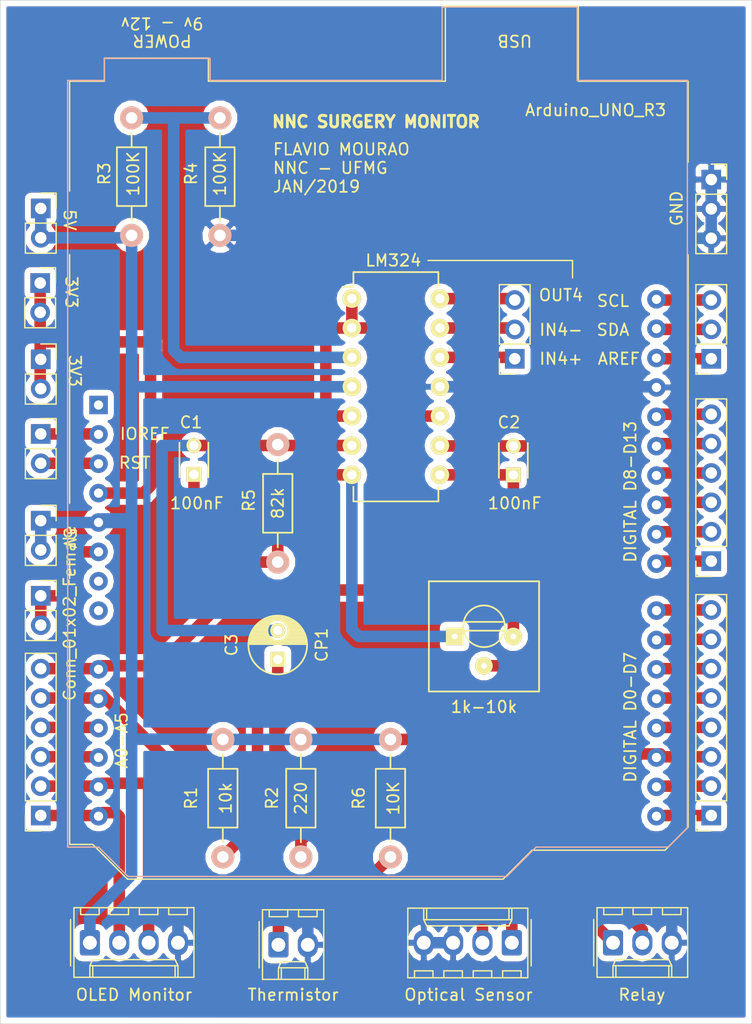
<source format=kicad_pcb>
(kicad_pcb (version 20171130) (host pcbnew "(6.0.0-rc1-dev-1060-g57de7d146)")

  (general
    (thickness 1.6)
    (drawings 47)
    (tracks 197)
    (zones 0)
    (modules 28)
    (nets 43)
  )

  (page A4)
  (layers
    (0 F.Cu signal hide)
    (31 B.Cu signal hide)
    (32 B.Adhes user)
    (33 F.Adhes user)
    (34 B.Paste user)
    (35 F.Paste user)
    (36 B.SilkS user)
    (37 F.SilkS user)
    (38 B.Mask user)
    (39 F.Mask user)
    (40 Dwgs.User user)
    (41 Cmts.User user)
    (42 Eco1.User user)
    (43 Eco2.User user)
    (44 Edge.Cuts user)
    (45 Margin user)
    (46 B.CrtYd user)
    (47 F.CrtYd user)
    (48 B.Fab user)
    (49 F.Fab user)
  )

  (setup
    (last_trace_width 0.25)
    (user_trace_width 1)
    (trace_clearance 0.2)
    (zone_clearance 0.508)
    (zone_45_only no)
    (trace_min 0.2)
    (via_size 0.8)
    (via_drill 0.4)
    (via_min_size 0.4)
    (via_min_drill 0.3)
    (user_via 0.6 0.4)
    (uvia_size 0.3)
    (uvia_drill 0.1)
    (uvias_allowed no)
    (uvia_min_size 0.2)
    (uvia_min_drill 0.1)
    (edge_width 0.05)
    (segment_width 0.2)
    (pcb_text_width 0.3)
    (pcb_text_size 1.5 1.5)
    (mod_edge_width 0.12)
    (mod_text_size 1 1)
    (mod_text_width 0.15)
    (pad_size 1.7 1.7)
    (pad_drill 1)
    (pad_to_mask_clearance 0.051)
    (solder_mask_min_width 0.25)
    (aux_axis_origin 0 0)
    (visible_elements FFFFF77F)
    (pcbplotparams
      (layerselection 0x010fc_ffffffff)
      (usegerberextensions false)
      (usegerberattributes false)
      (usegerberadvancedattributes false)
      (creategerberjobfile false)
      (excludeedgelayer true)
      (linewidth 0.100000)
      (plotframeref false)
      (viasonmask false)
      (mode 1)
      (useauxorigin false)
      (hpglpennumber 1)
      (hpglpenspeed 20)
      (hpglpendiameter 15.000000)
      (psnegative false)
      (psa4output false)
      (plotreference true)
      (plotvalue true)
      (plotinvisibletext false)
      (padsonsilk false)
      (subtractmaskfromsilk false)
      (outputformat 1)
      (mirror false)
      (drillshape 0)
      (scaleselection 1)
      (outputdirectory "/Users/marcionnc/Documents/GITHUB/Repositories/NNC_FlavioMourao/Electronics/Surgery_Monitor/Schematic_PCB/OUTPUT/"))
  )

  (net 0 "")
  (net 1 "Net-(A1-Pad8)")
  (net 2 "Net-(A1-Pad7)")
  (net 3 "Net-(A1-Pad6)")
  (net 4 "Net-(A1-Pad1)")
  (net 5 "Net-(C1-Pad2)")
  (net 6 "Net-(C1-Pad1)")
  (net 7 "Net-(C2-Pad2)")
  (net 8 "Net-(C3-Pad1)")
  (net 9 "Net-(J1-Pad2)")
  (net 10 "Net-(R3-Pad2)")
  (net 11 "Net-(U1-Pad1)")
  (net 12 SCL)
  (net 13 SDA)
  (net 14 D2)
  (net 15 IOREF)
  (net 16 D3)
  (net 17 RESET)
  (net 18 D4)
  (net 19 3V3)
  (net 20 D5)
  (net 21 +5V)
  (net 22 D6)
  (net 23 D7)
  (net 24 D8)
  (net 25 D9)
  (net 26 A0)
  (net 27 D10)
  (net 28 A1)
  (net 29 D11)
  (net 30 A2)
  (net 31 D12)
  (net 32 A3)
  (net 33 D13)
  (net 34 A4_SDA)
  (net 35 GND)
  (net 36 A5_SCL)
  (net 37 AREF)
  (net 38 D0_RX)
  (net 39 D1_TX)
  (net 40 "Net-(J15-Pad3)")
  (net 41 "Net-(J15-Pad2)")
  (net 42 "Net-(J15-Pad1)")

  (net_class Default "This is the default net class."
    (clearance 0.2)
    (trace_width 0.25)
    (via_dia 0.8)
    (via_drill 0.4)
    (uvia_dia 0.3)
    (uvia_drill 0.1)
    (add_net +5V)
    (add_net 3V3)
    (add_net A0)
    (add_net A1)
    (add_net A2)
    (add_net A3)
    (add_net A4_SDA)
    (add_net A5_SCL)
    (add_net AREF)
    (add_net D0_RX)
    (add_net D10)
    (add_net D11)
    (add_net D12)
    (add_net D13)
    (add_net D1_TX)
    (add_net D2)
    (add_net D3)
    (add_net D4)
    (add_net D5)
    (add_net D6)
    (add_net D7)
    (add_net D8)
    (add_net D9)
    (add_net GND)
    (add_net IOREF)
    (add_net "Net-(A1-Pad1)")
    (add_net "Net-(A1-Pad6)")
    (add_net "Net-(A1-Pad7)")
    (add_net "Net-(A1-Pad8)")
    (add_net "Net-(C1-Pad1)")
    (add_net "Net-(C1-Pad2)")
    (add_net "Net-(C2-Pad2)")
    (add_net "Net-(C3-Pad1)")
    (add_net "Net-(J1-Pad2)")
    (add_net "Net-(J15-Pad1)")
    (add_net "Net-(J15-Pad2)")
    (add_net "Net-(J15-Pad3)")
    (add_net "Net-(R3-Pad2)")
    (add_net "Net-(U1-Pad1)")
    (add_net RESET)
    (add_net SCL)
    (add_net SDA)
  )

  (module Connector_PinSocket_2.54mm:PinSocket_1x02_P2.54mm_Vertical (layer F.Cu) (tedit 5C8FFE31) (tstamp 5C90091B)
    (at 78.5 56.05)
    (descr "Through hole straight socket strip, 1x02, 2.54mm pitch, single row (from Kicad 4.0.7), script generated")
    (tags "Through hole socket strip THT 1x02 2.54mm single row")
    (path /5C53227C)
    (fp_text reference J13 (at 0 -2.77) (layer F.SilkS) hide
      (effects (font (size 1 1) (thickness 0.15)))
    )
    (fp_text value Conn_01x02_Female (at 0 5.31) (layer F.Fab) hide
      (effects (font (size 1 1) (thickness 0.15)))
    )
    (fp_line (start -1.27 -1.27) (end 0.635 -1.27) (layer F.Fab) (width 0.1))
    (fp_line (start 0.635 -1.27) (end 1.27 -0.635) (layer F.Fab) (width 0.1))
    (fp_line (start 1.27 -0.635) (end 1.27 3.81) (layer F.Fab) (width 0.1))
    (fp_line (start 1.27 3.81) (end -1.27 3.81) (layer F.Fab) (width 0.1))
    (fp_line (start -1.27 3.81) (end -1.27 -1.27) (layer F.Fab) (width 0.1))
    (fp_line (start -1.33 1.27) (end 1.33 1.27) (layer F.SilkS) (width 0.12))
    (fp_line (start -1.33 1.27) (end -1.33 3.87) (layer F.SilkS) (width 0.12))
    (fp_line (start -1.33 3.87) (end 1.33 3.87) (layer F.SilkS) (width 0.12))
    (fp_line (start 1.33 1.27) (end 1.33 3.87) (layer F.SilkS) (width 0.12))
    (fp_line (start 1.33 -1.33) (end 1.33 0) (layer F.SilkS) (width 0.12))
    (fp_line (start 0 -1.33) (end 1.33 -1.33) (layer F.SilkS) (width 0.12))
    (fp_line (start -1.8 -1.8) (end 1.75 -1.8) (layer F.CrtYd) (width 0.05))
    (fp_line (start 1.75 -1.8) (end 1.75 4.3) (layer F.CrtYd) (width 0.05))
    (fp_line (start 1.75 4.3) (end -1.8 4.3) (layer F.CrtYd) (width 0.05))
    (fp_line (start -1.8 4.3) (end -1.8 -1.8) (layer F.CrtYd) (width 0.05))
    (fp_text user %R (at 4.5 0) (layer F.SilkS) hide
      (effects (font (size 1 1) (thickness 0.15)))
    )
    (pad 1 thru_hole rect (at 0 0) (size 1.7 1.7) (drill 1) (layers *.Cu *.Mask)
      (net 19 3V3))
    (pad 2 thru_hole oval (at 0 2.54) (size 1.7 1.7) (drill 1) (layers *.Cu *.Mask)
      (net 19 3V3))
    (model ${KISYS3DMOD}/Connector_PinSocket_2.54mm.3dshapes/PinSocket_1x02_P2.54mm_Vertical.wrl
      (at (xyz 0 0 0))
      (scale (xyz 1 1 1))
      (rotate (xyz 0 0 0))
    )
  )

  (module Connector_PinSocket_2.54mm:PinSocket_1x03_P2.54mm_Vertical (layer F.Cu) (tedit 5C503D71) (tstamp 5C50C0AE)
    (at 119.5 56 180)
    (descr "Through hole straight socket strip, 1x03, 2.54mm pitch, single row (from Kicad 4.0.7), script generated")
    (tags "Through hole socket strip THT 1x03 2.54mm single row")
    (path /5C5CB17E)
    (fp_text reference J15 (at 0 -2.77 180) (layer F.SilkS) hide
      (effects (font (size 1 1) (thickness 0.15)))
    )
    (fp_text value Conn_01x03_Female (at 0 7.85 180) (layer F.Fab) hide
      (effects (font (size 1 1) (thickness 0.15)))
    )
    (fp_text user %R (at 0 2.54 270) (layer F.Fab)
      (effects (font (size 1 1) (thickness 0.15)))
    )
    (fp_line (start -1.8 6.85) (end -1.8 -1.8) (layer F.CrtYd) (width 0.05))
    (fp_line (start 1.75 6.85) (end -1.8 6.85) (layer F.CrtYd) (width 0.05))
    (fp_line (start 1.75 -1.8) (end 1.75 6.85) (layer F.CrtYd) (width 0.05))
    (fp_line (start -1.8 -1.8) (end 1.75 -1.8) (layer F.CrtYd) (width 0.05))
    (fp_line (start 0 -1.33) (end 1.33 -1.33) (layer F.SilkS) (width 0.12))
    (fp_line (start 1.33 -1.33) (end 1.33 0) (layer F.SilkS) (width 0.12))
    (fp_line (start 1.33 1.27) (end 1.33 6.41) (layer F.SilkS) (width 0.12))
    (fp_line (start -1.33 6.41) (end 1.33 6.41) (layer F.SilkS) (width 0.12))
    (fp_line (start -1.33 1.27) (end -1.33 6.41) (layer F.SilkS) (width 0.12))
    (fp_line (start -1.33 1.27) (end 1.33 1.27) (layer F.SilkS) (width 0.12))
    (fp_line (start -1.27 6.35) (end -1.27 -1.27) (layer F.Fab) (width 0.1))
    (fp_line (start 1.27 6.35) (end -1.27 6.35) (layer F.Fab) (width 0.1))
    (fp_line (start 1.27 -0.635) (end 1.27 6.35) (layer F.Fab) (width 0.1))
    (fp_line (start 0.635 -1.27) (end 1.27 -0.635) (layer F.Fab) (width 0.1))
    (fp_line (start -1.27 -1.27) (end 0.635 -1.27) (layer F.Fab) (width 0.1))
    (pad 3 thru_hole oval (at 0 5.08 180) (size 1.7 1.7) (drill 1) (layers *.Cu *.Mask)
      (net 40 "Net-(J15-Pad3)"))
    (pad 2 thru_hole oval (at 0 2.54 180) (size 1.7 1.7) (drill 1) (layers *.Cu *.Mask)
      (net 41 "Net-(J15-Pad2)"))
    (pad 1 thru_hole rect (at 0 0 180) (size 1.7 1.7) (drill 1) (layers *.Cu *.Mask)
      (net 42 "Net-(J15-Pad1)"))
    (model ${KISYS3DMOD}/Connector_PinSocket_2.54mm.3dshapes/PinSocket_1x03_P2.54mm_Vertical.wrl
      (at (xyz 0 0 0))
      (scale (xyz 1 1 1))
      (rotate (xyz 0 0 0))
    )
  )

  (module Connector_PinSocket_2.54mm:PinSocket_1x02_P2.54mm_Vertical (layer F.Cu) (tedit 5C503E21) (tstamp 5C506A35)
    (at 78.5 76.5)
    (descr "Through hole straight socket strip, 1x02, 2.54mm pitch, single row (from Kicad 4.0.7), script generated")
    (tags "Through hole socket strip THT 1x02 2.54mm single row")
    (path /5C9CB3A6)
    (fp_text reference J8 (at 0 -2.77) (layer F.SilkS) hide
      (effects (font (size 1 1) (thickness 0.15)))
    )
    (fp_text value Conn_01x02_Female (at 2.5 1.5 -90) (layer F.SilkS)
      (effects (font (size 1 1) (thickness 0.15)))
    )
    (fp_text user %R (at 0 1.27 90) (layer F.Fab) hide
      (effects (font (size 1 1) (thickness 0.15)))
    )
    (fp_line (start -1.8 4.3) (end -1.8 -1.8) (layer F.CrtYd) (width 0.05))
    (fp_line (start 1.75 4.3) (end -1.8 4.3) (layer F.CrtYd) (width 0.05))
    (fp_line (start 1.75 -1.8) (end 1.75 4.3) (layer F.CrtYd) (width 0.05))
    (fp_line (start -1.8 -1.8) (end 1.75 -1.8) (layer F.CrtYd) (width 0.05))
    (fp_line (start 0 -1.33) (end 1.33 -1.33) (layer F.SilkS) (width 0.12))
    (fp_line (start 1.33 -1.33) (end 1.33 0) (layer F.SilkS) (width 0.12))
    (fp_line (start 1.33 1.27) (end 1.33 3.87) (layer F.SilkS) (width 0.12))
    (fp_line (start -1.33 3.87) (end 1.33 3.87) (layer F.SilkS) (width 0.12))
    (fp_line (start -1.33 1.27) (end -1.33 3.87) (layer F.SilkS) (width 0.12))
    (fp_line (start -1.33 1.27) (end 1.33 1.27) (layer F.SilkS) (width 0.12))
    (fp_line (start -1.27 3.81) (end -1.27 -1.27) (layer F.Fab) (width 0.1))
    (fp_line (start 1.27 3.81) (end -1.27 3.81) (layer F.Fab) (width 0.1))
    (fp_line (start 1.27 -0.635) (end 1.27 3.81) (layer F.Fab) (width 0.1))
    (fp_line (start 0.635 -1.27) (end 1.27 -0.635) (layer F.Fab) (width 0.1))
    (fp_line (start -1.27 -1.27) (end 0.635 -1.27) (layer F.Fab) (width 0.1))
    (pad 2 thru_hole oval (at 0 2.54) (size 1.7 1.7) (drill 1) (layers *.Cu *.Mask)
      (net 21 +5V))
    (pad 1 thru_hole rect (at 0 0) (size 1.7 1.7) (drill 1) (layers *.Cu *.Mask)
      (net 21 +5V))
    (model ${KISYS3DMOD}/Connector_PinSocket_2.54mm.3dshapes/PinSocket_1x02_P2.54mm_Vertical.wrl
      (at (xyz 0 0 0))
      (scale (xyz 1 1 1))
      (rotate (xyz 0 0 0))
    )
  )

  (module Connector_PinSocket_2.54mm:PinSocket_1x02_P2.54mm_Vertical (layer F.Cu) (tedit 5C8FFDAE) (tstamp 5C50679F)
    (at 78.5 70)
    (descr "Through hole straight socket strip, 1x02, 2.54mm pitch, single row (from Kicad 4.0.7), script generated")
    (tags "Through hole socket strip THT 1x02 2.54mm single row")
    (path /5C9B632C)
    (fp_text reference J10 (at 0 -2.77) (layer F.SilkS) hide
      (effects (font (size 1 1) (thickness 0.15)))
    )
    (fp_text value Conn_01x02_Female (at 7.5 0) (layer F.SilkS) hide
      (effects (font (size 1 1) (thickness 0.15)))
    )
    (fp_line (start -1.27 -1.27) (end 0.635 -1.27) (layer F.Fab) (width 0.1))
    (fp_line (start 0.635 -1.27) (end 1.27 -0.635) (layer F.Fab) (width 0.1))
    (fp_line (start 1.27 -0.635) (end 1.27 3.81) (layer F.Fab) (width 0.1))
    (fp_line (start 1.27 3.81) (end -1.27 3.81) (layer F.Fab) (width 0.1))
    (fp_line (start -1.27 3.81) (end -1.27 -1.27) (layer F.Fab) (width 0.1))
    (fp_line (start -1.33 1.27) (end 1.33 1.27) (layer F.SilkS) (width 0.12))
    (fp_line (start -1.33 1.27) (end -1.33 3.87) (layer F.SilkS) (width 0.12))
    (fp_line (start -1.33 3.87) (end 1.33 3.87) (layer F.SilkS) (width 0.12))
    (fp_line (start 1.33 1.27) (end 1.33 3.87) (layer F.SilkS) (width 0.12))
    (fp_line (start 1.33 -1.33) (end 1.33 0) (layer F.SilkS) (width 0.12))
    (fp_line (start 0 -1.33) (end 1.33 -1.33) (layer F.SilkS) (width 0.12))
    (fp_line (start -1.8 -1.8) (end 1.75 -1.8) (layer F.CrtYd) (width 0.05))
    (fp_line (start 1.75 -1.8) (end 1.75 4.3) (layer F.CrtYd) (width 0.05))
    (fp_line (start 1.75 4.3) (end -1.8 4.3) (layer F.CrtYd) (width 0.05))
    (fp_line (start -1.8 4.3) (end -1.8 -1.8) (layer F.CrtYd) (width 0.05))
    (fp_text user %R (at 0 1.27 90) (layer F.Fab) hide
      (effects (font (size 1 1) (thickness 0.15)))
    )
    (pad 1 thru_hole rect (at 0 0) (size 1.7 1.7) (drill 1) (layers *.Cu *.Mask)
      (net 21 +5V))
    (pad 2 thru_hole oval (at 0 2.54) (size 1.7 1.7) (drill 1) (layers *.Cu *.Mask)
      (net 21 +5V))
    (model ${KISYS3DMOD}/Connector_PinSocket_2.54mm.3dshapes/PinSocket_1x02_P2.54mm_Vertical.wrl
      (at (xyz 0 0 0))
      (scale (xyz 1 1 1))
      (rotate (xyz 0 0 0))
    )
  )

  (module Connector_PinSocket_2.54mm:PinSocket_1x06_P2.54mm_Vertical (layer F.Cu) (tedit 5A19A430) (tstamp 5C502B79)
    (at 136.5 73.5 180)
    (descr "Through hole straight socket strip, 1x06, 2.54mm pitch, single row (from Kicad 4.0.7), script generated")
    (tags "Through hole socket strip THT 1x06 2.54mm single row")
    (path /5C589688)
    (fp_text reference J14 (at 0 -2.77 180) (layer F.SilkS) hide
      (effects (font (size 1 1) (thickness 0.15)))
    )
    (fp_text value "DIGITAL D8-D13" (at 7 6 270) (layer F.SilkS)
      (effects (font (size 1 1) (thickness 0.15)))
    )
    (fp_text user %R (at 0 6.35 270) (layer F.Fab) hide
      (effects (font (size 1 1) (thickness 0.15)))
    )
    (fp_line (start -1.8 14.45) (end -1.8 -1.8) (layer F.CrtYd) (width 0.05))
    (fp_line (start 1.75 14.45) (end -1.8 14.45) (layer F.CrtYd) (width 0.05))
    (fp_line (start 1.75 -1.8) (end 1.75 14.45) (layer F.CrtYd) (width 0.05))
    (fp_line (start -1.8 -1.8) (end 1.75 -1.8) (layer F.CrtYd) (width 0.05))
    (fp_line (start 0 -1.33) (end 1.33 -1.33) (layer F.SilkS) (width 0.12))
    (fp_line (start 1.33 -1.33) (end 1.33 0) (layer F.SilkS) (width 0.12))
    (fp_line (start 1.33 1.27) (end 1.33 14.03) (layer F.SilkS) (width 0.12))
    (fp_line (start -1.33 14.03) (end 1.33 14.03) (layer F.SilkS) (width 0.12))
    (fp_line (start -1.33 1.27) (end -1.33 14.03) (layer F.SilkS) (width 0.12))
    (fp_line (start -1.33 1.27) (end 1.33 1.27) (layer F.SilkS) (width 0.12))
    (fp_line (start -1.27 13.97) (end -1.27 -1.27) (layer F.Fab) (width 0.1))
    (fp_line (start 1.27 13.97) (end -1.27 13.97) (layer F.Fab) (width 0.1))
    (fp_line (start 1.27 -0.635) (end 1.27 13.97) (layer F.Fab) (width 0.1))
    (fp_line (start 0.635 -1.27) (end 1.27 -0.635) (layer F.Fab) (width 0.1))
    (fp_line (start -1.27 -1.27) (end 0.635 -1.27) (layer F.Fab) (width 0.1))
    (pad 6 thru_hole oval (at 0 12.7 180) (size 1.7 1.7) (drill 1) (layers *.Cu *.Mask)
      (net 33 D13))
    (pad 5 thru_hole oval (at 0 10.16 180) (size 1.7 1.7) (drill 1) (layers *.Cu *.Mask)
      (net 31 D12))
    (pad 4 thru_hole oval (at 0 7.62 180) (size 1.7 1.7) (drill 1) (layers *.Cu *.Mask)
      (net 29 D11))
    (pad 3 thru_hole oval (at 0 5.08 180) (size 1.7 1.7) (drill 1) (layers *.Cu *.Mask)
      (net 27 D10))
    (pad 2 thru_hole oval (at 0 2.54 180) (size 1.7 1.7) (drill 1) (layers *.Cu *.Mask)
      (net 25 D9))
    (pad 1 thru_hole rect (at 0 0 180) (size 1.7 1.7) (drill 1) (layers *.Cu *.Mask)
      (net 24 D8))
    (model ${KISYS3DMOD}/Connector_PinSocket_2.54mm.3dshapes/PinSocket_1x06_P2.54mm_Vertical.wrl
      (at (xyz 0 0 0))
      (scale (xyz 1 1 1))
      (rotate (xyz 0 0 0))
    )
  )

  (module Connector_PinSocket_2.54mm:PinSocket_1x02_P2.54mm_Vertical (layer F.Cu) (tedit 5A19A420) (tstamp 5C502B49)
    (at 78.5 62.5)
    (descr "Through hole straight socket strip, 1x02, 2.54mm pitch, single row (from Kicad 4.0.7), script generated")
    (tags "Through hole socket strip THT 1x02 2.54mm single row")
    (path /5C5421FF)
    (fp_text reference J12 (at 0 -2.77) (layer F.SilkS) hide
      (effects (font (size 1 1) (thickness 0.15)))
    )
    (fp_text value Conn_01x02_Female (at 0 5.31) (layer F.Fab) hide
      (effects (font (size 1 1) (thickness 0.15)))
    )
    (fp_text user IOREF (at 9 0 180) (layer F.SilkS)
      (effects (font (size 1 1) (thickness 0.15)))
    )
    (fp_line (start -1.8 4.3) (end -1.8 -1.8) (layer F.CrtYd) (width 0.05))
    (fp_line (start 1.75 4.3) (end -1.8 4.3) (layer F.CrtYd) (width 0.05))
    (fp_line (start 1.75 -1.8) (end 1.75 4.3) (layer F.CrtYd) (width 0.05))
    (fp_line (start -1.8 -1.8) (end 1.75 -1.8) (layer F.CrtYd) (width 0.05))
    (fp_line (start 0 -1.33) (end 1.33 -1.33) (layer F.SilkS) (width 0.12))
    (fp_line (start 1.33 -1.33) (end 1.33 0) (layer F.SilkS) (width 0.12))
    (fp_line (start 1.33 1.27) (end 1.33 3.87) (layer F.SilkS) (width 0.12))
    (fp_line (start -1.33 3.87) (end 1.33 3.87) (layer F.SilkS) (width 0.12))
    (fp_line (start -1.33 1.27) (end -1.33 3.87) (layer F.SilkS) (width 0.12))
    (fp_line (start -1.33 1.27) (end 1.33 1.27) (layer F.SilkS) (width 0.12))
    (fp_line (start -1.27 3.81) (end -1.27 -1.27) (layer F.Fab) (width 0.1))
    (fp_line (start 1.27 3.81) (end -1.27 3.81) (layer F.Fab) (width 0.1))
    (fp_line (start 1.27 -0.635) (end 1.27 3.81) (layer F.Fab) (width 0.1))
    (fp_line (start 0.635 -1.27) (end 1.27 -0.635) (layer F.Fab) (width 0.1))
    (fp_line (start -1.27 -1.27) (end 0.635 -1.27) (layer F.Fab) (width 0.1))
    (pad 2 thru_hole oval (at 0 2.54) (size 1.7 1.7) (drill 1) (layers *.Cu *.Mask)
      (net 17 RESET))
    (pad 1 thru_hole rect (at 0 0) (size 1.7 1.7) (drill 1) (layers *.Cu *.Mask)
      (net 15 IOREF))
    (model ${KISYS3DMOD}/Connector_PinSocket_2.54mm.3dshapes/PinSocket_1x02_P2.54mm_Vertical.wrl
      (at (xyz 0 0 0))
      (scale (xyz 1 1 1))
      (rotate (xyz 0 0 0))
    )
  )

  (module Connector_PinSocket_2.54mm:PinSocket_1x06_P2.54mm_Vertical (layer F.Cu) (tedit 5A19A430) (tstamp 5C502B33)
    (at 78.5 95.5 180)
    (descr "Through hole straight socket strip, 1x06, 2.54mm pitch, single row (from Kicad 4.0.7), script generated")
    (tags "Through hole socket strip THT 1x06 2.54mm single row")
    (path /5C54A5F0)
    (fp_text reference J11 (at 0 -2.77 180) (layer F.SilkS) hide
      (effects (font (size 1 1) (thickness 0.15)))
    )
    (fp_text value Conn_01x06_Female (at 0 15.47 180) (layer F.Fab) hide
      (effects (font (size 1 1) (thickness 0.15)))
    )
    (fp_text user A0-A5 (at -7 6.5 -90) (layer F.SilkS)
      (effects (font (size 1 1) (thickness 0.15)))
    )
    (fp_line (start -1.8 14.45) (end -1.8 -1.8) (layer F.CrtYd) (width 0.05))
    (fp_line (start 1.75 14.45) (end -1.8 14.45) (layer F.CrtYd) (width 0.05))
    (fp_line (start 1.75 -1.8) (end 1.75 14.45) (layer F.CrtYd) (width 0.05))
    (fp_line (start -1.8 -1.8) (end 1.75 -1.8) (layer F.CrtYd) (width 0.05))
    (fp_line (start 0 -1.33) (end 1.33 -1.33) (layer F.SilkS) (width 0.12))
    (fp_line (start 1.33 -1.33) (end 1.33 0) (layer F.SilkS) (width 0.12))
    (fp_line (start 1.33 1.27) (end 1.33 14.03) (layer F.SilkS) (width 0.12))
    (fp_line (start -1.33 14.03) (end 1.33 14.03) (layer F.SilkS) (width 0.12))
    (fp_line (start -1.33 1.27) (end -1.33 14.03) (layer F.SilkS) (width 0.12))
    (fp_line (start -1.33 1.27) (end 1.33 1.27) (layer F.SilkS) (width 0.12))
    (fp_line (start -1.27 13.97) (end -1.27 -1.27) (layer F.Fab) (width 0.1))
    (fp_line (start 1.27 13.97) (end -1.27 13.97) (layer F.Fab) (width 0.1))
    (fp_line (start 1.27 -0.635) (end 1.27 13.97) (layer F.Fab) (width 0.1))
    (fp_line (start 0.635 -1.27) (end 1.27 -0.635) (layer F.Fab) (width 0.1))
    (fp_line (start -1.27 -1.27) (end 0.635 -1.27) (layer F.Fab) (width 0.1))
    (pad 6 thru_hole oval (at 0 12.7 180) (size 1.7 1.7) (drill 1) (layers *.Cu *.Mask)
      (net 26 A0))
    (pad 5 thru_hole oval (at 0 10.16 180) (size 1.7 1.7) (drill 1) (layers *.Cu *.Mask)
      (net 28 A1))
    (pad 4 thru_hole oval (at 0 7.62 180) (size 1.7 1.7) (drill 1) (layers *.Cu *.Mask)
      (net 30 A2))
    (pad 3 thru_hole oval (at 0 5.08 180) (size 1.7 1.7) (drill 1) (layers *.Cu *.Mask)
      (net 32 A3))
    (pad 2 thru_hole oval (at 0 2.54 180) (size 1.7 1.7) (drill 1) (layers *.Cu *.Mask)
      (net 34 A4_SDA))
    (pad 1 thru_hole rect (at 0 0 180) (size 1.7 1.7) (drill 1) (layers *.Cu *.Mask)
      (net 36 A5_SCL))
    (model ${KISYS3DMOD}/Connector_PinSocket_2.54mm.3dshapes/PinSocket_1x06_P2.54mm_Vertical.wrl
      (at (xyz 0 0 0))
      (scale (xyz 1 1 1))
      (rotate (xyz 0 0 0))
    )
  )

  (module Connector_PinSocket_2.54mm:PinSocket_1x02_P2.54mm_Vertical (layer F.Cu) (tedit 5A19A420) (tstamp 5C502B03)
    (at 78.45 49.45)
    (descr "Through hole straight socket strip, 1x02, 2.54mm pitch, single row (from Kicad 4.0.7), script generated")
    (tags "Through hole socket strip THT 1x02 2.54mm single row")
    (path /5C9C5B4D)
    (fp_text reference J9 (at 0 -2.77) (layer F.SilkS) hide
      (effects (font (size 1 1) (thickness 0.15)))
    )
    (fp_text value Conn_01x02_Female (at 0 5.31) (layer F.Fab) hide
      (effects (font (size 1 1) (thickness 0.15)))
    )
    (fp_text user %R (at 4.5 0) (layer F.SilkS) hide
      (effects (font (size 1 1) (thickness 0.15)))
    )
    (fp_line (start -1.8 4.3) (end -1.8 -1.8) (layer F.CrtYd) (width 0.05))
    (fp_line (start 1.75 4.3) (end -1.8 4.3) (layer F.CrtYd) (width 0.05))
    (fp_line (start 1.75 -1.8) (end 1.75 4.3) (layer F.CrtYd) (width 0.05))
    (fp_line (start -1.8 -1.8) (end 1.75 -1.8) (layer F.CrtYd) (width 0.05))
    (fp_line (start 0 -1.33) (end 1.33 -1.33) (layer F.SilkS) (width 0.12))
    (fp_line (start 1.33 -1.33) (end 1.33 0) (layer F.SilkS) (width 0.12))
    (fp_line (start 1.33 1.27) (end 1.33 3.87) (layer F.SilkS) (width 0.12))
    (fp_line (start -1.33 3.87) (end 1.33 3.87) (layer F.SilkS) (width 0.12))
    (fp_line (start -1.33 1.27) (end -1.33 3.87) (layer F.SilkS) (width 0.12))
    (fp_line (start -1.33 1.27) (end 1.33 1.27) (layer F.SilkS) (width 0.12))
    (fp_line (start -1.27 3.81) (end -1.27 -1.27) (layer F.Fab) (width 0.1))
    (fp_line (start 1.27 3.81) (end -1.27 3.81) (layer F.Fab) (width 0.1))
    (fp_line (start 1.27 -0.635) (end 1.27 3.81) (layer F.Fab) (width 0.1))
    (fp_line (start 0.635 -1.27) (end 1.27 -0.635) (layer F.Fab) (width 0.1))
    (fp_line (start -1.27 -1.27) (end 0.635 -1.27) (layer F.Fab) (width 0.1))
    (pad 2 thru_hole oval (at 0 2.54) (size 1.7 1.7) (drill 1) (layers *.Cu *.Mask)
      (net 19 3V3))
    (pad 1 thru_hole rect (at 0 0) (size 1.7 1.7) (drill 1) (layers *.Cu *.Mask)
      (net 19 3V3))
    (model ${KISYS3DMOD}/Connector_PinSocket_2.54mm.3dshapes/PinSocket_1x02_P2.54mm_Vertical.wrl
      (at (xyz 0 0 0))
      (scale (xyz 1 1 1))
      (rotate (xyz 0 0 0))
    )
  )

  (module Connector_PinSocket_2.54mm:PinSocket_1x02_P2.54mm_Vertical (layer F.Cu) (tedit 5A19A420) (tstamp 5C502AED)
    (at 78.5 43)
    (descr "Through hole straight socket strip, 1x02, 2.54mm pitch, single row (from Kicad 4.0.7), script generated")
    (tags "Through hole socket strip THT 1x02 2.54mm single row")
    (path /5C9CB3A6)
    (fp_text reference J8 (at 0 -2.77) (layer F.SilkS) hide
      (effects (font (size 1 1) (thickness 0.15)))
    )
    (fp_text value Conn_01x02_Female (at 4 0) (layer F.SilkS) hide
      (effects (font (size 1 1) (thickness 0.15)))
    )
    (fp_text user %R (at 0 1.27 90) (layer F.Fab) hide
      (effects (font (size 1 1) (thickness 0.15)))
    )
    (fp_line (start -1.8 4.3) (end -1.8 -1.8) (layer F.CrtYd) (width 0.05))
    (fp_line (start 1.75 4.3) (end -1.8 4.3) (layer F.CrtYd) (width 0.05))
    (fp_line (start 1.75 -1.8) (end 1.75 4.3) (layer F.CrtYd) (width 0.05))
    (fp_line (start -1.8 -1.8) (end 1.75 -1.8) (layer F.CrtYd) (width 0.05))
    (fp_line (start 0 -1.33) (end 1.33 -1.33) (layer F.SilkS) (width 0.12))
    (fp_line (start 1.33 -1.33) (end 1.33 0) (layer F.SilkS) (width 0.12))
    (fp_line (start 1.33 1.27) (end 1.33 3.87) (layer F.SilkS) (width 0.12))
    (fp_line (start -1.33 3.87) (end 1.33 3.87) (layer F.SilkS) (width 0.12))
    (fp_line (start -1.33 1.27) (end -1.33 3.87) (layer F.SilkS) (width 0.12))
    (fp_line (start -1.33 1.27) (end 1.33 1.27) (layer F.SilkS) (width 0.12))
    (fp_line (start -1.27 3.81) (end -1.27 -1.27) (layer F.Fab) (width 0.1))
    (fp_line (start 1.27 3.81) (end -1.27 3.81) (layer F.Fab) (width 0.1))
    (fp_line (start 1.27 -0.635) (end 1.27 3.81) (layer F.Fab) (width 0.1))
    (fp_line (start 0.635 -1.27) (end 1.27 -0.635) (layer F.Fab) (width 0.1))
    (fp_line (start -1.27 -1.27) (end 0.635 -1.27) (layer F.Fab) (width 0.1))
    (pad 2 thru_hole oval (at 0 2.54) (size 1.7 1.7) (drill 1) (layers *.Cu *.Mask)
      (net 21 +5V))
    (pad 1 thru_hole rect (at 0 0) (size 1.7 1.7) (drill 1) (layers *.Cu *.Mask)
      (net 21 +5V))
    (model ${KISYS3DMOD}/Connector_PinSocket_2.54mm.3dshapes/PinSocket_1x02_P2.54mm_Vertical.wrl
      (at (xyz 0 0 0))
      (scale (xyz 1 1 1))
      (rotate (xyz 0 0 0))
    )
  )

  (module Connector_PinSocket_2.54mm:PinSocket_1x03_P2.54mm_Vertical (layer F.Cu) (tedit 5A19A429) (tstamp 5C502AD7)
    (at 136.5 40.5)
    (descr "Through hole straight socket strip, 1x03, 2.54mm pitch, single row (from Kicad 4.0.7), script generated")
    (tags "Through hole socket strip THT 1x03 2.54mm single row")
    (path /5C9651B2)
    (fp_text reference J7 (at 0 -2.77) (layer F.SilkS) hide
      (effects (font (size 1 1) (thickness 0.15)))
    )
    (fp_text value Conn_01x03_Female (at 0 7.85) (layer F.Fab) hide
      (effects (font (size 1 1) (thickness 0.15)))
    )
    (fp_line (start -1.8 6.85) (end -1.8 -1.8) (layer F.CrtYd) (width 0.05))
    (fp_line (start 1.75 6.85) (end -1.8 6.85) (layer F.CrtYd) (width 0.05))
    (fp_line (start 1.75 -1.8) (end 1.75 6.85) (layer F.CrtYd) (width 0.05))
    (fp_line (start -1.8 -1.8) (end 1.75 -1.8) (layer F.CrtYd) (width 0.05))
    (fp_line (start 0 -1.33) (end 1.33 -1.33) (layer F.SilkS) (width 0.12))
    (fp_line (start 1.33 -1.33) (end 1.33 0) (layer F.SilkS) (width 0.12))
    (fp_line (start 1.33 1.27) (end 1.33 6.41) (layer F.SilkS) (width 0.12))
    (fp_line (start -1.33 6.41) (end 1.33 6.41) (layer F.SilkS) (width 0.12))
    (fp_line (start -1.33 1.27) (end -1.33 6.41) (layer F.SilkS) (width 0.12))
    (fp_line (start -1.33 1.27) (end 1.33 1.27) (layer F.SilkS) (width 0.12))
    (fp_line (start -1.27 6.35) (end -1.27 -1.27) (layer F.Fab) (width 0.1))
    (fp_line (start 1.27 6.35) (end -1.27 6.35) (layer F.Fab) (width 0.1))
    (fp_line (start 1.27 -0.635) (end 1.27 6.35) (layer F.Fab) (width 0.1))
    (fp_line (start 0.635 -1.27) (end 1.27 -0.635) (layer F.Fab) (width 0.1))
    (fp_line (start -1.27 -1.27) (end 0.635 -1.27) (layer F.Fab) (width 0.1))
    (pad 3 thru_hole oval (at 0 5.08) (size 1.7 1.7) (drill 1) (layers *.Cu *.Mask)
      (net 35 GND))
    (pad 2 thru_hole oval (at 0 2.54) (size 1.7 1.7) (drill 1) (layers *.Cu *.Mask)
      (net 35 GND))
    (pad 1 thru_hole rect (at 0 0) (size 1.7 1.7) (drill 1) (layers *.Cu *.Mask)
      (net 35 GND))
    (model ${KISYS3DMOD}/Connector_PinSocket_2.54mm.3dshapes/PinSocket_1x03_P2.54mm_Vertical.wrl
      (at (xyz 0 0 0))
      (scale (xyz 1 1 1))
      (rotate (xyz 0 0 0))
    )
  )

  (module Connector_PinSocket_2.54mm:PinSocket_1x08_P2.54mm_Vertical (layer F.Cu) (tedit 5A19A420) (tstamp 5C502AC0)
    (at 136.5 95.5 180)
    (descr "Through hole straight socket strip, 1x08, 2.54mm pitch, single row (from Kicad 4.0.7), script generated")
    (tags "Through hole socket strip THT 1x08 2.54mm single row")
    (path /5C587177)
    (fp_text reference J6 (at 0 -2.77 180) (layer F.SilkS) hide
      (effects (font (size 1 1) (thickness 0.15)))
    )
    (fp_text value Conn_01x08_Female (at 0 20.55 180) (layer F.Fab) hide
      (effects (font (size 1 1) (thickness 0.15)))
    )
    (fp_text user "DIGITAL D0-D7" (at 7 8.5 270) (layer F.SilkS)
      (effects (font (size 1 1) (thickness 0.15)))
    )
    (fp_line (start -1.8 19.55) (end -1.8 -1.8) (layer F.CrtYd) (width 0.05))
    (fp_line (start 1.75 19.55) (end -1.8 19.55) (layer F.CrtYd) (width 0.05))
    (fp_line (start 1.75 -1.8) (end 1.75 19.55) (layer F.CrtYd) (width 0.05))
    (fp_line (start -1.8 -1.8) (end 1.75 -1.8) (layer F.CrtYd) (width 0.05))
    (fp_line (start 0 -1.33) (end 1.33 -1.33) (layer F.SilkS) (width 0.12))
    (fp_line (start 1.33 -1.33) (end 1.33 0) (layer F.SilkS) (width 0.12))
    (fp_line (start 1.33 1.27) (end 1.33 19.11) (layer F.SilkS) (width 0.12))
    (fp_line (start -1.33 19.11) (end 1.33 19.11) (layer F.SilkS) (width 0.12))
    (fp_line (start -1.33 1.27) (end -1.33 19.11) (layer F.SilkS) (width 0.12))
    (fp_line (start -1.33 1.27) (end 1.33 1.27) (layer F.SilkS) (width 0.12))
    (fp_line (start -1.27 19.05) (end -1.27 -1.27) (layer F.Fab) (width 0.1))
    (fp_line (start 1.27 19.05) (end -1.27 19.05) (layer F.Fab) (width 0.1))
    (fp_line (start 1.27 -0.635) (end 1.27 19.05) (layer F.Fab) (width 0.1))
    (fp_line (start 0.635 -1.27) (end 1.27 -0.635) (layer F.Fab) (width 0.1))
    (fp_line (start -1.27 -1.27) (end 0.635 -1.27) (layer F.Fab) (width 0.1))
    (pad 8 thru_hole oval (at 0 17.78 180) (size 1.7 1.7) (drill 1) (layers *.Cu *.Mask)
      (net 23 D7))
    (pad 7 thru_hole oval (at 0 15.24 180) (size 1.7 1.7) (drill 1) (layers *.Cu *.Mask)
      (net 22 D6))
    (pad 6 thru_hole oval (at 0 12.7 180) (size 1.7 1.7) (drill 1) (layers *.Cu *.Mask)
      (net 20 D5))
    (pad 5 thru_hole oval (at 0 10.16 180) (size 1.7 1.7) (drill 1) (layers *.Cu *.Mask)
      (net 18 D4))
    (pad 4 thru_hole oval (at 0 7.62 180) (size 1.7 1.7) (drill 1) (layers *.Cu *.Mask)
      (net 16 D3))
    (pad 3 thru_hole oval (at 0 5.08 180) (size 1.7 1.7) (drill 1) (layers *.Cu *.Mask)
      (net 14 D2))
    (pad 2 thru_hole oval (at 0 2.54 180) (size 1.7 1.7) (drill 1) (layers *.Cu *.Mask)
      (net 39 D1_TX))
    (pad 1 thru_hole rect (at 0 0 180) (size 1.7 1.7) (drill 1) (layers *.Cu *.Mask)
      (net 38 D0_RX))
    (model ${KISYS3DMOD}/Connector_PinSocket_2.54mm.3dshapes/PinSocket_1x08_P2.54mm_Vertical.wrl
      (at (xyz 0 0 0))
      (scale (xyz 1 1 1))
      (rotate (xyz 0 0 0))
    )
  )

  (module Connector_PinSocket_2.54mm:PinSocket_1x03_P2.54mm_Vertical (layer F.Cu) (tedit 5A19A429) (tstamp 5C502AA4)
    (at 136.5 56 180)
    (descr "Through hole straight socket strip, 1x03, 2.54mm pitch, single row (from Kicad 4.0.7), script generated")
    (tags "Through hole socket strip THT 1x03 2.54mm single row")
    (path /5C4FA30C)
    (fp_text reference J5 (at 0 -2.77 180) (layer F.SilkS) hide
      (effects (font (size 1 1) (thickness 0.15)))
    )
    (fp_text value Conn_01x03_Female (at 0 7.85 180) (layer F.Fab) hide
      (effects (font (size 1 1) (thickness 0.15)))
    )
    (fp_text user %R (at 0 2.54 270) (layer F.Fab)
      (effects (font (size 1 1) (thickness 0.15)))
    )
    (fp_line (start -1.8 6.85) (end -1.8 -1.8) (layer F.CrtYd) (width 0.05))
    (fp_line (start 1.75 6.85) (end -1.8 6.85) (layer F.CrtYd) (width 0.05))
    (fp_line (start 1.75 -1.8) (end 1.75 6.85) (layer F.CrtYd) (width 0.05))
    (fp_line (start -1.8 -1.8) (end 1.75 -1.8) (layer F.CrtYd) (width 0.05))
    (fp_line (start 0 -1.33) (end 1.33 -1.33) (layer F.SilkS) (width 0.12))
    (fp_line (start 1.33 -1.33) (end 1.33 0) (layer F.SilkS) (width 0.12))
    (fp_line (start 1.33 1.27) (end 1.33 6.41) (layer F.SilkS) (width 0.12))
    (fp_line (start -1.33 6.41) (end 1.33 6.41) (layer F.SilkS) (width 0.12))
    (fp_line (start -1.33 1.27) (end -1.33 6.41) (layer F.SilkS) (width 0.12))
    (fp_line (start -1.33 1.27) (end 1.33 1.27) (layer F.SilkS) (width 0.12))
    (fp_line (start -1.27 6.35) (end -1.27 -1.27) (layer F.Fab) (width 0.1))
    (fp_line (start 1.27 6.35) (end -1.27 6.35) (layer F.Fab) (width 0.1))
    (fp_line (start 1.27 -0.635) (end 1.27 6.35) (layer F.Fab) (width 0.1))
    (fp_line (start 0.635 -1.27) (end 1.27 -0.635) (layer F.Fab) (width 0.1))
    (fp_line (start -1.27 -1.27) (end 0.635 -1.27) (layer F.Fab) (width 0.1))
    (pad 3 thru_hole oval (at 0 5.08 180) (size 1.7 1.7) (drill 1) (layers *.Cu *.Mask)
      (net 12 SCL))
    (pad 2 thru_hole oval (at 0 2.54 180) (size 1.7 1.7) (drill 1) (layers *.Cu *.Mask)
      (net 13 SDA))
    (pad 1 thru_hole rect (at 0 0 180) (size 1.7 1.7) (drill 1) (layers *.Cu *.Mask)
      (net 37 AREF))
    (model ${KISYS3DMOD}/Connector_PinSocket_2.54mm.3dshapes/PinSocket_1x03_P2.54mm_Vertical.wrl
      (at (xyz 0 0 0))
      (scale (xyz 1 1 1))
      (rotate (xyz 0 0 0))
    )
  )

  (module Module:Arduino_UNO_R3 (layer B.Cu) (tedit 5C502EF4) (tstamp 5C4F760C)
    (at 83.5 60 270)
    (descr "Arduino UNO R3, http://www.mouser.com/pdfdocs/Gravitech_Arduino_Nano3_0.pdf")
    (tags "Arduino UNO R3")
    (path /5C918044)
    (fp_text reference A1 (at 1.27 3.81 90) (layer B.SilkS) hide
      (effects (font (size 1 1) (thickness 0.15)) (justify mirror))
    )
    (fp_text value Arduino_UNO_R3 (at -25.5 -43 180) (layer F.SilkS)
      (effects (font (size 1 1) (thickness 0.15)))
    )
    (fp_text user %R (at 0 -20.32 90) (layer B.Fab) hide
      (effects (font (size 1 1) (thickness 0.15) italic) (justify mirror))
    )
    (fp_line (start 38.35 2.79) (end 38.35 0) (layer B.CrtYd) (width 0.05))
    (fp_line (start 38.35 0) (end 40.89 -2.54) (layer B.CrtYd) (width 0.05))
    (fp_line (start 40.89 -2.54) (end 40.89 -35.31) (layer B.CrtYd) (width 0.05))
    (fp_line (start 40.89 -35.31) (end 38.35 -37.85) (layer B.CrtYd) (width 0.05))
    (fp_line (start 38.35 -37.85) (end 38.35 -49.28) (layer B.CrtYd) (width 0.05))
    (fp_line (start 38.35 -49.28) (end 36.58 -51.05) (layer B.CrtYd) (width 0.05))
    (fp_line (start 36.58 -51.05) (end -28.19 -51.05) (layer B.CrtYd) (width 0.05))
    (fp_line (start -28.19 -51.05) (end -28.19 -41.53) (layer B.CrtYd) (width 0.05))
    (fp_line (start -28.19 -41.53) (end -34.54 -41.53) (layer B.CrtYd) (width 0.05))
    (fp_line (start -34.54 -41.53) (end -34.54 -29.59) (layer B.CrtYd) (width 0.05))
    (fp_line (start -34.54 -29.59) (end -28.19 -29.59) (layer B.CrtYd) (width 0.05))
    (fp_line (start -28.19 -29.59) (end -28.19 -9.78) (layer B.CrtYd) (width 0.05))
    (fp_line (start -28.19 -9.78) (end -30.1 -9.78) (layer B.CrtYd) (width 0.05))
    (fp_line (start -30.1 -9.78) (end -30.1 -0.38) (layer B.CrtYd) (width 0.05))
    (fp_line (start -30.1 -0.38) (end -28.19 -0.38) (layer B.CrtYd) (width 0.05))
    (fp_line (start -28.19 -0.38) (end -28.19 2.79) (layer B.CrtYd) (width 0.05))
    (fp_line (start -28.19 2.79) (end 38.35 2.79) (layer B.CrtYd) (width 0.05))
    (fp_line (start 40.77 -35.31) (end 40.77 -2.54) (layer B.SilkS) (width 0.12))
    (fp_line (start 40.77 -2.54) (end 38.23 0) (layer B.SilkS) (width 0.12))
    (fp_line (start 38.23 0) (end 38.23 2.67) (layer B.SilkS) (width 0.12))
    (fp_line (start 38.23 2.67) (end -28.07 2.67) (layer B.SilkS) (width 0.12))
    (fp_line (start -28.07 2.67) (end -28.07 -0.51) (layer B.SilkS) (width 0.12))
    (fp_line (start -28.07 -0.51) (end -29.97 -0.51) (layer B.SilkS) (width 0.12))
    (fp_line (start -29.97 -0.51) (end -29.97 -9.65) (layer B.SilkS) (width 0.12))
    (fp_line (start -29.97 -9.65) (end -28.07 -9.65) (layer B.SilkS) (width 0.12))
    (fp_line (start -28.07 -9.65) (end -28.07 -29.72) (layer B.SilkS) (width 0.12))
    (fp_line (start -28.07 -29.72) (end -34.42 -29.72) (layer B.SilkS) (width 0.12))
    (fp_line (start -34.42 -29.72) (end -34.42 -41.4) (layer B.SilkS) (width 0.12))
    (fp_line (start -34.42 -41.4) (end -28.07 -41.4) (layer B.SilkS) (width 0.12))
    (fp_line (start -28.07 -41.4) (end -28.07 -50.93) (layer B.SilkS) (width 0.12))
    (fp_line (start -28.07 -50.93) (end 36.58 -50.93) (layer B.SilkS) (width 0.12))
    (fp_line (start 36.58 -50.93) (end 38.23 -49.28) (layer B.SilkS) (width 0.12))
    (fp_line (start 38.23 -49.28) (end 38.23 -37.85) (layer B.SilkS) (width 0.12))
    (fp_line (start 38.23 -37.85) (end 40.77 -35.31) (layer B.SilkS) (width 0.12))
    (fp_line (start -34.29 -29.84) (end -18.41 -29.84) (layer B.Fab) (width 0.1))
    (fp_line (start -18.41 -29.84) (end -18.41 -41.27) (layer B.Fab) (width 0.1))
    (fp_line (start -18.41 -41.27) (end -34.29 -41.27) (layer B.Fab) (width 0.1))
    (fp_line (start -34.29 -41.27) (end -34.29 -29.84) (layer B.Fab) (width 0.1))
    (fp_line (start -29.84 -0.64) (end -16.51 -0.64) (layer B.Fab) (width 0.1))
    (fp_line (start -16.51 -0.64) (end -16.51 -9.53) (layer B.Fab) (width 0.1))
    (fp_line (start -16.51 -9.53) (end -29.84 -9.53) (layer B.Fab) (width 0.1))
    (fp_line (start -29.84 -9.53) (end -29.84 -0.64) (layer B.Fab) (width 0.1))
    (fp_line (start 38.1 -37.85) (end 38.1 -49.28) (layer B.Fab) (width 0.1))
    (fp_line (start 40.64 -2.54) (end 40.64 -35.31) (layer B.Fab) (width 0.1))
    (fp_line (start 40.64 -35.31) (end 38.1 -37.85) (layer B.Fab) (width 0.1))
    (fp_line (start 38.1 2.54) (end 38.1 0) (layer B.Fab) (width 0.1))
    (fp_line (start 38.1 0) (end 40.64 -2.54) (layer B.Fab) (width 0.1))
    (fp_line (start 38.1 -49.28) (end 36.58 -50.8) (layer B.Fab) (width 0.1))
    (fp_line (start 36.58 -50.8) (end -27.94 -50.8) (layer B.Fab) (width 0.1))
    (fp_line (start -27.94 -50.8) (end -27.94 2.54) (layer B.Fab) (width 0.1))
    (fp_line (start -27.94 2.54) (end 38.1 2.54) (layer B.Fab) (width 0.1))
    (pad 32 thru_hole oval (at -9.14 -48.26 180) (size 1.6 1.6) (drill 0.8) (layers *.Cu *.Mask)
      (net 12 SCL))
    (pad 31 thru_hole oval (at -6.6 -48.26 180) (size 1.6 1.6) (drill 0.8) (layers *.Cu *.Mask)
      (net 13 SDA))
    (pad 1 thru_hole rect (at 0 0 180) (size 1.6 1.6) (drill 0.8) (layers *.Cu *.Mask)
      (net 4 "Net-(A1-Pad1)"))
    (pad 17 thru_hole oval (at 30.48 -48.26 180) (size 1.6 1.6) (drill 0.8) (layers *.Cu *.Mask)
      (net 14 D2))
    (pad 2 thru_hole oval (at 2.54 0 180) (size 1.6 1.6) (drill 0.8) (layers *.Cu *.Mask)
      (net 15 IOREF))
    (pad 18 thru_hole oval (at 27.94 -48.26 180) (size 1.6 1.6) (drill 0.8) (layers *.Cu *.Mask)
      (net 16 D3))
    (pad 3 thru_hole oval (at 5.08 0 180) (size 1.6 1.6) (drill 0.8) (layers *.Cu *.Mask)
      (net 17 RESET))
    (pad 19 thru_hole oval (at 25.4 -48.26 180) (size 1.6 1.6) (drill 0.8) (layers *.Cu *.Mask)
      (net 18 D4))
    (pad 4 thru_hole oval (at 7.62 0 180) (size 1.6 1.6) (drill 0.8) (layers *.Cu *.Mask)
      (net 19 3V3))
    (pad 20 thru_hole oval (at 22.86 -48.26 180) (size 1.6 1.6) (drill 0.8) (layers *.Cu *.Mask)
      (net 20 D5))
    (pad 5 thru_hole oval (at 10.16 0 180) (size 1.6 1.6) (drill 0.8) (layers *.Cu *.Mask)
      (net 21 +5V))
    (pad 21 thru_hole oval (at 20.32 -48.26 180) (size 1.6 1.6) (drill 0.8) (layers *.Cu *.Mask)
      (net 22 D6))
    (pad 6 thru_hole oval (at 12.7 0 180) (size 1.6 1.6) (drill 0.8) (layers *.Cu *.Mask)
      (net 3 "Net-(A1-Pad6)"))
    (pad 22 thru_hole oval (at 17.78 -48.26 180) (size 1.6 1.6) (drill 0.8) (layers *.Cu *.Mask)
      (net 23 D7))
    (pad 7 thru_hole oval (at 15.24 0 180) (size 1.6 1.6) (drill 0.8) (layers *.Cu *.Mask)
      (net 2 "Net-(A1-Pad7)"))
    (pad 23 thru_hole oval (at 13.72 -48.26 180) (size 1.6 1.6) (drill 0.8) (layers *.Cu *.Mask)
      (net 24 D8))
    (pad 8 thru_hole oval (at 17.78 0 180) (size 1.6 1.6) (drill 0.8) (layers *.Cu *.Mask)
      (net 1 "Net-(A1-Pad8)"))
    (pad 24 thru_hole oval (at 11.18 -48.26 180) (size 1.6 1.6) (drill 0.8) (layers *.Cu *.Mask)
      (net 25 D9))
    (pad 9 thru_hole oval (at 22.86 0 180) (size 1.6 1.6) (drill 0.8) (layers *.Cu *.Mask)
      (net 26 A0))
    (pad 25 thru_hole oval (at 8.64 -48.26 180) (size 1.6 1.6) (drill 0.8) (layers *.Cu *.Mask)
      (net 27 D10))
    (pad 10 thru_hole oval (at 25.4 0 180) (size 1.6 1.6) (drill 0.8) (layers *.Cu *.Mask)
      (net 28 A1))
    (pad 26 thru_hole oval (at 6.1 -48.26 180) (size 1.6 1.6) (drill 0.8) (layers *.Cu *.Mask)
      (net 29 D11))
    (pad 11 thru_hole oval (at 27.94 0 180) (size 1.6 1.6) (drill 0.8) (layers *.Cu *.Mask)
      (net 30 A2))
    (pad 27 thru_hole oval (at 3.56 -48.26 180) (size 1.6 1.6) (drill 0.8) (layers *.Cu *.Mask)
      (net 31 D12))
    (pad 12 thru_hole oval (at 30.48 0 180) (size 1.6 1.6) (drill 0.8) (layers *.Cu *.Mask)
      (net 32 A3))
    (pad 28 thru_hole oval (at 1.02 -48.26 180) (size 1.6 1.6) (drill 0.8) (layers *.Cu *.Mask)
      (net 33 D13))
    (pad 13 thru_hole oval (at 33.02 0 180) (size 1.6 1.6) (drill 0.8) (layers *.Cu *.Mask)
      (net 34 A4_SDA))
    (pad 29 thru_hole oval (at -1.52 -48.26 180) (size 1.6 1.6) (drill 0.8) (layers *.Cu *.Mask)
      (net 35 GND))
    (pad 14 thru_hole oval (at 35.56 0 180) (size 1.6 1.6) (drill 0.8) (layers *.Cu *.Mask)
      (net 36 A5_SCL))
    (pad 30 thru_hole oval (at -4.06 -48.26 180) (size 1.6 1.6) (drill 0.8) (layers *.Cu *.Mask)
      (net 37 AREF))
    (pad 15 thru_hole oval (at 35.56 -48.26 180) (size 1.6 1.6) (drill 0.8) (layers *.Cu *.Mask)
      (net 38 D0_RX))
    (pad 16 thru_hole oval (at 33.02 -48.26 180) (size 1.6 1.6) (drill 0.8) (layers *.Cu *.Mask)
      (net 39 D1_TX))
    (model ${KISYS3DMOD}/Module.3dshapes/Arduino_UNO_R3.wrl
      (at (xyz 0 0 0))
      (scale (xyz 1 1 1))
      (rotate (xyz 0 0 0))
    )
  )

  (module Capacitors_ThroughHole:C_Disc_D3_P2.5 (layer F.Cu) (tedit 0) (tstamp 5C4F2E96)
    (at 91.75 66 90)
    (descr "Capacitor 3mm Disc, Pitch 2.5mm")
    (tags Capacitor)
    (path /5C4E5582)
    (fp_text reference C1 (at 4.5 -0.25 180) (layer F.SilkS)
      (effects (font (size 1 1) (thickness 0.15)))
    )
    (fp_text value 100nF (at -2.5 0.25 180) (layer F.SilkS)
      (effects (font (size 1 1) (thickness 0.15)))
    )
    (fp_line (start 2.75 1.25) (end -0.25 1.25) (layer F.SilkS) (width 0.15))
    (fp_line (start -0.25 -1.25) (end 2.75 -1.25) (layer F.SilkS) (width 0.15))
    (fp_line (start -0.9 1.5) (end -0.9 -1.5) (layer F.CrtYd) (width 0.05))
    (fp_line (start 3.4 1.5) (end -0.9 1.5) (layer F.CrtYd) (width 0.05))
    (fp_line (start 3.4 -1.5) (end 3.4 1.5) (layer F.CrtYd) (width 0.05))
    (fp_line (start -0.9 -1.5) (end 3.4 -1.5) (layer F.CrtYd) (width 0.05))
    (pad 2 thru_hole circle (at 2.5 0 90) (size 1.3 1.3) (drill 0.8001) (layers *.Cu *.Mask F.SilkS)
      (net 5 "Net-(C1-Pad2)"))
    (pad 1 thru_hole rect (at 0 0 90) (size 1.3 1.3) (drill 0.8) (layers *.Cu *.Mask F.SilkS)
      (net 6 "Net-(C1-Pad1)"))
    (model Capacitors_ThroughHole.3dshapes/C_Disc_D3_P2.5.wrl
      (offset (xyz 1.250000021226883 0 0))
      (scale (xyz 1 1 1))
      (rotate (xyz 0 0 0))
    )
  )

  (module Resistors_ThroughHole:Resistor_Horizontal_RM10mm (layer F.Cu) (tedit 53F56209) (tstamp 5C4F2FAA)
    (at 99 68.5 90)
    (descr "Resistor, Axial,  RM 10mm, 1/3W,")
    (tags "Resistor, Axial, RM 10mm, 1/3W,")
    (path /5C4E4C73)
    (fp_text reference R5 (at 0.24892 -2.5 90) (layer F.SilkS)
      (effects (font (size 1 1) (thickness 0.15)))
    )
    (fp_text value 82k (at 0 0 90) (layer F.SilkS)
      (effects (font (size 1 1) (thickness 0.15)))
    )
    (fp_line (start 2.54 0) (end 3.81 0) (layer F.SilkS) (width 0.15))
    (fp_line (start -2.54 0) (end -3.81 0) (layer F.SilkS) (width 0.15))
    (fp_line (start -2.54 1.27) (end -2.54 -1.27) (layer F.SilkS) (width 0.15))
    (fp_line (start 2.54 1.27) (end -2.54 1.27) (layer F.SilkS) (width 0.15))
    (fp_line (start 2.54 -1.27) (end 2.54 1.27) (layer F.SilkS) (width 0.15))
    (fp_line (start -2.54 -1.27) (end 2.54 -1.27) (layer F.SilkS) (width 0.15))
    (pad 2 thru_hole circle (at 5.08 0 90) (size 1.99898 1.99898) (drill 1.00076) (layers *.Cu *.SilkS *.Mask)
      (net 5 "Net-(C1-Pad2)"))
    (pad 1 thru_hole circle (at -5.08 0 90) (size 1.99898 1.99898) (drill 1.00076) (layers *.Cu *.SilkS *.Mask)
      (net 6 "Net-(C1-Pad1)"))
    (model Resistors_ThroughHole.3dshapes/Resistor_Horizontal_RM10mm.wrl
      (at (xyz 0 0 0))
      (scale (xyz 0.4 0.4 0.4))
      (rotate (xyz 0 0 0))
    )
  )

  (module Housings_DIP:DIP-14_W7.62mm (layer F.Cu) (tedit 5C4EF1D9) (tstamp 5C4F2FE1)
    (at 105.41 50.8)
    (descr "14-lead dip package, row spacing 7.62 mm (300 mils)")
    (tags "dil dip 2.54 300")
    (path /5C4DC812)
    (fp_text reference U1 (at 0 -5.22) (layer F.SilkS) hide
      (effects (font (size 1 1) (thickness 0.15)))
    )
    (fp_text value LM324 (at 3.59 -3.3) (layer F.SilkS)
      (effects (font (size 1 1) (thickness 0.15)))
    )
    (fp_line (start 0.135 -1.025) (end -0.8 -1.025) (layer F.SilkS) (width 0.15))
    (fp_line (start 0.135 17.535) (end 7.485 17.535) (layer F.SilkS) (width 0.15))
    (fp_line (start 0.135 -2.295) (end 7.485 -2.295) (layer F.SilkS) (width 0.15))
    (fp_line (start 0.135 17.535) (end 0.135 16.265) (layer F.SilkS) (width 0.15))
    (fp_line (start 7.485 17.535) (end 7.485 16.265) (layer F.SilkS) (width 0.15))
    (fp_line (start 7.485 -2.295) (end 7.485 -1.025) (layer F.SilkS) (width 0.15))
    (fp_line (start 0.135 -2.295) (end 0.135 -1.025) (layer F.SilkS) (width 0.15))
    (fp_line (start -1.05 17.7) (end 8.65 17.7) (layer F.CrtYd) (width 0.05))
    (fp_line (start -1.05 -2.45) (end 8.65 -2.45) (layer F.CrtYd) (width 0.05))
    (fp_line (start 8.65 -2.45) (end 8.65 17.7) (layer F.CrtYd) (width 0.05))
    (fp_line (start -1.05 -2.45) (end -1.05 17.7) (layer F.CrtYd) (width 0.05))
    (pad 14 thru_hole oval (at 7.62 0) (size 1.6 1.6) (drill 0.8) (layers *.Cu *.Mask F.SilkS)
      (net 41 "Net-(J15-Pad2)"))
    (pad 13 thru_hole oval (at 7.62 2.54) (size 1.6 1.6) (drill 0.8) (layers *.Cu *.Mask F.SilkS)
      (net 40 "Net-(J15-Pad3)"))
    (pad 12 thru_hole oval (at 7.62 5.08) (size 1.6 1.6) (drill 0.8) (layers *.Cu *.Mask F.SilkS)
      (net 42 "Net-(J15-Pad1)"))
    (pad 11 thru_hole oval (at 7.62 7.62) (size 1.6 1.6) (drill 0.8) (layers *.Cu *.Mask F.SilkS)
      (net 35 GND))
    (pad 10 thru_hole oval (at 7.62 10.16) (size 1.6 1.6) (drill 0.8) (layers *.Cu *.Mask F.SilkS)
      (net 11 "Net-(U1-Pad1)"))
    (pad 9 thru_hole oval (at 7.62 12.7) (size 1.6 1.6) (drill 0.8) (layers *.Cu *.Mask F.SilkS)
      (net 7 "Net-(C2-Pad2)"))
    (pad 8 thru_hole oval (at 7.62 15.24) (size 1.6 1.6) (drill 0.8) (layers *.Cu *.Mask F.SilkS)
      (net 26 A0))
    (pad 7 thru_hole oval (at 0 15.24) (size 1.6 1.6) (drill 0.8) (layers *.Cu *.Mask F.SilkS)
      (net 6 "Net-(C1-Pad1)"))
    (pad 6 thru_hole oval (at 0 12.7) (size 1.6 1.6) (drill 0.8) (layers *.Cu *.Mask F.SilkS)
      (net 5 "Net-(C1-Pad2)"))
    (pad 5 thru_hole oval (at 0 10.16) (size 1.6 1.6) (drill 0.8) (layers *.Cu *.Mask F.SilkS)
      (net 11 "Net-(U1-Pad1)"))
    (pad 4 thru_hole oval (at 0 7.62) (size 1.6 1.6) (drill 0.8) (layers *.Cu *.Mask F.SilkS)
      (net 21 +5V))
    (pad 3 thru_hole oval (at 0 5.08) (size 1.6 1.6) (drill 0.8) (layers *.Cu *.Mask F.SilkS)
      (net 10 "Net-(R3-Pad2)"))
    (pad 2 thru_hole oval (at 0 2.54) (size 1.6 1.6) (drill 0.8) (layers *.Cu *.Mask F.SilkS)
      (net 11 "Net-(U1-Pad1)"))
    (pad 1 thru_hole oval (at 0 0) (size 1.6 1.6) (drill 0.8) (layers *.Cu *.Mask F.SilkS)
      (net 11 "Net-(U1-Pad1)"))
    (model Housings_DIP.3dshapes/DIP-14_W7.62mm.wrl
      (at (xyz 0 0 0))
      (scale (xyz 1 1 1))
      (rotate (xyz 0 0 0))
    )
  )

  (module Potentiometers:Potentiometer_Trimmer-Suntan-TSR-3386P (layer F.Cu) (tedit 53F6A994) (tstamp 5C4F2FC4)
    (at 114.3 80.01)
    (path /5C4EF563)
    (fp_text reference RV1 (at 2.54 -5.842) (layer F.SilkS) hide
      (effects (font (size 1 1) (thickness 0.15)))
    )
    (fp_text value 1k-10k (at 2.54 6.096) (layer F.SilkS)
      (effects (font (size 1 1) (thickness 0.15)))
    )
    (fp_circle (center 2.54 -0.875) (end 4.115 0) (layer F.SilkS) (width 0.15))
    (fp_line (start -2.225 4.765) (end -2.225 -4.765) (layer F.SilkS) (width 0.15))
    (fp_line (start 7.305 4.765) (end -2.225 4.765) (layer F.SilkS) (width 0.15))
    (fp_line (start 7.305 -4.765) (end 7.305 4.765) (layer F.SilkS) (width 0.15))
    (fp_line (start -2.225 -4.765) (end 7.305 -4.765) (layer F.SilkS) (width 0.15))
    (fp_line (start 0.84 -0.495) (end 4.24 -0.495) (layer F.SilkS) (width 0.15))
    (fp_line (start 0.84 -1.255) (end 4.24 -1.255) (layer F.SilkS) (width 0.15))
    (pad 2 thru_hole circle (at 2.54 2.54) (size 1.51 1.51) (drill 0.51) (layers *.Cu *.Mask F.SilkS)
      (net 7 "Net-(C2-Pad2)"))
    (pad 1 thru_hole rect (at 0 0) (size 1.51 1.51) (drill 0.51) (layers *.Cu *.Mask F.SilkS)
      (net 6 "Net-(C1-Pad1)"))
    (pad 3 thru_hole circle (at 5.08 0) (size 1.51 1.51) (drill 0.51) (layers *.Cu *.Mask F.SilkS)
      (net 26 A0))
  )

  (module Resistors_ThroughHole:Resistor_Horizontal_RM10mm (layer F.Cu) (tedit 53F56209) (tstamp 5C4F2FB6)
    (at 108.75 94 270)
    (descr "Resistor, Axial,  RM 10mm, 1/3W,")
    (tags "Resistor, Axial, RM 10mm, 1/3W,")
    (path /5C550BD8)
    (fp_text reference R6 (at 0 2.75 270) (layer F.SilkS)
      (effects (font (size 1 1) (thickness 0.15)))
    )
    (fp_text value 10K (at 0 -0.25 270) (layer F.SilkS)
      (effects (font (size 1 1) (thickness 0.15)))
    )
    (fp_line (start 2.54 0) (end 3.81 0) (layer F.SilkS) (width 0.15))
    (fp_line (start -2.54 0) (end -3.81 0) (layer F.SilkS) (width 0.15))
    (fp_line (start -2.54 1.27) (end -2.54 -1.27) (layer F.SilkS) (width 0.15))
    (fp_line (start 2.54 1.27) (end -2.54 1.27) (layer F.SilkS) (width 0.15))
    (fp_line (start 2.54 -1.27) (end 2.54 1.27) (layer F.SilkS) (width 0.15))
    (fp_line (start -2.54 -1.27) (end 2.54 -1.27) (layer F.SilkS) (width 0.15))
    (pad 2 thru_hole circle (at 5.08 0 270) (size 1.99898 1.99898) (drill 1.00076) (layers *.Cu *.SilkS *.Mask)
      (net 28 A1))
    (pad 1 thru_hole circle (at -5.08 0 270) (size 1.99898 1.99898) (drill 1.00076) (layers *.Cu *.SilkS *.Mask)
      (net 21 +5V))
    (model Resistors_ThroughHole.3dshapes/Resistor_Horizontal_RM10mm.wrl
      (at (xyz 0 0 0))
      (scale (xyz 0.4 0.4 0.4))
      (rotate (xyz 0 0 0))
    )
  )

  (module Resistors_ThroughHole:Resistor_Horizontal_RM10mm (layer F.Cu) (tedit 5C4EF1CE) (tstamp 5C4F2F9E)
    (at 94 40.25 270)
    (descr "Resistor, Axial,  RM 10mm, 1/3W,")
    (tags "Resistor, Axial, RM 10mm, 1/3W,")
    (path /5C4DFBBC)
    (fp_text reference R4 (at -0.25 2.5 270) (layer F.SilkS)
      (effects (font (size 1 1) (thickness 0.15)))
    )
    (fp_text value 100K (at -0.25 0 270) (layer F.SilkS)
      (effects (font (size 1 1) (thickness 0.15)))
    )
    (fp_line (start 2.54 0) (end 3.81 0) (layer F.SilkS) (width 0.15))
    (fp_line (start -2.54 0) (end -3.81 0) (layer F.SilkS) (width 0.15))
    (fp_line (start -2.54 1.27) (end -2.54 -1.27) (layer F.SilkS) (width 0.15))
    (fp_line (start 2.54 1.27) (end -2.54 1.27) (layer F.SilkS) (width 0.15))
    (fp_line (start 2.54 -1.27) (end 2.54 1.27) (layer F.SilkS) (width 0.15))
    (fp_line (start -2.54 -1.27) (end 2.54 -1.27) (layer F.SilkS) (width 0.15))
    (pad 2 thru_hole circle (at 5.08 0 270) (size 1.99898 1.99898) (drill 1.00076) (layers *.Cu *.SilkS *.Mask)
      (net 35 GND))
    (pad 1 thru_hole circle (at -5.08 0 270) (size 1.99898 1.99898) (drill 1.00076) (layers *.Cu *.SilkS *.Mask)
      (net 10 "Net-(R3-Pad2)"))
    (model Resistors_ThroughHole.3dshapes/Resistor_Horizontal_RM10mm.wrl
      (at (xyz 0 0 0))
      (scale (xyz 0.4 0.4 0.4))
      (rotate (xyz 0 0 0))
    )
  )

  (module Resistors_ThroughHole:Resistor_Horizontal_RM10mm (layer F.Cu) (tedit 53F56209) (tstamp 5C4F2F92)
    (at 86.36 40.25 90)
    (descr "Resistor, Axial,  RM 10mm, 1/3W,")
    (tags "Resistor, Axial, RM 10mm, 1/3W,")
    (path /5C4DF616)
    (fp_text reference R3 (at 0.24892 -2.36 90) (layer F.SilkS)
      (effects (font (size 1 1) (thickness 0.15)))
    )
    (fp_text value 100K (at 0.25 0.14 90) (layer F.SilkS)
      (effects (font (size 1 1) (thickness 0.15)))
    )
    (fp_line (start 2.54 0) (end 3.81 0) (layer F.SilkS) (width 0.15))
    (fp_line (start -2.54 0) (end -3.81 0) (layer F.SilkS) (width 0.15))
    (fp_line (start -2.54 1.27) (end -2.54 -1.27) (layer F.SilkS) (width 0.15))
    (fp_line (start 2.54 1.27) (end -2.54 1.27) (layer F.SilkS) (width 0.15))
    (fp_line (start 2.54 -1.27) (end 2.54 1.27) (layer F.SilkS) (width 0.15))
    (fp_line (start -2.54 -1.27) (end 2.54 -1.27) (layer F.SilkS) (width 0.15))
    (pad 2 thru_hole circle (at 5.08 0 90) (size 1.99898 1.99898) (drill 1.00076) (layers *.Cu *.SilkS *.Mask)
      (net 10 "Net-(R3-Pad2)"))
    (pad 1 thru_hole circle (at -5.08 0 90) (size 1.99898 1.99898) (drill 1.00076) (layers *.Cu *.SilkS *.Mask)
      (net 21 +5V))
    (model Resistors_ThroughHole.3dshapes/Resistor_Horizontal_RM10mm.wrl
      (at (xyz 0 0 0))
      (scale (xyz 0.4 0.4 0.4))
      (rotate (xyz 0 0 0))
    )
  )

  (module Resistors_ThroughHole:Resistor_Horizontal_RM10mm (layer F.Cu) (tedit 53F56209) (tstamp 5C4F2F86)
    (at 101 94 270)
    (descr "Resistor, Axial,  RM 10mm, 1/3W,")
    (tags "Resistor, Axial, RM 10mm, 1/3W,")
    (path /5C4F457B)
    (fp_text reference R2 (at 0 2.5 270) (layer F.SilkS)
      (effects (font (size 1 1) (thickness 0.15)))
    )
    (fp_text value 220 (at 0 0 270) (layer F.SilkS)
      (effects (font (size 1 1) (thickness 0.15)))
    )
    (fp_line (start 2.54 0) (end 3.81 0) (layer F.SilkS) (width 0.15))
    (fp_line (start -2.54 0) (end -3.81 0) (layer F.SilkS) (width 0.15))
    (fp_line (start -2.54 1.27) (end -2.54 -1.27) (layer F.SilkS) (width 0.15))
    (fp_line (start 2.54 1.27) (end -2.54 1.27) (layer F.SilkS) (width 0.15))
    (fp_line (start 2.54 -1.27) (end 2.54 1.27) (layer F.SilkS) (width 0.15))
    (fp_line (start -2.54 -1.27) (end 2.54 -1.27) (layer F.SilkS) (width 0.15))
    (pad 2 thru_hole circle (at 5.08 0 270) (size 1.99898 1.99898) (drill 1.00076) (layers *.Cu *.SilkS *.Mask)
      (net 9 "Net-(J1-Pad2)"))
    (pad 1 thru_hole circle (at -5.08 0 270) (size 1.99898 1.99898) (drill 1.00076) (layers *.Cu *.SilkS *.Mask)
      (net 21 +5V))
    (model Resistors_ThroughHole.3dshapes/Resistor_Horizontal_RM10mm.wrl
      (at (xyz 0 0 0))
      (scale (xyz 0.4 0.4 0.4))
      (rotate (xyz 0 0 0))
    )
  )

  (module Resistors_ThroughHole:Resistor_Horizontal_RM10mm (layer F.Cu) (tedit 53F56209) (tstamp 5C4F2F7A)
    (at 94.25 94 270)
    (descr "Resistor, Axial,  RM 10mm, 1/3W,")
    (tags "Resistor, Axial, RM 10mm, 1/3W,")
    (path /5C4F3E9A)
    (fp_text reference R1 (at 0 2.75 270) (layer F.SilkS)
      (effects (font (size 1 1) (thickness 0.15)))
    )
    (fp_text value 10k (at 0 -0.25 270) (layer F.SilkS)
      (effects (font (size 1 1) (thickness 0.15)))
    )
    (fp_line (start 2.54 0) (end 3.81 0) (layer F.SilkS) (width 0.15))
    (fp_line (start -2.54 0) (end -3.81 0) (layer F.SilkS) (width 0.15))
    (fp_line (start -2.54 1.27) (end -2.54 -1.27) (layer F.SilkS) (width 0.15))
    (fp_line (start 2.54 1.27) (end -2.54 1.27) (layer F.SilkS) (width 0.15))
    (fp_line (start 2.54 -1.27) (end 2.54 1.27) (layer F.SilkS) (width 0.15))
    (fp_line (start -2.54 -1.27) (end 2.54 -1.27) (layer F.SilkS) (width 0.15))
    (pad 2 thru_hole circle (at 5.08 0 270) (size 1.99898 1.99898) (drill 1.00076) (layers *.Cu *.SilkS *.Mask)
      (net 8 "Net-(C3-Pad1)"))
    (pad 1 thru_hole circle (at -5.08 0 270) (size 1.99898 1.99898) (drill 1.00076) (layers *.Cu *.SilkS *.Mask)
      (net 21 +5V))
    (model Resistors_ThroughHole.3dshapes/Resistor_Horizontal_RM10mm.wrl
      (at (xyz 0 0 0))
      (scale (xyz 0.4 0.4 0.4))
      (rotate (xyz 0 0 0))
    )
  )

  (module Connector_Molex:Molex_KK-254_AE-6410-04A_1x04_P2.54mm_Vertical (layer F.Cu) (tedit 5C5025E3) (tstamp 5C4F2F6E)
    (at 82.75 106.5)
    (descr "Molex KK-254 Interconnect System, old/engineering part number: AE-6410-04A example for new part number: 22-27-2041, 4 Pins (http://www.molex.com/pdm_docs/sd/022272021_sd.pdf), generated with kicad-footprint-generator")
    (tags "connector Molex KK-254 side entry")
    (path /5C51766B)
    (fp_text reference J4 (at 3.81 -4.12) (layer F.SilkS) hide
      (effects (font (size 1 1) (thickness 0.15)))
    )
    (fp_text value "OLED Monitor" (at 3.81 4.5) (layer F.SilkS)
      (effects (font (size 1 1) (thickness 0.15)))
    )
    (fp_text user %R (at 3.81 -2.22) (layer F.Fab) hide
      (effects (font (size 1 1) (thickness 0.15)))
    )
    (fp_line (start 9.39 -3.42) (end -1.77 -3.42) (layer F.CrtYd) (width 0.05))
    (fp_line (start 9.39 3.38) (end 9.39 -3.42) (layer F.CrtYd) (width 0.05))
    (fp_line (start -1.77 3.38) (end 9.39 3.38) (layer F.CrtYd) (width 0.05))
    (fp_line (start -1.77 -3.42) (end -1.77 3.38) (layer F.CrtYd) (width 0.05))
    (fp_line (start 8.42 -2.43) (end 8.42 -3.03) (layer F.SilkS) (width 0.12))
    (fp_line (start 6.82 -2.43) (end 8.42 -2.43) (layer F.SilkS) (width 0.12))
    (fp_line (start 6.82 -3.03) (end 6.82 -2.43) (layer F.SilkS) (width 0.12))
    (fp_line (start 5.88 -2.43) (end 5.88 -3.03) (layer F.SilkS) (width 0.12))
    (fp_line (start 4.28 -2.43) (end 5.88 -2.43) (layer F.SilkS) (width 0.12))
    (fp_line (start 4.28 -3.03) (end 4.28 -2.43) (layer F.SilkS) (width 0.12))
    (fp_line (start 3.34 -2.43) (end 3.34 -3.03) (layer F.SilkS) (width 0.12))
    (fp_line (start 1.74 -2.43) (end 3.34 -2.43) (layer F.SilkS) (width 0.12))
    (fp_line (start 1.74 -3.03) (end 1.74 -2.43) (layer F.SilkS) (width 0.12))
    (fp_line (start 0.8 -2.43) (end 0.8 -3.03) (layer F.SilkS) (width 0.12))
    (fp_line (start -0.8 -2.43) (end 0.8 -2.43) (layer F.SilkS) (width 0.12))
    (fp_line (start -0.8 -3.03) (end -0.8 -2.43) (layer F.SilkS) (width 0.12))
    (fp_line (start 7.37 2.99) (end 7.37 1.99) (layer F.SilkS) (width 0.12))
    (fp_line (start 0.25 2.99) (end 0.25 1.99) (layer F.SilkS) (width 0.12))
    (fp_line (start 7.37 1.46) (end 7.62 1.99) (layer F.SilkS) (width 0.12))
    (fp_line (start 0.25 1.46) (end 7.37 1.46) (layer F.SilkS) (width 0.12))
    (fp_line (start 0 1.99) (end 0.25 1.46) (layer F.SilkS) (width 0.12))
    (fp_line (start 7.62 1.99) (end 7.62 2.99) (layer F.SilkS) (width 0.12))
    (fp_line (start 0 1.99) (end 7.62 1.99) (layer F.SilkS) (width 0.12))
    (fp_line (start 0 2.99) (end 0 1.99) (layer F.SilkS) (width 0.12))
    (fp_line (start -0.562893 0) (end -1.27 0.5) (layer F.Fab) (width 0.1))
    (fp_line (start -1.27 -0.5) (end -0.562893 0) (layer F.Fab) (width 0.1))
    (fp_line (start -1.67 -2) (end -1.67 2) (layer F.SilkS) (width 0.12))
    (fp_line (start 9 -3.03) (end -1.38 -3.03) (layer F.SilkS) (width 0.12))
    (fp_line (start 9 2.99) (end 9 -3.03) (layer F.SilkS) (width 0.12))
    (fp_line (start -1.38 2.99) (end 9 2.99) (layer F.SilkS) (width 0.12))
    (fp_line (start -1.38 -3.03) (end -1.38 2.99) (layer F.SilkS) (width 0.12))
    (fp_line (start 8.89 -2.92) (end -1.27 -2.92) (layer F.Fab) (width 0.1))
    (fp_line (start 8.89 2.88) (end 8.89 -2.92) (layer F.Fab) (width 0.1))
    (fp_line (start -1.27 2.88) (end 8.89 2.88) (layer F.Fab) (width 0.1))
    (fp_line (start -1.27 -2.92) (end -1.27 2.88) (layer F.Fab) (width 0.1))
    (pad 4 thru_hole oval (at 7.62 0) (size 1.74 2.2) (drill 1.2) (layers *.Cu *.Mask)
      (net 35 GND))
    (pad 3 thru_hole oval (at 5.08 0) (size 1.74 2.2) (drill 1.2) (layers *.Cu *.Mask)
      (net 36 A5_SCL))
    (pad 2 thru_hole oval (at 2.54 0) (size 1.74 2.2) (drill 1.2) (layers *.Cu *.Mask)
      (net 34 A4_SDA))
    (pad 1 thru_hole roundrect (at 0 0) (size 1.74 2.2) (drill 1.2) (layers *.Cu *.Mask) (roundrect_rratio 0.143678)
      (net 21 +5V))
    (model ${KISYS3DMOD}/Connector_Molex.3dshapes/Molex_KK-254_AE-6410-04A_1x04_P2.54mm_Vertical.wrl
      (at (xyz 0 0 0))
      (scale (xyz 1 1 1))
      (rotate (xyz 0 0 0))
    )
  )

  (module Connector_Molex:Molex_KK-254_AE-6410-03A_1x03_P2.54mm_Vertical (layer F.Cu) (tedit 5C4EF364) (tstamp 5C4F2F42)
    (at 128 106.5)
    (descr "Molex KK-254 Interconnect System, old/engineering part number: AE-6410-03A example for new part number: 22-27-2031, 3 Pins (http://www.molex.com/pdm_docs/sd/022272021_sd.pdf), generated with kicad-footprint-generator")
    (tags "connector Molex KK-254 side entry")
    (path /5C519CA3)
    (fp_text reference J3 (at 2.54 -4.12) (layer F.SilkS) hide
      (effects (font (size 1 1) (thickness 0.15)))
    )
    (fp_text value Relay (at 2.5 4.5) (layer F.SilkS)
      (effects (font (size 1 1) (thickness 0.15)))
    )
    (fp_text user %R (at 2.54 -2.22) (layer F.Fab) hide
      (effects (font (size 1 1) (thickness 0.15)))
    )
    (fp_line (start 6.85 -3.42) (end -1.77 -3.42) (layer F.CrtYd) (width 0.05))
    (fp_line (start 6.85 3.38) (end 6.85 -3.42) (layer F.CrtYd) (width 0.05))
    (fp_line (start -1.77 3.38) (end 6.85 3.38) (layer F.CrtYd) (width 0.05))
    (fp_line (start -1.77 -3.42) (end -1.77 3.38) (layer F.CrtYd) (width 0.05))
    (fp_line (start 5.88 -2.43) (end 5.88 -3.03) (layer F.SilkS) (width 0.12))
    (fp_line (start 4.28 -2.43) (end 5.88 -2.43) (layer F.SilkS) (width 0.12))
    (fp_line (start 4.28 -3.03) (end 4.28 -2.43) (layer F.SilkS) (width 0.12))
    (fp_line (start 3.34 -2.43) (end 3.34 -3.03) (layer F.SilkS) (width 0.12))
    (fp_line (start 1.74 -2.43) (end 3.34 -2.43) (layer F.SilkS) (width 0.12))
    (fp_line (start 1.74 -3.03) (end 1.74 -2.43) (layer F.SilkS) (width 0.12))
    (fp_line (start 0.8 -2.43) (end 0.8 -3.03) (layer F.SilkS) (width 0.12))
    (fp_line (start -0.8 -2.43) (end 0.8 -2.43) (layer F.SilkS) (width 0.12))
    (fp_line (start -0.8 -3.03) (end -0.8 -2.43) (layer F.SilkS) (width 0.12))
    (fp_line (start 4.83 2.99) (end 4.83 1.99) (layer F.SilkS) (width 0.12))
    (fp_line (start 0.25 2.99) (end 0.25 1.99) (layer F.SilkS) (width 0.12))
    (fp_line (start 4.83 1.46) (end 5.08 1.99) (layer F.SilkS) (width 0.12))
    (fp_line (start 0.25 1.46) (end 4.83 1.46) (layer F.SilkS) (width 0.12))
    (fp_line (start 0 1.99) (end 0.25 1.46) (layer F.SilkS) (width 0.12))
    (fp_line (start 5.08 1.99) (end 5.08 2.99) (layer F.SilkS) (width 0.12))
    (fp_line (start 0 1.99) (end 5.08 1.99) (layer F.SilkS) (width 0.12))
    (fp_line (start 0 2.99) (end 0 1.99) (layer F.SilkS) (width 0.12))
    (fp_line (start -0.562893 0) (end -1.27 0.5) (layer F.Fab) (width 0.1))
    (fp_line (start -1.27 -0.5) (end -0.562893 0) (layer F.Fab) (width 0.1))
    (fp_line (start -1.67 -2) (end -1.67 2) (layer F.SilkS) (width 0.12))
    (fp_line (start 6.46 -3.03) (end -1.38 -3.03) (layer F.SilkS) (width 0.12))
    (fp_line (start 6.46 2.99) (end 6.46 -3.03) (layer F.SilkS) (width 0.12))
    (fp_line (start -1.38 2.99) (end 6.46 2.99) (layer F.SilkS) (width 0.12))
    (fp_line (start -1.38 -3.03) (end -1.38 2.99) (layer F.SilkS) (width 0.12))
    (fp_line (start 6.35 -2.92) (end -1.27 -2.92) (layer F.Fab) (width 0.1))
    (fp_line (start 6.35 2.88) (end 6.35 -2.92) (layer F.Fab) (width 0.1))
    (fp_line (start -1.27 2.88) (end 6.35 2.88) (layer F.Fab) (width 0.1))
    (fp_line (start -1.27 -2.92) (end -1.27 2.88) (layer F.Fab) (width 0.1))
    (pad 3 thru_hole oval (at 5.08 0) (size 1.74 2.2) (drill 1.2) (layers *.Cu *.Mask)
      (net 35 GND))
    (pad 2 thru_hole oval (at 2.54 0) (size 1.74 2.2) (drill 1.2) (layers *.Cu *.Mask)
      (net 14 D2))
    (pad 1 thru_hole roundrect (at 0 0) (size 1.74 2.2) (drill 1.2) (layers *.Cu *.Mask) (roundrect_rratio 0.143678)
      (net 21 +5V))
    (model ${KISYS3DMOD}/Connector_Molex.3dshapes/Molex_KK-254_AE-6410-03A_1x03_P2.54mm_Vertical.wrl
      (at (xyz 0 0 0))
      (scale (xyz 1 1 1))
      (rotate (xyz 0 0 0))
    )
  )

  (module Connector_Molex:Molex_KK-254_AE-6410-02A_1x02_P2.54mm_Vertical (layer F.Cu) (tedit 5C4EF35C) (tstamp 5C4F2F1A)
    (at 99.06 106.68)
    (descr "Molex KK-254 Interconnect System, old/engineering part number: AE-6410-02A example for new part number: 22-27-2021, 2 Pins (http://www.molex.com/pdm_docs/sd/022272021_sd.pdf), generated with kicad-footprint-generator")
    (tags "connector Molex KK-254 side entry")
    (path /5C54C041)
    (fp_text reference J2 (at 1.27 -4.12) (layer F.SilkS) hide
      (effects (font (size 1 1) (thickness 0.15)))
    )
    (fp_text value Thermistor (at 1.27 4.32) (layer F.SilkS)
      (effects (font (size 1 1) (thickness 0.15)))
    )
    (fp_text user %R (at 1.27 -2.22) (layer F.Fab) hide
      (effects (font (size 1 1) (thickness 0.15)))
    )
    (fp_line (start 4.31 -3.42) (end -1.77 -3.42) (layer F.CrtYd) (width 0.05))
    (fp_line (start 4.31 3.38) (end 4.31 -3.42) (layer F.CrtYd) (width 0.05))
    (fp_line (start -1.77 3.38) (end 4.31 3.38) (layer F.CrtYd) (width 0.05))
    (fp_line (start -1.77 -3.42) (end -1.77 3.38) (layer F.CrtYd) (width 0.05))
    (fp_line (start 3.34 -2.43) (end 3.34 -3.03) (layer F.SilkS) (width 0.12))
    (fp_line (start 1.74 -2.43) (end 3.34 -2.43) (layer F.SilkS) (width 0.12))
    (fp_line (start 1.74 -3.03) (end 1.74 -2.43) (layer F.SilkS) (width 0.12))
    (fp_line (start 0.8 -2.43) (end 0.8 -3.03) (layer F.SilkS) (width 0.12))
    (fp_line (start -0.8 -2.43) (end 0.8 -2.43) (layer F.SilkS) (width 0.12))
    (fp_line (start -0.8 -3.03) (end -0.8 -2.43) (layer F.SilkS) (width 0.12))
    (fp_line (start 2.29 2.99) (end 2.29 1.99) (layer F.SilkS) (width 0.12))
    (fp_line (start 0.25 2.99) (end 0.25 1.99) (layer F.SilkS) (width 0.12))
    (fp_line (start 2.29 1.46) (end 2.54 1.99) (layer F.SilkS) (width 0.12))
    (fp_line (start 0.25 1.46) (end 2.29 1.46) (layer F.SilkS) (width 0.12))
    (fp_line (start 0 1.99) (end 0.25 1.46) (layer F.SilkS) (width 0.12))
    (fp_line (start 2.54 1.99) (end 2.54 2.99) (layer F.SilkS) (width 0.12))
    (fp_line (start 0 1.99) (end 2.54 1.99) (layer F.SilkS) (width 0.12))
    (fp_line (start 0 2.99) (end 0 1.99) (layer F.SilkS) (width 0.12))
    (fp_line (start -0.562893 0) (end -1.27 0.5) (layer F.Fab) (width 0.1))
    (fp_line (start -1.27 -0.5) (end -0.562893 0) (layer F.Fab) (width 0.1))
    (fp_line (start -1.67 -2) (end -1.67 2) (layer F.SilkS) (width 0.12))
    (fp_line (start 3.92 -3.03) (end -1.38 -3.03) (layer F.SilkS) (width 0.12))
    (fp_line (start 3.92 2.99) (end 3.92 -3.03) (layer F.SilkS) (width 0.12))
    (fp_line (start -1.38 2.99) (end 3.92 2.99) (layer F.SilkS) (width 0.12))
    (fp_line (start -1.38 -3.03) (end -1.38 2.99) (layer F.SilkS) (width 0.12))
    (fp_line (start 3.81 -2.92) (end -1.27 -2.92) (layer F.Fab) (width 0.1))
    (fp_line (start 3.81 2.88) (end 3.81 -2.92) (layer F.Fab) (width 0.1))
    (fp_line (start -1.27 2.88) (end 3.81 2.88) (layer F.Fab) (width 0.1))
    (fp_line (start -1.27 -2.92) (end -1.27 2.88) (layer F.Fab) (width 0.1))
    (pad 2 thru_hole oval (at 2.54 0) (size 1.74 2.2) (drill 1.2) (layers *.Cu *.Mask)
      (net 35 GND))
    (pad 1 thru_hole roundrect (at 0 0) (size 1.74 2.2) (drill 1.2) (layers *.Cu *.Mask) (roundrect_rratio 0.143678)
      (net 28 A1))
    (model ${KISYS3DMOD}/Connector_Molex.3dshapes/Molex_KK-254_AE-6410-02A_1x02_P2.54mm_Vertical.wrl
      (at (xyz 0 0 0))
      (scale (xyz 1 1 1))
      (rotate (xyz 0 0 0))
    )
  )

  (module Connector_Molex:Molex_KK-254_AE-6410-04A_1x04_P2.54mm_Vertical (layer F.Cu) (tedit 5C4EF353) (tstamp 5C4F1BCE)
    (at 119.25 106.5 180)
    (descr "Molex KK-254 Interconnect System, old/engineering part number: AE-6410-04A example for new part number: 22-27-2041, 4 Pins (http://www.molex.com/pdm_docs/sd/022272021_sd.pdf), generated with kicad-footprint-generator")
    (tags "connector Molex KK-254 side entry")
    (path /5C500CBB)
    (fp_text reference J1 (at 3.81 -4.12 180) (layer F.SilkS) hide
      (effects (font (size 1 1) (thickness 0.15)))
    )
    (fp_text value "Optical Sensor" (at 3.81 4.08 180) (layer F.Fab) hide
      (effects (font (size 1 1) (thickness 0.15)))
    )
    (fp_text user "Optical Sensor" (at 3.75 -4.5 180) (layer F.SilkS)
      (effects (font (size 1 1) (thickness 0.15)))
    )
    (fp_line (start 9.39 -3.42) (end -1.77 -3.42) (layer F.CrtYd) (width 0.05))
    (fp_line (start 9.39 3.38) (end 9.39 -3.42) (layer F.CrtYd) (width 0.05))
    (fp_line (start -1.77 3.38) (end 9.39 3.38) (layer F.CrtYd) (width 0.05))
    (fp_line (start -1.77 -3.42) (end -1.77 3.38) (layer F.CrtYd) (width 0.05))
    (fp_line (start 8.42 -2.43) (end 8.42 -3.03) (layer F.SilkS) (width 0.12))
    (fp_line (start 6.82 -2.43) (end 8.42 -2.43) (layer F.SilkS) (width 0.12))
    (fp_line (start 6.82 -3.03) (end 6.82 -2.43) (layer F.SilkS) (width 0.12))
    (fp_line (start 5.88 -2.43) (end 5.88 -3.03) (layer F.SilkS) (width 0.12))
    (fp_line (start 4.28 -2.43) (end 5.88 -2.43) (layer F.SilkS) (width 0.12))
    (fp_line (start 4.28 -3.03) (end 4.28 -2.43) (layer F.SilkS) (width 0.12))
    (fp_line (start 3.34 -2.43) (end 3.34 -3.03) (layer F.SilkS) (width 0.12))
    (fp_line (start 1.74 -2.43) (end 3.34 -2.43) (layer F.SilkS) (width 0.12))
    (fp_line (start 1.74 -3.03) (end 1.74 -2.43) (layer F.SilkS) (width 0.12))
    (fp_line (start 0.8 -2.43) (end 0.8 -3.03) (layer F.SilkS) (width 0.12))
    (fp_line (start -0.8 -2.43) (end 0.8 -2.43) (layer F.SilkS) (width 0.12))
    (fp_line (start -0.8 -3.03) (end -0.8 -2.43) (layer F.SilkS) (width 0.12))
    (fp_line (start 7.37 2.99) (end 7.37 1.99) (layer F.SilkS) (width 0.12))
    (fp_line (start 0.25 2.99) (end 0.25 1.99) (layer F.SilkS) (width 0.12))
    (fp_line (start 7.37 1.46) (end 7.62 1.99) (layer F.SilkS) (width 0.12))
    (fp_line (start 0.25 1.46) (end 7.37 1.46) (layer F.SilkS) (width 0.12))
    (fp_line (start 0 1.99) (end 0.25 1.46) (layer F.SilkS) (width 0.12))
    (fp_line (start 7.62 1.99) (end 7.62 2.99) (layer F.SilkS) (width 0.12))
    (fp_line (start 0 1.99) (end 7.62 1.99) (layer F.SilkS) (width 0.12))
    (fp_line (start 0 2.99) (end 0 1.99) (layer F.SilkS) (width 0.12))
    (fp_line (start -0.562893 0) (end -1.27 0.5) (layer F.Fab) (width 0.1))
    (fp_line (start -1.27 -0.5) (end -0.562893 0) (layer F.Fab) (width 0.1))
    (fp_line (start -1.67 -2) (end -1.67 2) (layer F.SilkS) (width 0.12))
    (fp_line (start 9 -3.03) (end -1.38 -3.03) (layer F.SilkS) (width 0.12))
    (fp_line (start 9 2.99) (end 9 -3.03) (layer F.SilkS) (width 0.12))
    (fp_line (start -1.38 2.99) (end 9 2.99) (layer F.SilkS) (width 0.12))
    (fp_line (start -1.38 -3.03) (end -1.38 2.99) (layer F.SilkS) (width 0.12))
    (fp_line (start 8.89 -2.92) (end -1.27 -2.92) (layer F.Fab) (width 0.1))
    (fp_line (start 8.89 2.88) (end 8.89 -2.92) (layer F.Fab) (width 0.1))
    (fp_line (start -1.27 2.88) (end 8.89 2.88) (layer F.Fab) (width 0.1))
    (fp_line (start -1.27 -2.92) (end -1.27 2.88) (layer F.Fab) (width 0.1))
    (pad 4 thru_hole oval (at 7.62 0 180) (size 1.74 2.2) (drill 1.2) (layers *.Cu *.Mask)
      (net 35 GND))
    (pad 3 thru_hole oval (at 5.08 0 180) (size 1.74 2.2) (drill 1.2) (layers *.Cu *.Mask)
      (net 35 GND))
    (pad 2 thru_hole oval (at 2.54 0 180) (size 1.74 2.2) (drill 1.2) (layers *.Cu *.Mask)
      (net 9 "Net-(J1-Pad2)"))
    (pad 1 thru_hole roundrect (at 0 0 180) (size 1.74 2.2) (drill 1.2) (layers *.Cu *.Mask) (roundrect_rratio 0.143678)
      (net 8 "Net-(C3-Pad1)"))
    (model ${KISYS3DMOD}/Connector_Molex.3dshapes/Molex_KK-254_AE-6410-04A_1x04_P2.54mm_Vertical.wrl
      (at (xyz 0 0 0))
      (scale (xyz 1 1 1))
      (rotate (xyz 0 0 0))
    )
  )

  (module Capacitors_ThroughHole:C_Radial_D5_L6_P2.5 (layer F.Cu) (tedit 0) (tstamp 5C4F2ECA)
    (at 99 82 90)
    (descr "Radial Electrolytic Capacitor Diameter 5mm x Length 6mm, Pitch 2.5mm")
    (tags "Electrolytic Capacitor")
    (path /5C4F946F)
    (fp_text reference C3 (at 1.25 -4 270) (layer F.SilkS)
      (effects (font (size 1 1) (thickness 0.15)))
    )
    (fp_text value CP1 (at 1.25 3.8 90) (layer F.SilkS)
      (effects (font (size 1 1) (thickness 0.15)))
    )
    (fp_circle (center 1.25 0) (end 1.25 -2.8) (layer F.CrtYd) (width 0.05))
    (fp_circle (center 1.25 0) (end 1.25 -2.5375) (layer F.SilkS) (width 0.15))
    (fp_circle (center 2.5 0) (end 2.5 -0.9) (layer F.SilkS) (width 0.15))
    (fp_line (start 3.705 -0.472) (end 3.705 0.472) (layer F.SilkS) (width 0.15))
    (fp_line (start 3.565 -0.944) (end 3.565 0.944) (layer F.SilkS) (width 0.15))
    (fp_line (start 3.425 -1.233) (end 3.425 1.233) (layer F.SilkS) (width 0.15))
    (fp_line (start 3.285 0.44) (end 3.285 1.452) (layer F.SilkS) (width 0.15))
    (fp_line (start 3.285 -1.452) (end 3.285 -0.44) (layer F.SilkS) (width 0.15))
    (fp_line (start 3.145 0.628) (end 3.145 1.631) (layer F.SilkS) (width 0.15))
    (fp_line (start 3.145 -1.631) (end 3.145 -0.628) (layer F.SilkS) (width 0.15))
    (fp_line (start 3.005 0.745) (end 3.005 1.78) (layer F.SilkS) (width 0.15))
    (fp_line (start 3.005 -1.78) (end 3.005 -0.745) (layer F.SilkS) (width 0.15))
    (fp_line (start 2.865 0.823) (end 2.865 1.908) (layer F.SilkS) (width 0.15))
    (fp_line (start 2.865 -1.908) (end 2.865 -0.823) (layer F.SilkS) (width 0.15))
    (fp_line (start 2.725 0.871) (end 2.725 2.019) (layer F.SilkS) (width 0.15))
    (fp_line (start 2.725 -2.019) (end 2.725 -0.871) (layer F.SilkS) (width 0.15))
    (fp_line (start 2.585 0.896) (end 2.585 2.114) (layer F.SilkS) (width 0.15))
    (fp_line (start 2.585 -2.114) (end 2.585 -0.896) (layer F.SilkS) (width 0.15))
    (fp_line (start 2.445 0.898) (end 2.445 2.196) (layer F.SilkS) (width 0.15))
    (fp_line (start 2.445 -2.196) (end 2.445 -0.898) (layer F.SilkS) (width 0.15))
    (fp_line (start 2.305 0.879) (end 2.305 2.266) (layer F.SilkS) (width 0.15))
    (fp_line (start 2.305 -2.266) (end 2.305 -0.879) (layer F.SilkS) (width 0.15))
    (fp_line (start 2.165 0.835) (end 2.165 2.327) (layer F.SilkS) (width 0.15))
    (fp_line (start 2.165 -2.327) (end 2.165 -0.835) (layer F.SilkS) (width 0.15))
    (fp_line (start 2.025 0.764) (end 2.025 2.377) (layer F.SilkS) (width 0.15))
    (fp_line (start 2.025 -2.377) (end 2.025 -0.764) (layer F.SilkS) (width 0.15))
    (fp_line (start 1.885 0.657) (end 1.885 2.418) (layer F.SilkS) (width 0.15))
    (fp_line (start 1.885 -2.418) (end 1.885 -0.657) (layer F.SilkS) (width 0.15))
    (fp_line (start 1.745 0.49) (end 1.745 2.451) (layer F.SilkS) (width 0.15))
    (fp_line (start 1.745 -2.451) (end 1.745 -0.49) (layer F.SilkS) (width 0.15))
    (fp_line (start 1.605 0.095) (end 1.605 2.475) (layer F.SilkS) (width 0.15))
    (fp_line (start 1.605 -2.475) (end 1.605 -0.095) (layer F.SilkS) (width 0.15))
    (fp_line (start 1.465 -2.491) (end 1.465 2.491) (layer F.SilkS) (width 0.15))
    (fp_line (start 1.325 -2.499) (end 1.325 2.499) (layer F.SilkS) (width 0.15))
    (pad 2 thru_hole circle (at 2.5 0 90) (size 1.3 1.3) (drill 0.8) (layers *.Cu *.Mask F.SilkS)
      (net 5 "Net-(C1-Pad2)"))
    (pad 1 thru_hole rect (at 0 0 90) (size 1.3 1.3) (drill 0.8) (layers *.Cu *.Mask F.SilkS)
      (net 8 "Net-(C3-Pad1)"))
    (model Capacitors_ThroughHole.3dshapes/C_Radial_D5_L6_P2.5.wrl
      (offset (xyz 1.250000021226883 0 0))
      (scale (xyz 1 1 1))
      (rotate (xyz 0 0 90))
    )
  )

  (module Capacitors_ThroughHole:C_Disc_D3_P2.5 (layer F.Cu) (tedit 0) (tstamp 5C4F2EA2)
    (at 119.38 66.04 90)
    (descr "Capacitor 3mm Disc, Pitch 2.5mm")
    (tags Capacitor)
    (path /5C4E7D31)
    (fp_text reference C2 (at 4.54 -0.38 180) (layer F.SilkS)
      (effects (font (size 1 1) (thickness 0.15)))
    )
    (fp_text value 100nF (at -2.46 0.12 180) (layer F.SilkS)
      (effects (font (size 1 1) (thickness 0.15)))
    )
    (fp_line (start 2.75 1.25) (end -0.25 1.25) (layer F.SilkS) (width 0.15))
    (fp_line (start -0.25 -1.25) (end 2.75 -1.25) (layer F.SilkS) (width 0.15))
    (fp_line (start -0.9 1.5) (end -0.9 -1.5) (layer F.CrtYd) (width 0.05))
    (fp_line (start 3.4 1.5) (end -0.9 1.5) (layer F.CrtYd) (width 0.05))
    (fp_line (start 3.4 -1.5) (end 3.4 1.5) (layer F.CrtYd) (width 0.05))
    (fp_line (start -0.9 -1.5) (end 3.4 -1.5) (layer F.CrtYd) (width 0.05))
    (pad 2 thru_hole circle (at 2.5 0 90) (size 1.3 1.3) (drill 0.8001) (layers *.Cu *.Mask F.SilkS)
      (net 7 "Net-(C2-Pad2)"))
    (pad 1 thru_hole rect (at 0 0 90) (size 1.3 1.3) (drill 0.8) (layers *.Cu *.Mask F.SilkS)
      (net 26 A0))
    (model Capacitors_ThroughHole.3dshapes/C_Disc_D3_P2.5.wrl
      (offset (xyz 1.250000021226883 0 0))
      (scale (xyz 1 1 1))
      (rotate (xyz 0 0 0))
    )
  )

  (gr_text 3V3 (at 81.45 57.05 270) (layer F.SilkS) (tstamp 5C900A7A)
    (effects (font (size 1 1) (thickness 0.15)))
  )
  (gr_line (start 134.5 32) (end 134.5 39) (layer F.SilkS) (width 0.12))
  (gr_line (start 81 73.5) (end 81 75) (layer F.SilkS) (width 0.12))
  (gr_line (start 81 74) (end 81 73.5) (layer F.SilkS) (width 0.12))
  (gr_line (start 81 56) (end 81 68.5) (layer F.SilkS) (width 0.12))
  (gr_line (start 81 47) (end 81 50.5) (layer F.SilkS) (width 0.12))
  (gr_line (start 124.5 47.5) (end 124.5 49) (layer F.SilkS) (width 0.12))
  (gr_line (start 112 47.5) (end 124.5 47.5) (layer F.SilkS) (width 0.12))
  (gr_text IN4+ (at 123.5 56) (layer F.SilkS) (tstamp 5C50B5BA)
    (effects (font (size 1 1) (thickness 0.15)))
  )
  (gr_text IN4- (at 123.5 53.5) (layer F.SilkS) (tstamp 5C50B5B8)
    (effects (font (size 1 1) (thickness 0.15)))
  )
  (gr_text OUT4 (at 123.5 50.5) (layer F.SilkS)
    (effects (font (size 1 1) (thickness 0.15)))
  )
  (gr_text "NNC SURGERY MONITOR" (at 107.5 35.5) (layer F.SilkS)
    (effects (font (size 1 1) (thickness 0.25)))
  )
  (gr_line (start 81 41.5) (end 81 32) (layer F.SilkS) (width 0.12))
  (gr_line (start 81 98) (end 81 80.5) (layer F.SilkS) (width 0.12))
  (gr_line (start 81 32) (end 84 32) (layer F.SilkS) (width 0.12))
  (gr_line (start 83 98) (end 81 98) (layer F.SilkS) (width 0.12))
  (gr_line (start 86 101) (end 83 98) (layer F.SilkS) (width 0.12))
  (gr_line (start 118.5 101) (end 86 101) (layer F.SilkS) (width 0.12))
  (gr_line (start 121 98.5) (end 118.5 101) (layer F.SilkS) (width 0.12))
  (gr_line (start 132.5 98.5) (end 121 98.5) (layer F.SilkS) (width 0.12))
  (gr_line (start 134.5 96.5) (end 132.5 98.5) (layer F.SilkS) (width 0.12))
  (gr_line (start 134.5 47) (end 134.5 96.5) (layer F.SilkS) (width 0.12))
  (gr_line (start 125 32) (end 134.5 32) (layer F.SilkS) (width 0.12))
  (gr_line (start 125 25.5) (end 125 32) (layer F.SilkS) (width 0.12))
  (gr_line (start 124.5 25.5) (end 125 25.5) (layer F.SilkS) (width 0.12))
  (gr_line (start 113.5 25.5) (end 124.5 25.5) (layer F.SilkS) (width 0.12))
  (gr_line (start 113.5 32) (end 113.5 25.5) (layer F.SilkS) (width 0.12))
  (gr_line (start 93 32) (end 113.5 32) (layer F.SilkS) (width 0.12))
  (gr_line (start 93 30) (end 93 32) (layer F.SilkS) (width 0.12))
  (gr_line (start 84 30) (end 93 30) (layer F.SilkS) (width 0.12))
  (gr_line (start 84 32) (end 84 30) (layer F.SilkS) (width 0.12))
  (gr_text "9v - 12v" (at 89 27 180) (layer F.SilkS) (tstamp 5C50A117)
    (effects (font (size 1 1) (thickness 0.15)))
  )
  (gr_text 5V (at 81 71.5 270) (layer F.SilkS)
    (effects (font (size 1 1) (thickness 0.15)))
  )
  (gr_text 3V3 (at 81.15 50.25 270) (layer F.SilkS) (tstamp 5C505111)
    (effects (font (size 1 1) (thickness 0.15)))
  )
  (gr_text GND (at 133.5 43 90) (layer F.SilkS) (tstamp 5C505111)
    (effects (font (size 1 1) (thickness 0.15)))
  )
  (gr_text 5V (at 81 44 270) (layer F.SilkS) (tstamp 5C505111)
    (effects (font (size 1 1) (thickness 0.15)))
  )
  (gr_text "FLAVIO MOURAO\nNNC - UFMG\nJAN/2019" (at 98.5 39.5) (layer F.SilkS)
    (effects (font (size 1 1) (thickness 0.15)) (justify left))
  )
  (gr_text USB (at 119.5 28.5 180) (layer F.SilkS)
    (effects (font (size 1 1) (thickness 0.15)))
  )
  (gr_text POWER (at 89 28.5 180) (layer F.SilkS)
    (effects (font (size 1 1) (thickness 0.15)))
  )
  (gr_line (start 75 25) (end 140 25) (layer Edge.Cuts) (width 0.05))
  (gr_line (start 75 25) (end 75 113.5) (layer Edge.Cuts) (width 0.05))
  (gr_line (start 140 113.5) (end 140 25) (layer Edge.Cuts) (width 0.05))
  (gr_line (start 75 113.5) (end 140 113.5) (layer Edge.Cuts) (width 0.05))
  (gr_text AREF (at 128.5 56) (layer F.SilkS)
    (effects (font (size 1 1) (thickness 0.15)))
  )
  (gr_text SDA (at 128 53.5) (layer F.SilkS)
    (effects (font (size 1 1) (thickness 0.15)))
  )
  (gr_text SCL (at 128 51) (layer F.SilkS)
    (effects (font (size 1 1) (thickness 0.15)))
  )
  (gr_text "RST " (at 87 65) (layer F.SilkS)
    (effects (font (size 1 1) (thickness 0.15)))
  )

  (segment (start 81.8 72.7) (end 83.5 72.7) (width 1) (layer F.Cu) (net 3))
  (segment (start 81.5 73) (end 81.8 72.7) (width 1) (layer F.Cu) (net 3))
  (segment (start 81.5 76.5) (end 81.5 73) (width 1) (layer F.Cu) (net 3))
  (segment (start 78.5 76.5) (end 81.5 76.5) (width 1) (layer F.Cu) (net 3))
  (segment (start 78.5 76.5) (end 78.5 79.04) (width 1) (layer F.Cu) (net 3))
  (segment (start 91.75 63.5) (end 105.41 63.5) (width 1) (layer F.Cu) (net 5))
  (segment (start 89 63.5) (end 91.75 63.5) (width 1) (layer B.Cu) (net 5))
  (segment (start 89 79.5) (end 89 63.5) (width 1) (layer B.Cu) (net 5))
  (segment (start 99 79.5) (end 89 79.5) (width 1) (layer B.Cu) (net 5))
  (segment (start 114.3 80.01) (end 106.01 80.01) (width 1) (layer B.Cu) (net 6))
  (segment (start 105.41 79.41) (end 105.41 66.04) (width 1) (layer B.Cu) (net 6))
  (segment (start 106.01 80.01) (end 105.41 79.41) (width 1) (layer B.Cu) (net 6))
  (segment (start 91.75 66) (end 91.75 73) (width 1) (layer F.Cu) (net 6))
  (segment (start 92.33 73.58) (end 99 73.58) (width 1) (layer F.Cu) (net 6))
  (segment (start 91.75 73) (end 92.33 73.58) (width 1) (layer F.Cu) (net 6))
  (segment (start 105.41 66.04) (end 99.21 66.04) (width 1) (layer F.Cu) (net 6))
  (segment (start 99 66.25) (end 99 73.58) (width 1) (layer F.Cu) (net 6))
  (segment (start 99.21 66.04) (end 99 66.25) (width 1) (layer F.Cu) (net 6))
  (segment (start 113.07 63.54) (end 113.03 63.5) (width 1) (layer F.Cu) (net 7))
  (segment (start 119.38 63.54) (end 113.07 63.54) (width 1) (layer F.Cu) (net 7))
  (segment (start 116.84 82.55) (end 123.45 82.55) (width 1) (layer F.Cu) (net 7))
  (segment (start 123.45 82.55) (end 123.5 82.5) (width 1) (layer F.Cu) (net 7))
  (segment (start 123.45 82.55) (end 123.45 63.55) (width 1) (layer F.Cu) (net 7))
  (segment (start 123.44 63.54) (end 119.38 63.54) (width 1) (layer F.Cu) (net 7))
  (segment (start 123.45 63.55) (end 123.44 63.54) (width 1) (layer F.Cu) (net 7))
  (segment (start 99 83.65) (end 97.25 85.4) (width 1) (layer F.Cu) (net 8))
  (segment (start 99 82) (end 99 83.65) (width 1) (layer F.Cu) (net 8))
  (segment (start 97.25 96.08) (end 94.25 99.08) (width 1) (layer F.Cu) (net 8))
  (segment (start 97.25 91.75) (end 118.5 91.75) (width 1) (layer F.Cu) (net 8))
  (segment (start 97.25 85.4) (end 97.25 91.75) (width 1) (layer F.Cu) (net 8))
  (segment (start 97.25 91.75) (end 97.25 96.08) (width 1) (layer F.Cu) (net 8))
  (segment (start 118.5 91.75) (end 119.25 92.5) (width 1) (layer F.Cu) (net 8))
  (segment (start 119.25 92.5) (end 119.25 106.5) (width 1) (layer F.Cu) (net 8))
  (segment (start 103.916508 94.75) (end 116.5 94.75) (width 1) (layer F.Cu) (net 9))
  (segment (start 101 97.666508) (end 103.916508 94.75) (width 1) (layer F.Cu) (net 9))
  (segment (start 101 99.08) (end 101 97.666508) (width 1) (layer F.Cu) (net 9))
  (segment (start 116.71 94.96) (end 116.71 106.5) (width 1) (layer F.Cu) (net 9))
  (segment (start 116.5 94.75) (end 116.71 94.96) (width 1) (layer F.Cu) (net 9))
  (segment (start 105.41 55.88) (end 90.62 55.88) (width 1) (layer B.Cu) (net 10))
  (segment (start 90 55.26) (end 90.62 55.88) (width 1) (layer B.Cu) (net 10))
  (segment (start 90 35.17) (end 90 55.26) (width 1) (layer B.Cu) (net 10))
  (segment (start 86.36 35.17) (end 90 35.17) (width 1) (layer B.Cu) (net 10))
  (segment (start 90 35.17) (end 94 35.17) (width 1) (layer B.Cu) (net 10))
  (segment (start 105.41 50.8) (end 105.41 53.34) (width 1) (layer F.Cu) (net 11))
  (segment (start 103.16 53.34) (end 103.16 60.66) (width 1) (layer F.Cu) (net 11))
  (segment (start 103.46 60.96) (end 105.41 60.96) (width 1) (layer F.Cu) (net 11))
  (segment (start 103.16 60.66) (end 103.46 60.96) (width 1) (layer F.Cu) (net 11))
  (segment (start 103.16 53.34) (end 105.41 53.34) (width 1) (layer F.Cu) (net 11))
  (segment (start 105.41 53.34) (end 108.84 53.34) (width 1) (layer F.Cu) (net 11))
  (segment (start 113.03 60.96) (end 109.04 60.96) (width 1) (layer F.Cu) (net 11))
  (segment (start 108.84 60.76) (end 109.04 60.96) (width 1) (layer F.Cu) (net 11))
  (segment (start 108.84 53.34) (end 108.84 60.76) (width 1) (layer F.Cu) (net 11))
  (segment (start 131.82 50.92) (end 131.76 50.86) (width 1) (layer F.Cu) (net 12))
  (segment (start 136.5 50.92) (end 131.82 50.92) (width 1) (layer F.Cu) (net 12))
  (segment (start 131.82 53.46) (end 131.76 53.4) (width 1) (layer F.Cu) (net 13))
  (segment (start 136.5 53.46) (end 131.82 53.46) (width 1) (layer F.Cu) (net 13))
  (segment (start 130.33 90.17) (end 132.08 90.17) (width 1) (layer F.Cu) (net 14))
  (segment (start 129.75 104.61) (end 129.75 90.75) (width 1) (layer F.Cu) (net 14))
  (segment (start 130.54 105.4) (end 129.75 104.61) (width 1) (layer F.Cu) (net 14))
  (segment (start 129.75 90.75) (end 130.33 90.17) (width 1) (layer F.Cu) (net 14))
  (segment (start 131.82 90.42) (end 131.76 90.48) (width 1) (layer F.Cu) (net 14))
  (segment (start 136.5 90.42) (end 131.82 90.42) (width 1) (layer F.Cu) (net 14))
  (segment (start 83.46 62.5) (end 83.5 62.54) (width 1) (layer F.Cu) (net 15))
  (segment (start 78.5 62.5) (end 83.46 62.5) (width 1) (layer F.Cu) (net 15))
  (segment (start 131.82 87.88) (end 131.76 87.94) (width 1) (layer F.Cu) (net 16))
  (segment (start 136.5 87.88) (end 131.82 87.88) (width 1) (layer F.Cu) (net 16))
  (segment (start 83.46 65.04) (end 83.5 65.08) (width 1) (layer F.Cu) (net 17))
  (segment (start 78.5 65.04) (end 83.46 65.04) (width 1) (layer F.Cu) (net 17))
  (segment (start 131.82 85.34) (end 131.76 85.4) (width 1) (layer F.Cu) (net 18))
  (segment (start 136.5 85.34) (end 131.82 85.34) (width 1) (layer F.Cu) (net 18))
  (segment (start 87.96 54.54) (end 78.5 54.54) (width 1) (layer F.Cu) (net 19))
  (segment (start 88 54.5) (end 87.96 54.54) (width 1) (layer F.Cu) (net 19))
  (segment (start 87.38 67.62) (end 88 67) (width 1) (layer F.Cu) (net 19))
  (segment (start 88 67) (end 88 54.5) (width 1) (layer F.Cu) (net 19))
  (segment (start 83.5 67.62) (end 87.38 67.62) (width 1) (layer F.Cu) (net 19))
  (segment (start 78.45 51.99) (end 78.45 49.45) (width 1) (layer F.Cu) (net 19))
  (segment (start 78.45 58.54) (end 78.5 58.59) (width 0.25) (layer F.Cu) (net 19))
  (segment (start 78.45 51.99) (end 78.45 58.54) (width 1) (layer F.Cu) (net 19))
  (segment (start 131.82 82.8) (end 131.76 82.86) (width 1) (layer F.Cu) (net 20))
  (segment (start 136.5 82.8) (end 131.82 82.8) (width 1) (layer F.Cu) (net 20))
  (segment (start 86.01 69.85) (end 83.82 69.85) (width 1) (layer B.Cu) (net 21))
  (segment (start 86.36 69.5) (end 86.01 69.85) (width 1) (layer B.Cu) (net 21))
  (segment (start 86.36 55.88) (end 86.36 69.5) (width 1) (layer B.Cu) (net 21))
  (segment (start 93.98 88.9) (end 86.46 88.9) (width 1) (layer B.Cu) (net 21))
  (segment (start 86.46 88.9) (end 86.36 88.8) (width 1) (layer B.Cu) (net 21))
  (segment (start 86.36 55.88) (end 86.36 45.33) (width 1) (layer B.Cu) (net 21))
  (segment (start 86.44 58.42) (end 86.36 58.5) (width 1) (layer B.Cu) (net 21))
  (segment (start 105.41 58.42) (end 86.44 58.42) (width 1) (layer B.Cu) (net 21))
  (segment (start 86.36 58.5) (end 86.36 55.88) (width 1) (layer B.Cu) (net 21))
  (segment (start 86.36 88.8) (end 86.36 58.5) (width 1) (layer B.Cu) (net 21))
  (segment (start 94.25 88.92) (end 108.75 88.92) (width 1) (layer B.Cu) (net 21))
  (segment (start 82.75 106.5) (end 82.75 104.25) (width 1) (layer B.Cu) (net 21))
  (segment (start 86.36 100.64) (end 86.36 88.8) (width 1) (layer B.Cu) (net 21))
  (segment (start 82.75 104.25) (end 86.36 100.64) (width 1) (layer B.Cu) (net 21))
  (segment (start 85.7 70.16) (end 86.01 69.85) (width 1) (layer B.Cu) (net 21))
  (segment (start 83.5 70.16) (end 85.7 70.16) (width 1) (layer B.Cu) (net 21))
  (segment (start 128 106.5) (end 125 103.5) (width 1) (layer F.Cu) (net 21))
  (segment (start 120.92 88.92) (end 123.5 91.5) (width 1) (layer F.Cu) (net 21))
  (segment (start 108.75 88.92) (end 120.92 88.92) (width 1) (layer F.Cu) (net 21))
  (segment (start 123.5 102) (end 128 106.5) (width 1) (layer F.Cu) (net 21))
  (segment (start 123.5 91.5) (end 123.5 102) (width 1) (layer F.Cu) (net 21))
  (segment (start 86.15 45.54) (end 86.36 45.33) (width 1) (layer B.Cu) (net 21))
  (segment (start 78.5 45.54) (end 86.15 45.54) (width 1) (layer B.Cu) (net 21))
  (segment (start 78.5 45.54) (end 78.5 43) (width 1) (layer B.Cu) (net 21))
  (segment (start 78.66 70.16) (end 78.5 70) (width 1) (layer B.Cu) (net 21))
  (segment (start 83.5 70.16) (end 78.66 70.16) (width 1) (layer B.Cu) (net 21))
  (segment (start 78.5 70) (end 78.5 72.54) (width 1) (layer B.Cu) (net 21))
  (segment (start 131.82 80.26) (end 131.76 80.32) (width 1) (layer F.Cu) (net 22))
  (segment (start 136.5 80.26) (end 131.82 80.26) (width 1) (layer F.Cu) (net 22))
  (segment (start 131.82 77.72) (end 131.76 77.78) (width 1) (layer F.Cu) (net 23))
  (segment (start 136.5 77.72) (end 131.82 77.72) (width 1) (layer F.Cu) (net 23))
  (segment (start 131.98 73.5) (end 131.76 73.72) (width 1) (layer F.Cu) (net 24))
  (segment (start 136.5 73.5) (end 131.98 73.5) (width 1) (layer F.Cu) (net 24))
  (segment (start 131.98 70.96) (end 131.76 71.18) (width 1) (layer F.Cu) (net 25))
  (segment (start 136.5 70.96) (end 131.98 70.96) (width 1) (layer F.Cu) (net 25))
  (segment (start 119.38 66.04) (end 113.03 66.04) (width 1) (layer F.Cu) (net 26))
  (segment (start 103.07 76) (end 119.38 76) (width 1) (layer F.Cu) (net 26))
  (segment (start 88.7 82.55) (end 95.25 76) (width 1) (layer F.Cu) (net 26))
  (segment (start 83.82 82.55) (end 88.7 82.55) (width 1) (layer F.Cu) (net 26))
  (segment (start 119.38 76) (end 119.38 66.04) (width 1) (layer F.Cu) (net 26))
  (segment (start 95.25 76) (end 103.07 76) (width 1) (layer F.Cu) (net 26))
  (segment (start 119.38 80.01) (end 119.38 76) (width 1) (layer F.Cu) (net 26))
  (segment (start 83.44 82.8) (end 83.5 82.86) (width 1) (layer F.Cu) (net 26))
  (segment (start 78.5 82.8) (end 83.44 82.8) (width 1) (layer F.Cu) (net 26))
  (segment (start 131.98 68.42) (end 131.76 68.64) (width 1) (layer F.Cu) (net 27))
  (segment (start 136.5 68.42) (end 131.98 68.42) (width 1) (layer F.Cu) (net 27))
  (segment (start 99.06 106.68) (end 99.06 104.44) (width 1) (layer F.Cu) (net 28))
  (segment (start 99.06 104.44) (end 102 101.5) (width 1) (layer F.Cu) (net 28))
  (segment (start 106.33 101.5) (end 108.75 99.08) (width 1) (layer F.Cu) (net 28))
  (segment (start 102 101.5) (end 106.33 101.5) (width 1) (layer F.Cu) (net 28))
  (segment (start 102 101.5) (end 92.25 101.5) (width 1) (layer F.Cu) (net 28))
  (segment (start 92.25 101.5) (end 90 99.25) (width 1) (layer F.Cu) (net 28))
  (segment (start 90 91.27) (end 83.82 85.09) (width 1) (layer F.Cu) (net 28))
  (segment (start 90 99.25) (end 90 91.27) (width 1) (layer F.Cu) (net 28))
  (segment (start 83.44 85.34) (end 83.5 85.4) (width 1) (layer F.Cu) (net 28))
  (segment (start 78.5 85.34) (end 83.44 85.34) (width 1) (layer F.Cu) (net 28))
  (segment (start 131.98 65.88) (end 131.76 66.1) (width 1) (layer F.Cu) (net 29))
  (segment (start 136.5 65.88) (end 131.98 65.88) (width 1) (layer F.Cu) (net 29))
  (segment (start 83.44 87.88) (end 83.5 87.94) (width 1) (layer F.Cu) (net 30))
  (segment (start 78.5 87.88) (end 83.44 87.88) (width 1) (layer F.Cu) (net 30))
  (segment (start 131.98 63.34) (end 131.76 63.56) (width 1) (layer F.Cu) (net 31))
  (segment (start 136.5 63.34) (end 131.98 63.34) (width 1) (layer F.Cu) (net 31))
  (segment (start 83.44 90.42) (end 83.5 90.48) (width 1) (layer F.Cu) (net 32))
  (segment (start 78.5 90.42) (end 83.44 90.42) (width 1) (layer F.Cu) (net 32))
  (segment (start 131.98 60.8) (end 131.76 61.02) (width 1) (layer F.Cu) (net 33))
  (segment (start 136.5 60.8) (end 131.98 60.8) (width 1) (layer F.Cu) (net 33))
  (segment (start 83.82 92.71) (end 87.71 92.71) (width 1) (layer F.Cu) (net 34))
  (segment (start 83.44 92.96) (end 83.5 93.02) (width 1) (layer F.Cu) (net 34))
  (segment (start 78.5 92.96) (end 83.44 92.96) (width 1) (layer F.Cu) (net 34))
  (segment (start 87.83 92.83) (end 87.83 106.5) (width 1) (layer F.Cu) (net 34))
  (segment (start 87.71 92.71) (end 87.83 92.83) (width 1) (layer F.Cu) (net 34))
  (segment (start 94 45.33) (end 122.42 45.33) (width 1) (layer B.Cu) (net 35))
  (segment (start 122.42 58.34) (end 122.5 58.42) (width 1) (layer B.Cu) (net 35))
  (segment (start 113.03 58.42) (end 122.5 58.42) (width 1) (layer B.Cu) (net 35))
  (segment (start 127.5 58.42) (end 127.5 101.75) (width 1) (layer B.Cu) (net 35))
  (segment (start 101.6 101.85) (end 101.5 101.75) (width 1) (layer B.Cu) (net 35))
  (segment (start 101.6 106.68) (end 101.6 101.85) (width 1) (layer B.Cu) (net 35))
  (segment (start 127.5 101.75) (end 115.5 101.75) (width 1) (layer B.Cu) (net 35))
  (segment (start 101.5 101.75) (end 90.5 101.75) (width 1) (layer B.Cu) (net 35))
  (segment (start 90.37 101.88) (end 90.5 101.75) (width 1) (layer B.Cu) (net 35))
  (segment (start 90.37 106.5) (end 90.37 101.88) (width 1) (layer B.Cu) (net 35))
  (segment (start 127.5 101.75) (end 132 101.75) (width 1) (layer B.Cu) (net 35))
  (segment (start 132 101.75) (end 133.08 102.83) (width 1) (layer B.Cu) (net 35))
  (segment (start 115.5 101.75) (end 114.25 101.75) (width 1) (layer B.Cu) (net 35))
  (segment (start 111.63 101.87) (end 111.75 101.75) (width 1) (layer B.Cu) (net 35))
  (segment (start 111.75 101.75) (end 101.5 101.75) (width 1) (layer B.Cu) (net 35))
  (segment (start 114.25 101.75) (end 111.75 101.75) (width 1) (layer B.Cu) (net 35))
  (segment (start 114.25 105.32) (end 114.25 101.75) (width 1) (layer B.Cu) (net 35))
  (segment (start 114.17 105.4) (end 114.25 105.32) (width 1) (layer B.Cu) (net 35))
  (segment (start 122.5 58.42) (end 127.5 58.42) (width 1) (layer B.Cu) (net 35))
  (segment (start 122.42 45.33) (end 122.42 58.34) (width 1) (layer B.Cu) (net 35))
  (segment (start 127.5 58.42) (end 127.56 58.48) (width 0.25) (layer B.Cu) (net 35))
  (segment (start 131.7 58.42) (end 131.76 58.48) (width 1) (layer B.Cu) (net 35))
  (segment (start 113.03 58.42) (end 131.7 58.42) (width 1) (layer B.Cu) (net 35))
  (segment (start 133.08 102.83) (end 133.08 106.5) (width 1) (layer B.Cu) (net 35))
  (segment (start 122.42 45.33) (end 134.83 45.33) (width 1) (layer B.Cu) (net 35))
  (segment (start 136.5 45.58) (end 136.5 40.5) (width 1) (layer B.Cu) (net 35))
  (segment (start 135.08 45.58) (end 136.5 45.58) (width 1) (layer B.Cu) (net 35))
  (segment (start 134.83 45.33) (end 135.08 45.58) (width 1) (layer B.Cu) (net 35))
  (segment (start 111.63 106.5) (end 114.17 106.5) (width 1) (layer B.Cu) (net 35))
  (segment (start 83.82 95.25) (end 84.95137 95.25) (width 1) (layer F.Cu) (net 36))
  (segment (start 83.44 95.5) (end 83.5 95.56) (width 1) (layer F.Cu) (net 36))
  (segment (start 78.5 95.5) (end 83.44 95.5) (width 1) (layer F.Cu) (net 36))
  (segment (start 85.29 95.58863) (end 85.29 106.5) (width 1) (layer F.Cu) (net 36))
  (segment (start 84.95137 95.25) (end 85.29 95.58863) (width 1) (layer F.Cu) (net 36))
  (segment (start 131.82 56) (end 131.76 55.94) (width 1) (layer F.Cu) (net 37))
  (segment (start 136.5 56) (end 131.82 56) (width 1) (layer F.Cu) (net 37))
  (segment (start 131.82 95.5) (end 131.76 95.56) (width 1) (layer F.Cu) (net 38))
  (segment (start 136.5 95.5) (end 131.82 95.5) (width 1) (layer F.Cu) (net 38))
  (segment (start 131.82 92.96) (end 131.76 93.02) (width 1) (layer F.Cu) (net 39))
  (segment (start 136.5 92.96) (end 131.82 92.96) (width 1) (layer F.Cu) (net 39))
  (segment (start 119.38 53.34) (end 119.5 53.46) (width 1) (layer F.Cu) (net 40))
  (segment (start 113.03 53.34) (end 119.38 53.34) (width 1) (layer F.Cu) (net 40))
  (segment (start 119.38 50.8) (end 119.5 50.92) (width 1) (layer F.Cu) (net 41))
  (segment (start 113.03 50.8) (end 119.38 50.8) (width 1) (layer F.Cu) (net 41))
  (segment (start 119.38 55.88) (end 119.5 56) (width 1) (layer F.Cu) (net 42))
  (segment (start 113.03 55.88) (end 119.38 55.88) (width 1) (layer F.Cu) (net 42))

  (zone (net 35) (net_name GND) (layer F.Cu) (tstamp 5C900AE7) (hatch edge 0.508)
    (connect_pads (clearance 0.508))
    (min_thickness 0.254)
    (fill yes (arc_segments 16) (thermal_gap 0.508) (thermal_bridge_width 0.508))
    (polygon
      (pts
        (xy 75.5 25.5) (xy 139.5 25.5) (xy 139.5 113) (xy 75.45 112.95)
      )
    )
    (filled_polygon
      (pts
        (xy 139.34 112.84) (xy 97.227106 112.84) (xy 75.66 112.823164) (xy 75.66 82.8) (xy 76.985908 82.8)
        (xy 77.101161 83.379418) (xy 77.429375 83.870625) (xy 77.727761 84.07) (xy 77.429375 84.269375) (xy 77.101161 84.760582)
        (xy 76.985908 85.34) (xy 77.101161 85.919418) (xy 77.429375 86.410625) (xy 77.727761 86.61) (xy 77.429375 86.809375)
        (xy 77.101161 87.300582) (xy 76.985908 87.88) (xy 77.101161 88.459418) (xy 77.429375 88.950625) (xy 77.727761 89.15)
        (xy 77.429375 89.349375) (xy 77.101161 89.840582) (xy 76.985908 90.42) (xy 77.101161 90.999418) (xy 77.429375 91.490625)
        (xy 77.727761 91.69) (xy 77.429375 91.889375) (xy 77.101161 92.380582) (xy 76.985908 92.96) (xy 77.101161 93.539418)
        (xy 77.429375 94.030625) (xy 77.447619 94.042816) (xy 77.402235 94.051843) (xy 77.192191 94.192191) (xy 77.051843 94.402235)
        (xy 77.00256 94.65) (xy 77.00256 96.35) (xy 77.051843 96.597765) (xy 77.192191 96.807809) (xy 77.402235 96.948157)
        (xy 77.65 96.99744) (xy 79.35 96.99744) (xy 79.597765 96.948157) (xy 79.807809 96.807809) (xy 79.923277 96.635)
        (xy 82.52592 96.635) (xy 82.940091 96.91174) (xy 83.358667 96.995) (xy 83.641333 96.995) (xy 84.059909 96.91174)
        (xy 84.155 96.848202) (xy 84.155001 105.240525) (xy 84.004586 105.015414) (xy 83.713436 104.820873) (xy 83.370001 104.75256)
        (xy 82.129999 104.75256) (xy 81.786564 104.820873) (xy 81.495414 105.015414) (xy 81.300873 105.306564) (xy 81.23256 105.649999)
        (xy 81.23256 107.350001) (xy 81.300873 107.693436) (xy 81.495414 107.984586) (xy 81.786564 108.179127) (xy 82.129999 108.24744)
        (xy 83.370001 108.24744) (xy 83.713436 108.179127) (xy 84.004586 107.984586) (xy 84.161413 107.749878) (xy 84.204956 107.815044)
        (xy 84.702779 108.147678) (xy 85.29 108.264484) (xy 85.877222 108.147678) (xy 86.375044 107.815044) (xy 86.56 107.538237)
        (xy 86.744956 107.815044) (xy 87.242779 108.147678) (xy 87.83 108.264484) (xy 88.417222 108.147678) (xy 88.915044 107.815044)
        (xy 89.107159 107.527522) (xy 89.399509 107.890533) (xy 89.9175 108.173584) (xy 90.009969 108.191302) (xy 90.243 108.070246)
        (xy 90.243 106.627) (xy 90.497 106.627) (xy 90.497 108.070246) (xy 90.730031 108.191302) (xy 90.8225 108.173584)
        (xy 91.340491 107.890533) (xy 91.710734 107.430802) (xy 91.876862 106.86438) (xy 91.720582 106.627) (xy 90.497 106.627)
        (xy 90.243 106.627) (xy 90.223 106.627) (xy 90.223 106.373) (xy 90.243 106.373) (xy 90.243 104.929754)
        (xy 90.497 104.929754) (xy 90.497 106.373) (xy 91.720582 106.373) (xy 91.876862 106.13562) (xy 91.710734 105.569198)
        (xy 91.340491 105.109467) (xy 90.8225 104.826416) (xy 90.730031 104.808698) (xy 90.497 104.929754) (xy 90.243 104.929754)
        (xy 90.009969 104.808698) (xy 89.9175 104.826416) (xy 89.399509 105.109467) (xy 89.10716 105.472477) (xy 88.965 105.25972)
        (xy 88.965 99.743957) (xy 89.181711 100.068289) (xy 89.276481 100.131613) (xy 91.368391 102.223524) (xy 91.431711 102.318289)
        (xy 91.526475 102.381608) (xy 91.526476 102.381609) (xy 91.807145 102.569146) (xy 92.25 102.657235) (xy 92.361783 102.635)
        (xy 99.259869 102.635) (xy 98.33648 103.558389) (xy 98.241712 103.621711) (xy 98.128121 103.791712) (xy 97.990854 103.997146)
        (xy 97.902765 104.44) (xy 97.925001 104.551788) (xy 97.925001 105.115508) (xy 97.805414 105.195414) (xy 97.610873 105.486564)
        (xy 97.54256 105.829999) (xy 97.54256 107.530001) (xy 97.610873 107.873436) (xy 97.805414 108.164586) (xy 98.096564 108.359127)
        (xy 98.439999 108.42744) (xy 99.680001 108.42744) (xy 100.023436 108.359127) (xy 100.314586 108.164586) (xy 100.491737 107.899462)
        (xy 100.629509 108.070533) (xy 101.1475 108.353584) (xy 101.239969 108.371302) (xy 101.473 108.250246) (xy 101.473 106.807)
        (xy 101.727 106.807) (xy 101.727 108.250246) (xy 101.960031 108.371302) (xy 102.0525 108.353584) (xy 102.570491 108.070533)
        (xy 102.940734 107.610802) (xy 103.106862 107.04438) (xy 102.988359 106.86438) (xy 110.123138 106.86438) (xy 110.289266 107.430802)
        (xy 110.659509 107.890533) (xy 111.1775 108.173584) (xy 111.269969 108.191302) (xy 111.503 108.070246) (xy 111.503 106.627)
        (xy 111.757 106.627) (xy 111.757 108.070246) (xy 111.990031 108.191302) (xy 112.0825 108.173584) (xy 112.600491 107.890533)
        (xy 112.9 107.518632) (xy 113.199509 107.890533) (xy 113.7175 108.173584) (xy 113.809969 108.191302) (xy 114.043 108.070246)
        (xy 114.043 106.627) (xy 111.757 106.627) (xy 111.503 106.627) (xy 110.279418 106.627) (xy 110.123138 106.86438)
        (xy 102.988359 106.86438) (xy 102.950582 106.807) (xy 101.727 106.807) (xy 101.473 106.807) (xy 101.453 106.807)
        (xy 101.453 106.553) (xy 101.473 106.553) (xy 101.473 105.109754) (xy 101.727 105.109754) (xy 101.727 106.553)
        (xy 102.950582 106.553) (xy 103.106862 106.31562) (xy 103.05407 106.13562) (xy 110.123138 106.13562) (xy 110.279418 106.373)
        (xy 111.503 106.373) (xy 111.503 104.929754) (xy 111.757 104.929754) (xy 111.757 106.373) (xy 114.043 106.373)
        (xy 114.043 104.929754) (xy 113.809969 104.808698) (xy 113.7175 104.826416) (xy 113.199509 105.109467) (xy 112.9 105.481368)
        (xy 112.600491 105.109467) (xy 112.0825 104.826416) (xy 111.990031 104.808698) (xy 111.757 104.929754) (xy 111.503 104.929754)
        (xy 111.269969 104.808698) (xy 111.1775 104.826416) (xy 110.659509 105.109467) (xy 110.289266 105.569198) (xy 110.123138 106.13562)
        (xy 103.05407 106.13562) (xy 102.940734 105.749198) (xy 102.570491 105.289467) (xy 102.0525 105.006416) (xy 101.960031 104.988698)
        (xy 101.727 105.109754) (xy 101.473 105.109754) (xy 101.239969 104.988698) (xy 101.1475 105.006416) (xy 100.629509 105.289467)
        (xy 100.491737 105.460538) (xy 100.314586 105.195414) (xy 100.195 105.115509) (xy 100.195 104.910131) (xy 102.470132 102.635)
        (xy 106.218217 102.635) (xy 106.33 102.657235) (xy 106.441783 102.635) (xy 106.772855 102.569146) (xy 107.148289 102.318289)
        (xy 107.211613 102.223518) (xy 108.720642 100.71449) (xy 109.07512 100.71449) (xy 109.675864 100.465654) (xy 110.135654 100.005864)
        (xy 110.38449 99.40512) (xy 110.38449 98.75488) (xy 110.135654 98.154136) (xy 109.675864 97.694346) (xy 109.07512 97.44551)
        (xy 108.42488 97.44551) (xy 107.824136 97.694346) (xy 107.364346 98.154136) (xy 107.11551 98.75488) (xy 107.11551 99.109358)
        (xy 105.859869 100.365) (xy 102.111783 100.365) (xy 102.040664 100.350854) (xy 102.385654 100.005864) (xy 102.63449 99.40512)
        (xy 102.63449 98.75488) (xy 102.385654 98.154136) (xy 102.251579 98.020061) (xy 104.38664 95.885) (xy 115.575 95.885)
        (xy 115.575001 105.259719) (xy 115.43284 105.472477) (xy 115.140491 105.109467) (xy 114.6225 104.826416) (xy 114.530031 104.808698)
        (xy 114.297 104.929754) (xy 114.297 106.373) (xy 114.317 106.373) (xy 114.317 106.627) (xy 114.297 106.627)
        (xy 114.297 108.070246) (xy 114.530031 108.191302) (xy 114.6225 108.173584) (xy 115.140491 107.890533) (xy 115.432841 107.527522)
        (xy 115.624956 107.815044) (xy 116.122778 108.147678) (xy 116.71 108.264484) (xy 117.297221 108.147678) (xy 117.795044 107.815044)
        (xy 117.838587 107.749878) (xy 117.995414 107.984586) (xy 118.286564 108.179127) (xy 118.629999 108.24744) (xy 119.870001 108.24744)
        (xy 120.213436 108.179127) (xy 120.504586 107.984586) (xy 120.699127 107.693436) (xy 120.76744 107.350001) (xy 120.76744 105.649999)
        (xy 120.699127 105.306564) (xy 120.504586 105.015414) (xy 120.385 104.935509) (xy 120.385 92.611782) (xy 120.407235 92.499999)
        (xy 120.319146 92.057145) (xy 120.242779 91.942854) (xy 120.068289 91.681711) (xy 119.973521 91.618389) (xy 119.381613 91.026481)
        (xy 119.318289 90.931711) (xy 118.942855 90.680854) (xy 118.611783 90.615) (xy 118.5 90.592765) (xy 118.388217 90.615)
        (xy 98.385 90.615) (xy 98.385 88.59488) (xy 99.36551 88.59488) (xy 99.36551 89.24512) (xy 99.614346 89.845864)
        (xy 100.074136 90.305654) (xy 100.67488 90.55449) (xy 101.32512 90.55449) (xy 101.925864 90.305654) (xy 102.385654 89.845864)
        (xy 102.63449 89.24512) (xy 102.63449 88.59488) (xy 107.11551 88.59488) (xy 107.11551 89.24512) (xy 107.364346 89.845864)
        (xy 107.824136 90.305654) (xy 108.42488 90.55449) (xy 109.07512 90.55449) (xy 109.675864 90.305654) (xy 109.926518 90.055)
        (xy 120.449869 90.055) (xy 122.365 91.970132) (xy 122.365001 101.888212) (xy 122.342765 102) (xy 122.430854 102.442854)
        (xy 122.430855 102.442855) (xy 122.681712 102.818289) (xy 122.77648 102.881611) (xy 126.48256 106.587692) (xy 126.48256 107.350001)
        (xy 126.550873 107.693436) (xy 126.745414 107.984586) (xy 127.036564 108.179127) (xy 127.379999 108.24744) (xy 128.620001 108.24744)
        (xy 128.963436 108.179127) (xy 129.254586 107.984586) (xy 129.411413 107.749878) (xy 129.454956 107.815044) (xy 129.952779 108.147678)
        (xy 130.54 108.264484) (xy 131.127222 108.147678) (xy 131.625044 107.815044) (xy 131.817159 107.527522) (xy 132.109509 107.890533)
        (xy 132.6275 108.173584) (xy 132.719969 108.191302) (xy 132.953 108.070246) (xy 132.953 106.627) (xy 133.207 106.627)
        (xy 133.207 108.070246) (xy 133.440031 108.191302) (xy 133.5325 108.173584) (xy 134.050491 107.890533) (xy 134.420734 107.430802)
        (xy 134.586862 106.86438) (xy 134.430582 106.627) (xy 133.207 106.627) (xy 132.953 106.627) (xy 132.933 106.627)
        (xy 132.933 106.373) (xy 132.953 106.373) (xy 132.953 104.929754) (xy 133.207 104.929754) (xy 133.207 106.373)
        (xy 134.430582 106.373) (xy 134.586862 106.13562) (xy 134.420734 105.569198) (xy 134.050491 105.109467) (xy 133.5325 104.826416)
        (xy 133.440031 104.808698) (xy 133.207 104.929754) (xy 132.953 104.929754) (xy 132.719969 104.808698) (xy 132.6275 104.826416)
        (xy 132.109509 105.109467) (xy 131.81716 105.472477) (xy 131.666929 105.247642) (xy 131.609146 104.957145) (xy 131.421608 104.676476)
        (xy 130.885 104.139869) (xy 130.885 96.701203) (xy 131.200091 96.91174) (xy 131.618667 96.995) (xy 131.901333 96.995)
        (xy 132.319909 96.91174) (xy 132.73408 96.635) (xy 135.076723 96.635) (xy 135.192191 96.807809) (xy 135.402235 96.948157)
        (xy 135.65 96.99744) (xy 137.35 96.99744) (xy 137.597765 96.948157) (xy 137.807809 96.807809) (xy 137.948157 96.597765)
        (xy 137.99744 96.35) (xy 137.99744 94.65) (xy 137.948157 94.402235) (xy 137.807809 94.192191) (xy 137.597765 94.051843)
        (xy 137.552381 94.042816) (xy 137.570625 94.030625) (xy 137.898839 93.539418) (xy 138.014092 92.96) (xy 137.898839 92.380582)
        (xy 137.570625 91.889375) (xy 137.272239 91.69) (xy 137.570625 91.490625) (xy 137.898839 90.999418) (xy 138.014092 90.42)
        (xy 137.898839 89.840582) (xy 137.570625 89.349375) (xy 137.272239 89.15) (xy 137.570625 88.950625) (xy 137.898839 88.459418)
        (xy 138.014092 87.88) (xy 137.898839 87.300582) (xy 137.570625 86.809375) (xy 137.272239 86.61) (xy 137.570625 86.410625)
        (xy 137.898839 85.919418) (xy 138.014092 85.34) (xy 137.898839 84.760582) (xy 137.570625 84.269375) (xy 137.272239 84.07)
        (xy 137.570625 83.870625) (xy 137.898839 83.379418) (xy 138.014092 82.8) (xy 137.898839 82.220582) (xy 137.570625 81.729375)
        (xy 137.272239 81.53) (xy 137.570625 81.330625) (xy 137.898839 80.839418) (xy 138.014092 80.26) (xy 137.898839 79.680582)
        (xy 137.570625 79.189375) (xy 137.272239 78.99) (xy 137.570625 78.790625) (xy 137.898839 78.299418) (xy 138.014092 77.72)
        (xy 137.898839 77.140582) (xy 137.570625 76.649375) (xy 137.079418 76.321161) (xy 136.646256 76.235) (xy 136.353744 76.235)
        (xy 135.920582 76.321161) (xy 135.525719 76.585) (xy 132.554487 76.585) (xy 132.319909 76.42826) (xy 131.901333 76.345)
        (xy 131.618667 76.345) (xy 131.200091 76.42826) (xy 130.725423 76.745423) (xy 130.40826 77.220091) (xy 130.296887 77.78)
        (xy 130.40826 78.339909) (xy 130.725423 78.814577) (xy 131.077758 79.05) (xy 130.725423 79.285423) (xy 130.40826 79.760091)
        (xy 130.296887 80.32) (xy 130.40826 80.879909) (xy 130.725423 81.354577) (xy 131.077758 81.59) (xy 130.725423 81.825423)
        (xy 130.40826 82.300091) (xy 130.296887 82.86) (xy 130.40826 83.419909) (xy 130.725423 83.894577) (xy 131.077758 84.13)
        (xy 130.725423 84.365423) (xy 130.40826 84.840091) (xy 130.296887 85.4) (xy 130.40826 85.959909) (xy 130.725423 86.434577)
        (xy 131.077758 86.67) (xy 130.725423 86.905423) (xy 130.40826 87.380091) (xy 130.296887 87.94) (xy 130.40826 88.499909)
        (xy 130.725423 88.974577) (xy 130.815852 89.035) (xy 130.441783 89.035) (xy 130.33 89.012765) (xy 130.218217 89.035)
        (xy 129.887145 89.100854) (xy 129.511711 89.351711) (xy 129.448387 89.446482) (xy 129.02648 89.868389) (xy 128.931712 89.931711)
        (xy 128.751876 90.200854) (xy 128.680854 90.307146) (xy 128.592765 90.75) (xy 128.615001 90.861788) (xy 128.615 104.498217)
        (xy 128.592765 104.61) (xy 128.621168 104.752792) (xy 128.620001 104.75256) (xy 127.857692 104.75256) (xy 127.328655 104.223523)
        (xy 124.635 101.529869) (xy 124.635 91.611783) (xy 124.657235 91.5) (xy 124.569146 91.057145) (xy 124.485334 90.931712)
        (xy 124.318289 90.681711) (xy 124.223521 90.61839) (xy 121.801613 88.196482) (xy 121.738289 88.101711) (xy 121.362855 87.850854)
        (xy 121.031783 87.785) (xy 120.92 87.762765) (xy 120.808217 87.785) (xy 109.926518 87.785) (xy 109.675864 87.534346)
        (xy 109.07512 87.28551) (xy 108.42488 87.28551) (xy 107.824136 87.534346) (xy 107.364346 87.994136) (xy 107.11551 88.59488)
        (xy 102.63449 88.59488) (xy 102.385654 87.994136) (xy 101.925864 87.534346) (xy 101.32512 87.28551) (xy 100.67488 87.28551)
        (xy 100.074136 87.534346) (xy 99.614346 87.994136) (xy 99.36551 88.59488) (xy 98.385 88.59488) (xy 98.385 85.870131)
        (xy 99.723521 84.531611) (xy 99.818289 84.468289) (xy 100.069146 84.092855) (xy 100.135 83.761783) (xy 100.157235 83.65)
        (xy 100.135 83.538217) (xy 100.135 83.067115) (xy 100.248157 82.897765) (xy 100.29744 82.65) (xy 100.29744 81.35)
        (xy 100.248157 81.102235) (xy 100.107809 80.892191) (xy 99.897765 80.751843) (xy 99.65 80.70256) (xy 99.454631 80.70256)
        (xy 99.727894 80.589371) (xy 100.089371 80.227894) (xy 100.285 79.755602) (xy 100.285 79.255) (xy 112.89756 79.255)
        (xy 112.89756 80.765) (xy 112.946843 81.012765) (xy 113.087191 81.222809) (xy 113.297235 81.363157) (xy 113.545 81.41244)
        (xy 115.055 81.41244) (xy 115.302765 81.363157) (xy 115.512809 81.222809) (xy 115.653157 81.012765) (xy 115.70244 80.765)
        (xy 115.70244 79.255) (xy 115.653157 79.007235) (xy 115.512809 78.797191) (xy 115.302765 78.656843) (xy 115.055 78.60756)
        (xy 113.545 78.60756) (xy 113.297235 78.656843) (xy 113.087191 78.797191) (xy 112.946843 79.007235) (xy 112.89756 79.255)
        (xy 100.285 79.255) (xy 100.285 79.244398) (xy 100.089371 78.772106) (xy 99.727894 78.410629) (xy 99.255602 78.215)
        (xy 98.744398 78.215) (xy 98.272106 78.410629) (xy 97.910629 78.772106) (xy 97.715 79.244398) (xy 97.715 79.755602)
        (xy 97.910629 80.227894) (xy 98.272106 80.589371) (xy 98.545369 80.70256) (xy 98.35 80.70256) (xy 98.102235 80.751843)
        (xy 97.892191 80.892191) (xy 97.751843 81.102235) (xy 97.70256 81.35) (xy 97.70256 82.65) (xy 97.751843 82.897765)
        (xy 97.865 83.067115) (xy 97.865 83.179868) (xy 96.526482 84.518387) (xy 96.431711 84.581711) (xy 96.220945 84.897146)
        (xy 96.180854 84.957146) (xy 96.092765 85.4) (xy 96.115 85.511783) (xy 96.115001 91.638212) (xy 96.092765 91.75)
        (xy 96.115 91.861783) (xy 96.115001 95.609867) (xy 94.279359 97.44551) (xy 93.92488 97.44551) (xy 93.324136 97.694346)
        (xy 92.864346 98.154136) (xy 92.61551 98.75488) (xy 92.61551 99.40512) (xy 92.864346 100.005864) (xy 93.223482 100.365)
        (xy 92.720133 100.365) (xy 91.135 98.779869) (xy 91.135 91.381783) (xy 91.157235 91.27) (xy 91.069146 90.827145)
        (xy 90.927395 90.615) (xy 90.818289 90.451711) (xy 90.723521 90.388389) (xy 88.930012 88.59488) (xy 92.61551 88.59488)
        (xy 92.61551 89.24512) (xy 92.864346 89.845864) (xy 93.324136 90.305654) (xy 93.92488 90.55449) (xy 94.57512 90.55449)
        (xy 95.175864 90.305654) (xy 95.635654 89.845864) (xy 95.88449 89.24512) (xy 95.88449 88.59488) (xy 95.635654 87.994136)
        (xy 95.175864 87.534346) (xy 94.57512 87.28551) (xy 93.92488 87.28551) (xy 93.324136 87.534346) (xy 92.864346 87.994136)
        (xy 92.61551 88.59488) (xy 88.930012 88.59488) (xy 84.543523 84.208392) (xy 84.304222 84.048495) (xy 84.534577 83.894577)
        (xy 84.674612 83.685) (xy 88.588217 83.685) (xy 88.7 83.707235) (xy 88.811783 83.685) (xy 89.142855 83.619146)
        (xy 89.518289 83.368289) (xy 89.581613 83.273518) (xy 95.720132 77.135) (xy 118.245001 77.135) (xy 118.245 79.179243)
        (xy 118.201615 79.222628) (xy 117.99 79.733512) (xy 117.99 80.286488) (xy 118.201615 80.797372) (xy 118.592628 81.188385)
        (xy 119.103512 81.4) (xy 119.656488 81.4) (xy 120.167372 81.188385) (xy 120.558385 80.797372) (xy 120.77 80.286488)
        (xy 120.77 79.733512) (xy 120.558385 79.222628) (xy 120.515 79.179243) (xy 120.515 76.111782) (xy 120.537235 76)
        (xy 120.515 75.888217) (xy 120.515 67.107115) (xy 120.628157 66.937765) (xy 120.67744 66.69) (xy 120.67744 65.39)
        (xy 120.628157 65.142235) (xy 120.487809 64.932191) (xy 120.277765 64.791843) (xy 120.03 64.74256) (xy 119.834631 64.74256)
        (xy 119.997735 64.675) (xy 122.315001 64.675) (xy 122.315 81.415) (xy 117.670757 81.415) (xy 117.627372 81.371615)
        (xy 117.116488 81.16) (xy 116.563512 81.16) (xy 116.052628 81.371615) (xy 115.661615 81.762628) (xy 115.45 82.273512)
        (xy 115.45 82.826488) (xy 115.661615 83.337372) (xy 116.052628 83.728385) (xy 116.563512 83.94) (xy 117.116488 83.94)
        (xy 117.627372 83.728385) (xy 117.670757 83.685) (xy 123.338217 83.685) (xy 123.45 83.707235) (xy 123.561783 83.685)
        (xy 123.892855 83.619146) (xy 124.268289 83.368289) (xy 124.331613 83.273518) (xy 124.381608 83.223523) (xy 124.569146 82.942854)
        (xy 124.657235 82.5) (xy 124.585 82.13685) (xy 124.585 63.661782) (xy 124.607235 63.549999) (xy 124.519146 63.107146)
        (xy 124.519146 63.107145) (xy 124.268289 62.731711) (xy 124.262294 62.727706) (xy 124.258289 62.721711) (xy 123.882855 62.470854)
        (xy 123.551783 62.405) (xy 123.44 62.382765) (xy 123.328217 62.405) (xy 119.997735 62.405) (xy 119.635602 62.255)
        (xy 119.124398 62.255) (xy 118.762265 62.405) (xy 113.974148 62.405) (xy 113.712242 62.23) (xy 114.064577 61.994577)
        (xy 114.38174 61.519909) (xy 114.481178 61.02) (xy 130.296887 61.02) (xy 130.40826 61.579909) (xy 130.725423 62.054577)
        (xy 131.077758 62.29) (xy 130.725423 62.525423) (xy 130.40826 63.000091) (xy 130.296887 63.56) (xy 130.40826 64.119909)
        (xy 130.725423 64.594577) (xy 131.077758 64.83) (xy 130.725423 65.065423) (xy 130.40826 65.540091) (xy 130.296887 66.1)
        (xy 130.40826 66.659909) (xy 130.725423 67.134577) (xy 131.077758 67.37) (xy 130.725423 67.605423) (xy 130.40826 68.080091)
        (xy 130.296887 68.64) (xy 130.40826 69.199909) (xy 130.725423 69.674577) (xy 131.077758 69.91) (xy 130.725423 70.145423)
        (xy 130.40826 70.620091) (xy 130.296887 71.18) (xy 130.40826 71.739909) (xy 130.725423 72.214577) (xy 131.077758 72.45)
        (xy 130.725423 72.685423) (xy 130.40826 73.160091) (xy 130.296887 73.72) (xy 130.40826 74.279909) (xy 130.725423 74.754577)
        (xy 131.200091 75.07174) (xy 131.618667 75.155) (xy 131.901333 75.155) (xy 132.319909 75.07174) (xy 132.794577 74.754577)
        (xy 132.874476 74.635) (xy 135.076723 74.635) (xy 135.192191 74.807809) (xy 135.402235 74.948157) (xy 135.65 74.99744)
        (xy 137.35 74.99744) (xy 137.597765 74.948157) (xy 137.807809 74.807809) (xy 137.948157 74.597765) (xy 137.99744 74.35)
        (xy 137.99744 72.65) (xy 137.948157 72.402235) (xy 137.807809 72.192191) (xy 137.597765 72.051843) (xy 137.552381 72.042816)
        (xy 137.570625 72.030625) (xy 137.898839 71.539418) (xy 138.014092 70.96) (xy 137.898839 70.380582) (xy 137.570625 69.889375)
        (xy 137.272239 69.69) (xy 137.570625 69.490625) (xy 137.898839 68.999418) (xy 138.014092 68.42) (xy 137.898839 67.840582)
        (xy 137.570625 67.349375) (xy 137.272239 67.15) (xy 137.570625 66.950625) (xy 137.898839 66.459418) (xy 138.014092 65.88)
        (xy 137.898839 65.300582) (xy 137.570625 64.809375) (xy 137.272239 64.61) (xy 137.570625 64.410625) (xy 137.898839 63.919418)
        (xy 138.014092 63.34) (xy 137.898839 62.760582) (xy 137.570625 62.269375) (xy 137.272239 62.07) (xy 137.570625 61.870625)
        (xy 137.898839 61.379418) (xy 138.014092 60.8) (xy 137.898839 60.220582) (xy 137.570625 59.729375) (xy 137.079418 59.401161)
        (xy 136.646256 59.315) (xy 136.353744 59.315) (xy 135.920582 59.401161) (xy 135.525719 59.665) (xy 132.54623 59.665)
        (xy 132.615134 59.632389) (xy 132.991041 59.217423) (xy 133.151904 58.829039) (xy 133.029915 58.607) (xy 131.887 58.607)
        (xy 131.887 58.627) (xy 131.633 58.627) (xy 131.633 58.607) (xy 130.490085 58.607) (xy 130.368096 58.829039)
        (xy 130.528959 59.217423) (xy 130.904866 59.632389) (xy 131.109108 59.729053) (xy 130.725423 59.985423) (xy 130.40826 60.460091)
        (xy 130.296887 61.02) (xy 114.481178 61.02) (xy 114.493113 60.96) (xy 114.38174 60.400091) (xy 114.064577 59.925423)
        (xy 113.680892 59.669053) (xy 113.885134 59.572389) (xy 114.261041 59.157423) (xy 114.421904 58.769039) (xy 114.299915 58.547)
        (xy 113.157 58.547) (xy 113.157 58.567) (xy 112.903 58.567) (xy 112.903 58.547) (xy 111.760085 58.547)
        (xy 111.638096 58.769039) (xy 111.798959 59.157423) (xy 112.174866 59.572389) (xy 112.379108 59.669053) (xy 112.145717 59.825)
        (xy 109.975 59.825) (xy 109.975 53.451783) (xy 109.997235 53.34) (xy 109.909146 52.897145) (xy 109.658289 52.521711)
        (xy 109.282855 52.270854) (xy 108.951783 52.205) (xy 108.84 52.182765) (xy 108.728217 52.205) (xy 106.545 52.205)
        (xy 106.545 51.684283) (xy 106.76174 51.359909) (xy 106.873113 50.8) (xy 111.566887 50.8) (xy 111.67826 51.359909)
        (xy 111.995423 51.834577) (xy 112.347758 52.07) (xy 111.995423 52.305423) (xy 111.67826 52.780091) (xy 111.566887 53.34)
        (xy 111.67826 53.899909) (xy 111.995423 54.374577) (xy 112.347758 54.61) (xy 111.995423 54.845423) (xy 111.67826 55.320091)
        (xy 111.566887 55.88) (xy 111.67826 56.439909) (xy 111.995423 56.914577) (xy 112.379108 57.170947) (xy 112.174866 57.267611)
        (xy 111.798959 57.682577) (xy 111.638096 58.070961) (xy 111.760085 58.293) (xy 112.903 58.293) (xy 112.903 58.273)
        (xy 113.157 58.273) (xy 113.157 58.293) (xy 114.299915 58.293) (xy 114.421904 58.070961) (xy 114.261041 57.682577)
        (xy 113.885134 57.267611) (xy 113.680892 57.170947) (xy 113.914283 57.015) (xy 118.03538 57.015) (xy 118.051843 57.097765)
        (xy 118.192191 57.307809) (xy 118.402235 57.448157) (xy 118.65 57.49744) (xy 120.35 57.49744) (xy 120.597765 57.448157)
        (xy 120.807809 57.307809) (xy 120.948157 57.097765) (xy 120.99744 56.85) (xy 120.99744 55.15) (xy 120.948157 54.902235)
        (xy 120.807809 54.692191) (xy 120.597765 54.551843) (xy 120.552381 54.542816) (xy 120.570625 54.530625) (xy 120.898839 54.039418)
        (xy 121.014092 53.46) (xy 120.898839 52.880582) (xy 120.570625 52.389375) (xy 120.272239 52.19) (xy 120.570625 51.990625)
        (xy 120.898839 51.499418) (xy 121.014092 50.92) (xy 121.002158 50.86) (xy 130.296887 50.86) (xy 130.40826 51.419909)
        (xy 130.725423 51.894577) (xy 131.077758 52.13) (xy 130.725423 52.365423) (xy 130.40826 52.840091) (xy 130.296887 53.4)
        (xy 130.40826 53.959909) (xy 130.725423 54.434577) (xy 131.077758 54.67) (xy 130.725423 54.905423) (xy 130.40826 55.380091)
        (xy 130.296887 55.94) (xy 130.40826 56.499909) (xy 130.725423 56.974577) (xy 131.109108 57.230947) (xy 130.904866 57.327611)
        (xy 130.528959 57.742577) (xy 130.368096 58.130961) (xy 130.490085 58.353) (xy 131.633 58.353) (xy 131.633 58.333)
        (xy 131.887 58.333) (xy 131.887 58.353) (xy 133.029915 58.353) (xy 133.151904 58.130961) (xy 132.991041 57.742577)
        (xy 132.615134 57.327611) (xy 132.410892 57.230947) (xy 132.554487 57.135) (xy 135.076723 57.135) (xy 135.192191 57.307809)
        (xy 135.402235 57.448157) (xy 135.65 57.49744) (xy 137.35 57.49744) (xy 137.597765 57.448157) (xy 137.807809 57.307809)
        (xy 137.948157 57.097765) (xy 137.99744 56.85) (xy 137.99744 55.15) (xy 137.948157 54.902235) (xy 137.807809 54.692191)
        (xy 137.597765 54.551843) (xy 137.552381 54.542816) (xy 137.570625 54.530625) (xy 137.898839 54.039418) (xy 138.014092 53.46)
        (xy 137.898839 52.880582) (xy 137.570625 52.389375) (xy 137.272239 52.19) (xy 137.570625 51.990625) (xy 137.898839 51.499418)
        (xy 138.014092 50.92) (xy 137.898839 50.340582) (xy 137.570625 49.849375) (xy 137.079418 49.521161) (xy 136.646256 49.435)
        (xy 136.353744 49.435) (xy 135.920582 49.521161) (xy 135.525719 49.785) (xy 132.73408 49.785) (xy 132.319909 49.50826)
        (xy 131.901333 49.425) (xy 131.618667 49.425) (xy 131.200091 49.50826) (xy 130.725423 49.825423) (xy 130.40826 50.300091)
        (xy 130.296887 50.86) (xy 121.002158 50.86) (xy 120.898839 50.340582) (xy 120.570625 49.849375) (xy 120.079418 49.521161)
        (xy 119.646256 49.435) (xy 119.353744 49.435) (xy 118.920582 49.521161) (xy 118.705312 49.665) (xy 113.914283 49.665)
        (xy 113.589909 49.44826) (xy 113.171333 49.365) (xy 112.888667 49.365) (xy 112.470091 49.44826) (xy 111.995423 49.765423)
        (xy 111.67826 50.240091) (xy 111.566887 50.8) (xy 106.873113 50.8) (xy 106.76174 50.240091) (xy 106.444577 49.765423)
        (xy 105.969909 49.44826) (xy 105.551333 49.365) (xy 105.268667 49.365) (xy 104.850091 49.44826) (xy 104.375423 49.765423)
        (xy 104.05826 50.240091) (xy 103.946887 50.8) (xy 104.05826 51.359909) (xy 104.275 51.684284) (xy 104.275001 52.205)
        (xy 103.271783 52.205) (xy 103.16 52.182765) (xy 102.717145 52.270854) (xy 102.341711 52.521711) (xy 102.090854 52.897145)
        (xy 102.002765 53.34) (xy 102.025 53.451783) (xy 102.025001 60.548212) (xy 102.002765 60.66) (xy 102.090854 61.102854)
        (xy 102.090855 61.102855) (xy 102.341712 61.478289) (xy 102.43648 61.541611) (xy 102.578387 61.683518) (xy 102.641711 61.778289)
        (xy 103.017145 62.029146) (xy 103.144996 62.054577) (xy 103.459999 62.117235) (xy 103.571782 62.095) (xy 104.525717 62.095)
        (xy 104.727758 62.23) (xy 104.525717 62.365) (xy 100.256518 62.365) (xy 99.925864 62.034346) (xy 99.32512 61.78551)
        (xy 98.67488 61.78551) (xy 98.074136 62.034346) (xy 97.743482 62.365) (xy 92.367735 62.365) (xy 92.005602 62.215)
        (xy 91.494398 62.215) (xy 91.022106 62.410629) (xy 90.660629 62.772106) (xy 90.465 63.244398) (xy 90.465 63.755602)
        (xy 90.660629 64.227894) (xy 91.022106 64.589371) (xy 91.295369 64.70256) (xy 91.1 64.70256) (xy 90.852235 64.751843)
        (xy 90.642191 64.892191) (xy 90.501843 65.102235) (xy 90.45256 65.35) (xy 90.45256 66.65) (xy 90.501843 66.897765)
        (xy 90.615 67.067115) (xy 90.615001 72.888212) (xy 90.592765 73) (xy 90.680854 73.442854) (xy 90.680855 73.442855)
        (xy 90.931712 73.818289) (xy 91.02648 73.881611) (xy 91.448387 74.303518) (xy 91.511711 74.398289) (xy 91.865974 74.635)
        (xy 91.887145 74.649146) (xy 92.33 74.737235) (xy 92.441783 74.715) (xy 97.823482 74.715) (xy 97.973482 74.865)
        (xy 95.361783 74.865) (xy 95.25 74.842765) (xy 95.138217 74.865) (xy 94.807145 74.930854) (xy 94.431711 75.181711)
        (xy 94.368389 75.276479) (xy 88.229869 81.415) (xy 83.708217 81.415) (xy 83.649638 81.426652) (xy 83.641333 81.425)
        (xy 83.358667 81.425) (xy 82.940091 81.50826) (xy 82.705513 81.665) (xy 79.474281 81.665) (xy 79.079418 81.401161)
        (xy 78.646256 81.315) (xy 78.353744 81.315) (xy 77.920582 81.401161) (xy 77.429375 81.729375) (xy 77.101161 82.220582)
        (xy 76.985908 82.8) (xy 75.66 82.8) (xy 75.66 72.54) (xy 76.985908 72.54) (xy 77.101161 73.119418)
        (xy 77.429375 73.610625) (xy 77.920582 73.938839) (xy 78.353744 74.025) (xy 78.646256 74.025) (xy 79.079418 73.938839)
        (xy 79.570625 73.610625) (xy 79.898839 73.119418) (xy 80.014092 72.54) (xy 79.898839 71.960582) (xy 79.570625 71.469375)
        (xy 79.552381 71.457184) (xy 79.597765 71.448157) (xy 79.807809 71.307809) (xy 79.948157 71.097765) (xy 79.99744 70.85)
        (xy 79.99744 69.15) (xy 79.948157 68.902235) (xy 79.807809 68.692191) (xy 79.597765 68.551843) (xy 79.35 68.50256)
        (xy 77.65 68.50256) (xy 77.402235 68.551843) (xy 77.192191 68.692191) (xy 77.051843 68.902235) (xy 77.00256 69.15)
        (xy 77.00256 70.85) (xy 77.051843 71.097765) (xy 77.192191 71.307809) (xy 77.402235 71.448157) (xy 77.447619 71.457184)
        (xy 77.429375 71.469375) (xy 77.101161 71.960582) (xy 76.985908 72.54) (xy 75.66 72.54) (xy 75.66 51.99)
        (xy 76.935908 51.99) (xy 77.051161 52.569418) (xy 77.315 52.964281) (xy 77.315 54.660132) (xy 77.192191 54.742191)
        (xy 77.051843 54.952235) (xy 77.00256 55.2) (xy 77.00256 56.9) (xy 77.051843 57.147765) (xy 77.192191 57.357809)
        (xy 77.315001 57.439869) (xy 77.315001 57.690548) (xy 77.101161 58.010582) (xy 76.985908 58.59) (xy 77.101161 59.169418)
        (xy 77.429375 59.660625) (xy 77.920582 59.988839) (xy 78.353744 60.075) (xy 78.646256 60.075) (xy 79.079418 59.988839)
        (xy 79.570625 59.660625) (xy 79.898839 59.169418) (xy 80.014092 58.59) (xy 79.898839 58.010582) (xy 79.585 57.540889)
        (xy 79.585 57.500696) (xy 79.597765 57.498157) (xy 79.807809 57.357809) (xy 79.948157 57.147765) (xy 79.99744 56.9)
        (xy 79.99744 55.675) (xy 86.865001 55.675) (xy 86.865 66.485) (xy 84.384283 66.485) (xy 84.182242 66.35)
        (xy 84.534577 66.114577) (xy 84.85174 65.639909) (xy 84.963113 65.08) (xy 84.85174 64.520091) (xy 84.534577 64.045423)
        (xy 84.182242 63.81) (xy 84.534577 63.574577) (xy 84.85174 63.099909) (xy 84.963113 62.54) (xy 84.85174 61.980091)
        (xy 84.534577 61.505423) (xy 84.413894 61.424785) (xy 84.547765 61.398157) (xy 84.757809 61.257809) (xy 84.898157 61.047765)
        (xy 84.94744 60.8) (xy 84.94744 59.2) (xy 84.898157 58.952235) (xy 84.757809 58.742191) (xy 84.547765 58.601843)
        (xy 84.3 58.55256) (xy 82.7 58.55256) (xy 82.452235 58.601843) (xy 82.242191 58.742191) (xy 82.101843 58.952235)
        (xy 82.05256 59.2) (xy 82.05256 60.8) (xy 82.101843 61.047765) (xy 82.242191 61.257809) (xy 82.402612 61.365)
        (xy 79.923277 61.365) (xy 79.807809 61.192191) (xy 79.597765 61.051843) (xy 79.35 61.00256) (xy 77.65 61.00256)
        (xy 77.402235 61.051843) (xy 77.192191 61.192191) (xy 77.051843 61.402235) (xy 77.00256 61.65) (xy 77.00256 63.35)
        (xy 77.051843 63.597765) (xy 77.192191 63.807809) (xy 77.402235 63.948157) (xy 77.447619 63.957184) (xy 77.429375 63.969375)
        (xy 77.101161 64.460582) (xy 76.985908 65.04) (xy 77.101161 65.619418) (xy 77.429375 66.110625) (xy 77.920582 66.438839)
        (xy 78.353744 66.525) (xy 78.646256 66.525) (xy 79.079418 66.438839) (xy 79.474281 66.175) (xy 82.555852 66.175)
        (xy 82.817758 66.35) (xy 82.465423 66.585423) (xy 82.14826 67.060091) (xy 82.036887 67.62) (xy 82.14826 68.179909)
        (xy 82.465423 68.654577) (xy 82.817758 68.89) (xy 82.465423 69.125423) (xy 82.14826 69.600091) (xy 82.036887 70.16)
        (xy 82.14826 70.719909) (xy 82.465423 71.194577) (xy 82.817758 71.43) (xy 82.615717 71.565) (xy 81.911782 71.565)
        (xy 81.799999 71.542765) (xy 81.53948 71.594585) (xy 81.357145 71.630854) (xy 80.981711 71.881711) (xy 80.918387 71.976482)
        (xy 80.77648 72.118389) (xy 80.681712 72.181711) (xy 80.557064 72.36826) (xy 80.430854 72.557146) (xy 80.342765 73)
        (xy 80.365001 73.111788) (xy 80.365 75.365) (xy 79.923277 75.365) (xy 79.807809 75.192191) (xy 79.597765 75.051843)
        (xy 79.35 75.00256) (xy 77.65 75.00256) (xy 77.402235 75.051843) (xy 77.192191 75.192191) (xy 77.051843 75.402235)
        (xy 77.00256 75.65) (xy 77.00256 77.35) (xy 77.051843 77.597765) (xy 77.192191 77.807809) (xy 77.365001 77.923278)
        (xy 77.365001 78.065718) (xy 77.101161 78.460582) (xy 76.985908 79.04) (xy 77.101161 79.619418) (xy 77.429375 80.110625)
        (xy 77.920582 80.438839) (xy 78.353744 80.525) (xy 78.646256 80.525) (xy 79.079418 80.438839) (xy 79.570625 80.110625)
        (xy 79.898839 79.619418) (xy 80.014092 79.04) (xy 79.898839 78.460582) (xy 79.635 78.065719) (xy 79.635 77.923277)
        (xy 79.807809 77.807809) (xy 79.923277 77.635) (xy 81.388217 77.635) (xy 81.5 77.657235) (xy 81.611783 77.635)
        (xy 81.942855 77.569146) (xy 82.099671 77.464365) (xy 82.036887 77.78) (xy 82.14826 78.339909) (xy 82.465423 78.814577)
        (xy 82.940091 79.13174) (xy 83.358667 79.215) (xy 83.641333 79.215) (xy 84.059909 79.13174) (xy 84.534577 78.814577)
        (xy 84.85174 78.339909) (xy 84.963113 77.78) (xy 84.85174 77.220091) (xy 84.534577 76.745423) (xy 84.182242 76.51)
        (xy 84.534577 76.274577) (xy 84.85174 75.799909) (xy 84.963113 75.24) (xy 84.85174 74.680091) (xy 84.534577 74.205423)
        (xy 84.182242 73.97) (xy 84.534577 73.734577) (xy 84.85174 73.259909) (xy 84.963113 72.7) (xy 84.85174 72.140091)
        (xy 84.534577 71.665423) (xy 84.182242 71.43) (xy 84.534577 71.194577) (xy 84.85174 70.719909) (xy 84.963113 70.16)
        (xy 84.85174 69.600091) (xy 84.534577 69.125423) (xy 84.182242 68.89) (xy 84.384283 68.755) (xy 87.268217 68.755)
        (xy 87.38 68.777235) (xy 87.491783 68.755) (xy 87.822855 68.689146) (xy 88.198289 68.438289) (xy 88.261613 68.343518)
        (xy 88.723519 67.881612) (xy 88.818289 67.818289) (xy 89.069146 67.442855) (xy 89.135 67.111783) (xy 89.135 67.111782)
        (xy 89.157235 67.000001) (xy 89.135 66.888219) (xy 89.135 54.611783) (xy 89.157235 54.5) (xy 89.082349 54.123523)
        (xy 89.069146 54.057145) (xy 88.818289 53.681711) (xy 88.442855 53.430854) (xy 88 53.342765) (xy 87.687123 53.405)
        (xy 79.585 53.405) (xy 79.585 52.964281) (xy 79.848839 52.569418) (xy 79.964092 51.99) (xy 79.848839 51.410582)
        (xy 79.585 51.015719) (xy 79.585 50.873277) (xy 79.757809 50.757809) (xy 79.898157 50.547765) (xy 79.94744 50.3)
        (xy 79.94744 48.6) (xy 79.898157 48.352235) (xy 79.757809 48.142191) (xy 79.547765 48.001843) (xy 79.3 47.95256)
        (xy 77.6 47.95256) (xy 77.352235 48.001843) (xy 77.142191 48.142191) (xy 77.001843 48.352235) (xy 76.95256 48.6)
        (xy 76.95256 50.3) (xy 77.001843 50.547765) (xy 77.142191 50.757809) (xy 77.315 50.873277) (xy 77.315 51.015718)
        (xy 77.051161 51.410582) (xy 76.935908 51.99) (xy 75.66 51.99) (xy 75.66 45.54) (xy 76.985908 45.54)
        (xy 77.101161 46.119418) (xy 77.429375 46.610625) (xy 77.920582 46.938839) (xy 78.353744 47.025) (xy 78.646256 47.025)
        (xy 79.079418 46.938839) (xy 79.570625 46.610625) (xy 79.898839 46.119418) (xy 80.014092 45.54) (xy 79.907651 45.00488)
        (xy 84.72551 45.00488) (xy 84.72551 45.65512) (xy 84.974346 46.255864) (xy 85.434136 46.715654) (xy 86.03488 46.96449)
        (xy 86.68512 46.96449) (xy 87.285864 46.715654) (xy 87.519355 46.482163) (xy 93.027443 46.482163) (xy 93.126042 46.748965)
        (xy 93.735582 46.975401) (xy 94.385377 46.951341) (xy 94.873958 46.748965) (xy 94.972557 46.482163) (xy 94 45.509605)
        (xy 93.027443 46.482163) (xy 87.519355 46.482163) (xy 87.745654 46.255864) (xy 87.99449 45.65512) (xy 87.99449 45.065582)
        (xy 92.354599 45.065582) (xy 92.378659 45.715377) (xy 92.581035 46.203958) (xy 92.847837 46.302557) (xy 93.820395 45.33)
        (xy 94.179605 45.33) (xy 95.152163 46.302557) (xy 95.418965 46.203958) (xy 95.518177 45.93689) (xy 135.058524 45.93689)
        (xy 135.228355 46.346924) (xy 135.618642 46.775183) (xy 136.143108 47.021486) (xy 136.373 46.900819) (xy 136.373 45.707)
        (xy 136.627 45.707) (xy 136.627 46.900819) (xy 136.856892 47.021486) (xy 137.381358 46.775183) (xy 137.771645 46.346924)
        (xy 137.941476 45.93689) (xy 137.820155 45.707) (xy 136.627 45.707) (xy 136.373 45.707) (xy 135.179845 45.707)
        (xy 135.058524 45.93689) (xy 95.518177 45.93689) (xy 95.645401 45.594418) (xy 95.621341 44.944623) (xy 95.418965 44.456042)
        (xy 95.152163 44.357443) (xy 94.179605 45.33) (xy 93.820395 45.33) (xy 92.847837 44.357443) (xy 92.581035 44.456042)
        (xy 92.354599 45.065582) (xy 87.99449 45.065582) (xy 87.99449 45.00488) (xy 87.745654 44.404136) (xy 87.519355 44.177837)
        (xy 93.027443 44.177837) (xy 94 45.150395) (xy 94.972557 44.177837) (xy 94.873958 43.911035) (xy 94.264418 43.684599)
        (xy 93.614623 43.708659) (xy 93.126042 43.911035) (xy 93.027443 44.177837) (xy 87.519355 44.177837) (xy 87.285864 43.944346)
        (xy 86.68512 43.69551) (xy 86.03488 43.69551) (xy 85.434136 43.944346) (xy 84.974346 44.404136) (xy 84.72551 45.00488)
        (xy 79.907651 45.00488) (xy 79.898839 44.960582) (xy 79.570625 44.469375) (xy 79.552381 44.457184) (xy 79.597765 44.448157)
        (xy 79.807809 44.307809) (xy 79.948157 44.097765) (xy 79.99744 43.85) (xy 79.99744 43.39689) (xy 135.058524 43.39689)
        (xy 135.228355 43.806924) (xy 135.618642 44.235183) (xy 135.777954 44.31) (xy 135.618642 44.384817) (xy 135.228355 44.813076)
        (xy 135.058524 45.22311) (xy 135.179845 45.453) (xy 136.373 45.453) (xy 136.373 43.167) (xy 136.627 43.167)
        (xy 136.627 45.453) (xy 137.820155 45.453) (xy 137.941476 45.22311) (xy 137.771645 44.813076) (xy 137.381358 44.384817)
        (xy 137.222046 44.31) (xy 137.381358 44.235183) (xy 137.771645 43.806924) (xy 137.941476 43.39689) (xy 137.820155 43.167)
        (xy 136.627 43.167) (xy 136.373 43.167) (xy 135.179845 43.167) (xy 135.058524 43.39689) (xy 79.99744 43.39689)
        (xy 79.99744 42.15) (xy 79.948157 41.902235) (xy 79.807809 41.692191) (xy 79.597765 41.551843) (xy 79.35 41.50256)
        (xy 77.65 41.50256) (xy 77.402235 41.551843) (xy 77.192191 41.692191) (xy 77.051843 41.902235) (xy 77.00256 42.15)
        (xy 77.00256 43.85) (xy 77.051843 44.097765) (xy 77.192191 44.307809) (xy 77.402235 44.448157) (xy 77.447619 44.457184)
        (xy 77.429375 44.469375) (xy 77.101161 44.960582) (xy 76.985908 45.54) (xy 75.66 45.54) (xy 75.66 40.78575)
        (xy 135.015 40.78575) (xy 135.015 41.47631) (xy 135.111673 41.709699) (xy 135.290302 41.888327) (xy 135.499878 41.975136)
        (xy 135.228355 42.273076) (xy 135.058524 42.68311) (xy 135.179845 42.913) (xy 136.373 42.913) (xy 136.373 40.627)
        (xy 136.627 40.627) (xy 136.627 42.913) (xy 137.820155 42.913) (xy 137.941476 42.68311) (xy 137.771645 42.273076)
        (xy 137.500122 41.975136) (xy 137.709698 41.888327) (xy 137.888327 41.709699) (xy 137.985 41.47631) (xy 137.985 40.78575)
        (xy 137.82625 40.627) (xy 136.627 40.627) (xy 136.373 40.627) (xy 135.17375 40.627) (xy 135.015 40.78575)
        (xy 75.66 40.78575) (xy 75.66 39.52369) (xy 135.015 39.52369) (xy 135.015 40.21425) (xy 135.17375 40.373)
        (xy 136.373 40.373) (xy 136.373 39.17375) (xy 136.627 39.17375) (xy 136.627 40.373) (xy 137.82625 40.373)
        (xy 137.985 40.21425) (xy 137.985 39.52369) (xy 137.888327 39.290301) (xy 137.709698 39.111673) (xy 137.476309 39.015)
        (xy 136.78575 39.015) (xy 136.627 39.17375) (xy 136.373 39.17375) (xy 136.21425 39.015) (xy 135.523691 39.015)
        (xy 135.290302 39.111673) (xy 135.111673 39.290301) (xy 135.015 39.52369) (xy 75.66 39.52369) (xy 75.66 34.84488)
        (xy 84.72551 34.84488) (xy 84.72551 35.49512) (xy 84.974346 36.095864) (xy 85.434136 36.555654) (xy 86.03488 36.80449)
        (xy 86.68512 36.80449) (xy 87.285864 36.555654) (xy 87.745654 36.095864) (xy 87.99449 35.49512) (xy 87.99449 34.84488)
        (xy 92.36551 34.84488) (xy 92.36551 35.49512) (xy 92.614346 36.095864) (xy 93.074136 36.555654) (xy 93.67488 36.80449)
        (xy 94.32512 36.80449) (xy 94.925864 36.555654) (xy 95.385654 36.095864) (xy 95.63449 35.49512) (xy 95.63449 34.84488)
        (xy 95.385654 34.244136) (xy 94.925864 33.784346) (xy 94.32512 33.53551) (xy 93.67488 33.53551) (xy 93.074136 33.784346)
        (xy 92.614346 34.244136) (xy 92.36551 34.84488) (xy 87.99449 34.84488) (xy 87.745654 34.244136) (xy 87.285864 33.784346)
        (xy 86.68512 33.53551) (xy 86.03488 33.53551) (xy 85.434136 33.784346) (xy 84.974346 34.244136) (xy 84.72551 34.84488)
        (xy 75.66 34.84488) (xy 75.66 25.66) (xy 139.340001 25.66)
      )
    )
  )
  (zone (net 35) (net_name GND) (layer B.Cu) (tstamp 5C900AE4) (hatch edge 0.508)
    (connect_pads (clearance 0.508))
    (min_thickness 0.254)
    (fill yes (arc_segments 16) (thermal_gap 0.508) (thermal_bridge_width 0.508))
    (polygon
      (pts
        (xy 75.5 25.5) (xy 139.5 25.5) (xy 139.5 113) (xy 75.5 113)
      )
    )
    (filled_polygon
      (pts
        (xy 139.34 112.84) (xy 75.66 112.84) (xy 75.66 82.8) (xy 76.985908 82.8) (xy 77.101161 83.379418)
        (xy 77.429375 83.870625) (xy 77.727761 84.07) (xy 77.429375 84.269375) (xy 77.101161 84.760582) (xy 76.985908 85.34)
        (xy 77.101161 85.919418) (xy 77.429375 86.410625) (xy 77.727761 86.61) (xy 77.429375 86.809375) (xy 77.101161 87.300582)
        (xy 76.985908 87.88) (xy 77.101161 88.459418) (xy 77.429375 88.950625) (xy 77.727761 89.15) (xy 77.429375 89.349375)
        (xy 77.101161 89.840582) (xy 76.985908 90.42) (xy 77.101161 90.999418) (xy 77.429375 91.490625) (xy 77.727761 91.69)
        (xy 77.429375 91.889375) (xy 77.101161 92.380582) (xy 76.985908 92.96) (xy 77.101161 93.539418) (xy 77.429375 94.030625)
        (xy 77.447619 94.042816) (xy 77.402235 94.051843) (xy 77.192191 94.192191) (xy 77.051843 94.402235) (xy 77.00256 94.65)
        (xy 77.00256 96.35) (xy 77.051843 96.597765) (xy 77.192191 96.807809) (xy 77.402235 96.948157) (xy 77.65 96.99744)
        (xy 79.35 96.99744) (xy 79.597765 96.948157) (xy 79.807809 96.807809) (xy 79.948157 96.597765) (xy 79.99744 96.35)
        (xy 79.99744 94.65) (xy 79.948157 94.402235) (xy 79.807809 94.192191) (xy 79.597765 94.051843) (xy 79.552381 94.042816)
        (xy 79.570625 94.030625) (xy 79.898839 93.539418) (xy 80.014092 92.96) (xy 79.898839 92.380582) (xy 79.570625 91.889375)
        (xy 79.272239 91.69) (xy 79.570625 91.490625) (xy 79.898839 90.999418) (xy 80.014092 90.42) (xy 79.898839 89.840582)
        (xy 79.570625 89.349375) (xy 79.272239 89.15) (xy 79.570625 88.950625) (xy 79.898839 88.459418) (xy 80.014092 87.88)
        (xy 79.898839 87.300582) (xy 79.570625 86.809375) (xy 79.272239 86.61) (xy 79.570625 86.410625) (xy 79.898839 85.919418)
        (xy 80.014092 85.34) (xy 79.898839 84.760582) (xy 79.570625 84.269375) (xy 79.272239 84.07) (xy 79.570625 83.870625)
        (xy 79.898839 83.379418) (xy 80.002157 82.86) (xy 82.036887 82.86) (xy 82.14826 83.419909) (xy 82.465423 83.894577)
        (xy 82.817758 84.13) (xy 82.465423 84.365423) (xy 82.14826 84.840091) (xy 82.036887 85.4) (xy 82.14826 85.959909)
        (xy 82.465423 86.434577) (xy 82.817758 86.67) (xy 82.465423 86.905423) (xy 82.14826 87.380091) (xy 82.036887 87.94)
        (xy 82.14826 88.499909) (xy 82.465423 88.974577) (xy 82.817758 89.21) (xy 82.465423 89.445423) (xy 82.14826 89.920091)
        (xy 82.036887 90.48) (xy 82.14826 91.039909) (xy 82.465423 91.514577) (xy 82.817758 91.75) (xy 82.465423 91.985423)
        (xy 82.14826 92.460091) (xy 82.036887 93.02) (xy 82.14826 93.579909) (xy 82.465423 94.054577) (xy 82.817758 94.29)
        (xy 82.465423 94.525423) (xy 82.14826 95.000091) (xy 82.036887 95.56) (xy 82.14826 96.119909) (xy 82.465423 96.594577)
        (xy 82.940091 96.91174) (xy 83.358667 96.995) (xy 83.641333 96.995) (xy 84.059909 96.91174) (xy 84.534577 96.594577)
        (xy 84.85174 96.119909) (xy 84.963113 95.56) (xy 84.85174 95.000091) (xy 84.534577 94.525423) (xy 84.182242 94.29)
        (xy 84.534577 94.054577) (xy 84.85174 93.579909) (xy 84.963113 93.02) (xy 84.85174 92.460091) (xy 84.534577 91.985423)
        (xy 84.182242 91.75) (xy 84.534577 91.514577) (xy 84.85174 91.039909) (xy 84.963113 90.48) (xy 84.85174 89.920091)
        (xy 84.534577 89.445423) (xy 84.182242 89.21) (xy 84.534577 88.974577) (xy 84.85174 88.499909) (xy 84.963113 87.94)
        (xy 84.85174 87.380091) (xy 84.534577 86.905423) (xy 84.182242 86.67) (xy 84.534577 86.434577) (xy 84.85174 85.959909)
        (xy 84.963113 85.4) (xy 84.85174 84.840091) (xy 84.534577 84.365423) (xy 84.182242 84.13) (xy 84.534577 83.894577)
        (xy 84.85174 83.419909) (xy 84.963113 82.86) (xy 84.85174 82.300091) (xy 84.534577 81.825423) (xy 84.059909 81.50826)
        (xy 83.641333 81.425) (xy 83.358667 81.425) (xy 82.940091 81.50826) (xy 82.465423 81.825423) (xy 82.14826 82.300091)
        (xy 82.036887 82.86) (xy 80.002157 82.86) (xy 80.014092 82.8) (xy 79.898839 82.220582) (xy 79.570625 81.729375)
        (xy 79.079418 81.401161) (xy 78.646256 81.315) (xy 78.353744 81.315) (xy 77.920582 81.401161) (xy 77.429375 81.729375)
        (xy 77.101161 82.220582) (xy 76.985908 82.8) (xy 75.66 82.8) (xy 75.66 79.04) (xy 76.985908 79.04)
        (xy 77.101161 79.619418) (xy 77.429375 80.110625) (xy 77.920582 80.438839) (xy 78.353744 80.525) (xy 78.646256 80.525)
        (xy 79.079418 80.438839) (xy 79.570625 80.110625) (xy 79.898839 79.619418) (xy 80.014092 79.04) (xy 79.898839 78.460582)
        (xy 79.570625 77.969375) (xy 79.552381 77.957184) (xy 79.597765 77.948157) (xy 79.807809 77.807809) (xy 79.948157 77.597765)
        (xy 79.99744 77.35) (xy 79.99744 75.65) (xy 79.948157 75.402235) (xy 79.807809 75.192191) (xy 79.597765 75.051843)
        (xy 79.35 75.00256) (xy 77.65 75.00256) (xy 77.402235 75.051843) (xy 77.192191 75.192191) (xy 77.051843 75.402235)
        (xy 77.00256 75.65) (xy 77.00256 77.35) (xy 77.051843 77.597765) (xy 77.192191 77.807809) (xy 77.402235 77.948157)
        (xy 77.447619 77.957184) (xy 77.429375 77.969375) (xy 77.101161 78.460582) (xy 76.985908 79.04) (xy 75.66 79.04)
        (xy 75.66 65.04) (xy 76.985908 65.04) (xy 77.101161 65.619418) (xy 77.429375 66.110625) (xy 77.920582 66.438839)
        (xy 78.353744 66.525) (xy 78.646256 66.525) (xy 79.079418 66.438839) (xy 79.570625 66.110625) (xy 79.898839 65.619418)
        (xy 80.014092 65.04) (xy 79.898839 64.460582) (xy 79.570625 63.969375) (xy 79.552381 63.957184) (xy 79.597765 63.948157)
        (xy 79.807809 63.807809) (xy 79.948157 63.597765) (xy 79.99744 63.35) (xy 79.99744 61.65) (xy 79.948157 61.402235)
        (xy 79.807809 61.192191) (xy 79.597765 61.051843) (xy 79.35 61.00256) (xy 77.65 61.00256) (xy 77.402235 61.051843)
        (xy 77.192191 61.192191) (xy 77.051843 61.402235) (xy 77.00256 61.65) (xy 77.00256 63.35) (xy 77.051843 63.597765)
        (xy 77.192191 63.807809) (xy 77.402235 63.948157) (xy 77.447619 63.957184) (xy 77.429375 63.969375) (xy 77.101161 64.460582)
        (xy 76.985908 65.04) (xy 75.66 65.04) (xy 75.66 58.59) (xy 76.985908 58.59) (xy 77.101161 59.169418)
        (xy 77.429375 59.660625) (xy 77.920582 59.988839) (xy 78.353744 60.075) (xy 78.646256 60.075) (xy 79.079418 59.988839)
        (xy 79.570625 59.660625) (xy 79.898839 59.169418) (xy 80.014092 58.59) (xy 79.898839 58.010582) (xy 79.570625 57.519375)
        (xy 79.552381 57.507184) (xy 79.597765 57.498157) (xy 79.807809 57.357809) (xy 79.948157 57.147765) (xy 79.99744 56.9)
        (xy 79.99744 55.2) (xy 79.948157 54.952235) (xy 79.807809 54.742191) (xy 79.597765 54.601843) (xy 79.35 54.55256)
        (xy 77.65 54.55256) (xy 77.402235 54.601843) (xy 77.192191 54.742191) (xy 77.051843 54.952235) (xy 77.00256 55.2)
        (xy 77.00256 56.9) (xy 77.051843 57.147765) (xy 77.192191 57.357809) (xy 77.402235 57.498157) (xy 77.447619 57.507184)
        (xy 77.429375 57.519375) (xy 77.101161 58.010582) (xy 76.985908 58.59) (xy 75.66 58.59) (xy 75.66 51.99)
        (xy 76.935908 51.99) (xy 77.051161 52.569418) (xy 77.379375 53.060625) (xy 77.870582 53.388839) (xy 78.303744 53.475)
        (xy 78.596256 53.475) (xy 79.029418 53.388839) (xy 79.520625 53.060625) (xy 79.848839 52.569418) (xy 79.964092 51.99)
        (xy 79.848839 51.410582) (xy 79.520625 50.919375) (xy 79.502381 50.907184) (xy 79.547765 50.898157) (xy 79.757809 50.757809)
        (xy 79.898157 50.547765) (xy 79.94744 50.3) (xy 79.94744 48.6) (xy 79.898157 48.352235) (xy 79.757809 48.142191)
        (xy 79.547765 48.001843) (xy 79.3 47.95256) (xy 77.6 47.95256) (xy 77.352235 48.001843) (xy 77.142191 48.142191)
        (xy 77.001843 48.352235) (xy 76.95256 48.6) (xy 76.95256 50.3) (xy 77.001843 50.547765) (xy 77.142191 50.757809)
        (xy 77.352235 50.898157) (xy 77.397619 50.907184) (xy 77.379375 50.919375) (xy 77.051161 51.410582) (xy 76.935908 51.99)
        (xy 75.66 51.99) (xy 75.66 45.54) (xy 76.985908 45.54) (xy 77.101161 46.119418) (xy 77.429375 46.610625)
        (xy 77.920582 46.938839) (xy 78.353744 47.025) (xy 78.646256 47.025) (xy 79.079418 46.938839) (xy 79.474281 46.675)
        (xy 85.225001 46.675) (xy 85.225 55.768217) (xy 85.225 58.388216) (xy 85.202765 58.5) (xy 85.225 58.611782)
        (xy 85.225001 62.760582) (xy 85.225001 68.715) (xy 84.444148 68.715) (xy 84.534577 68.654577) (xy 84.85174 68.179909)
        (xy 84.963113 67.62) (xy 84.85174 67.060091) (xy 84.534577 66.585423) (xy 84.182242 66.35) (xy 84.534577 66.114577)
        (xy 84.85174 65.639909) (xy 84.963113 65.08) (xy 84.85174 64.520091) (xy 84.534577 64.045423) (xy 84.182242 63.81)
        (xy 84.534577 63.574577) (xy 84.85174 63.099909) (xy 84.963113 62.54) (xy 84.85174 61.980091) (xy 84.534577 61.505423)
        (xy 84.413894 61.424785) (xy 84.547765 61.398157) (xy 84.757809 61.257809) (xy 84.898157 61.047765) (xy 84.94744 60.8)
        (xy 84.94744 59.2) (xy 84.898157 58.952235) (xy 84.757809 58.742191) (xy 84.547765 58.601843) (xy 84.3 58.55256)
        (xy 82.7 58.55256) (xy 82.452235 58.601843) (xy 82.242191 58.742191) (xy 82.101843 58.952235) (xy 82.05256 59.2)
        (xy 82.05256 60.8) (xy 82.101843 61.047765) (xy 82.242191 61.257809) (xy 82.452235 61.398157) (xy 82.586106 61.424785)
        (xy 82.465423 61.505423) (xy 82.14826 61.980091) (xy 82.036887 62.54) (xy 82.14826 63.099909) (xy 82.465423 63.574577)
        (xy 82.817758 63.81) (xy 82.465423 64.045423) (xy 82.14826 64.520091) (xy 82.036887 65.08) (xy 82.14826 65.639909)
        (xy 82.465423 66.114577) (xy 82.817758 66.35) (xy 82.465423 66.585423) (xy 82.14826 67.060091) (xy 82.036887 67.62)
        (xy 82.14826 68.179909) (xy 82.465423 68.654577) (xy 82.817758 68.89) (xy 82.615717 69.025) (xy 79.972576 69.025)
        (xy 79.948157 68.902235) (xy 79.807809 68.692191) (xy 79.597765 68.551843) (xy 79.35 68.50256) (xy 77.65 68.50256)
        (xy 77.402235 68.551843) (xy 77.192191 68.692191) (xy 77.051843 68.902235) (xy 77.00256 69.15) (xy 77.00256 70.85)
        (xy 77.051843 71.097765) (xy 77.192191 71.307809) (xy 77.365001 71.423278) (xy 77.365001 71.565718) (xy 77.101161 71.960582)
        (xy 76.985908 72.54) (xy 77.101161 73.119418) (xy 77.429375 73.610625) (xy 77.920582 73.938839) (xy 78.353744 74.025)
        (xy 78.646256 74.025) (xy 79.079418 73.938839) (xy 79.570625 73.610625) (xy 79.898839 73.119418) (xy 80.014092 72.54)
        (xy 79.898839 71.960582) (xy 79.635 71.565719) (xy 79.635 71.423277) (xy 79.807809 71.307809) (xy 79.816368 71.295)
        (xy 82.615717 71.295) (xy 82.817758 71.43) (xy 82.465423 71.665423) (xy 82.14826 72.140091) (xy 82.036887 72.7)
        (xy 82.14826 73.259909) (xy 82.465423 73.734577) (xy 82.817758 73.97) (xy 82.465423 74.205423) (xy 82.14826 74.680091)
        (xy 82.036887 75.24) (xy 82.14826 75.799909) (xy 82.465423 76.274577) (xy 82.817758 76.51) (xy 82.465423 76.745423)
        (xy 82.14826 77.220091) (xy 82.036887 77.78) (xy 82.14826 78.339909) (xy 82.465423 78.814577) (xy 82.940091 79.13174)
        (xy 83.358667 79.215) (xy 83.641333 79.215) (xy 84.059909 79.13174) (xy 84.534577 78.814577) (xy 84.85174 78.339909)
        (xy 84.963113 77.78) (xy 84.85174 77.220091) (xy 84.534577 76.745423) (xy 84.182242 76.51) (xy 84.534577 76.274577)
        (xy 84.85174 75.799909) (xy 84.963113 75.24) (xy 84.85174 74.680091) (xy 84.534577 74.205423) (xy 84.182242 73.97)
        (xy 84.534577 73.734577) (xy 84.85174 73.259909) (xy 84.963113 72.7) (xy 84.85174 72.140091) (xy 84.534577 71.665423)
        (xy 84.182242 71.43) (xy 84.384283 71.295) (xy 85.225001 71.295) (xy 85.225 88.688217) (xy 85.202765 88.8)
        (xy 85.225001 88.911788) (xy 85.225 100.169868) (xy 82.02648 103.368389) (xy 81.931712 103.431711) (xy 81.746085 103.709522)
        (xy 81.680854 103.807146) (xy 81.592765 104.25) (xy 81.615001 104.361788) (xy 81.615001 104.935508) (xy 81.495414 105.015414)
        (xy 81.300873 105.306564) (xy 81.23256 105.649999) (xy 81.23256 107.350001) (xy 81.300873 107.693436) (xy 81.495414 107.984586)
        (xy 81.786564 108.179127) (xy 82.129999 108.24744) (xy 83.370001 108.24744) (xy 83.713436 108.179127) (xy 84.004586 107.984586)
        (xy 84.161413 107.749878) (xy 84.204956 107.815044) (xy 84.702779 108.147678) (xy 85.29 108.264484) (xy 85.877222 108.147678)
        (xy 86.375044 107.815044) (xy 86.56 107.538237) (xy 86.744956 107.815044) (xy 87.242779 108.147678) (xy 87.83 108.264484)
        (xy 88.417222 108.147678) (xy 88.915044 107.815044) (xy 89.107159 107.527522) (xy 89.399509 107.890533) (xy 89.9175 108.173584)
        (xy 90.009969 108.191302) (xy 90.243 108.070246) (xy 90.243 106.627) (xy 90.497 106.627) (xy 90.497 108.070246)
        (xy 90.730031 108.191302) (xy 90.8225 108.173584) (xy 91.340491 107.890533) (xy 91.710734 107.430802) (xy 91.876862 106.86438)
        (xy 91.720582 106.627) (xy 90.497 106.627) (xy 90.243 106.627) (xy 90.223 106.627) (xy 90.223 106.373)
        (xy 90.243 106.373) (xy 90.243 104.929754) (xy 90.497 104.929754) (xy 90.497 106.373) (xy 91.720582 106.373)
        (xy 91.876862 106.13562) (xy 91.787226 105.829999) (xy 97.54256 105.829999) (xy 97.54256 107.530001) (xy 97.610873 107.873436)
        (xy 97.805414 108.164586) (xy 98.096564 108.359127) (xy 98.439999 108.42744) (xy 99.680001 108.42744) (xy 100.023436 108.359127)
        (xy 100.314586 108.164586) (xy 100.491737 107.899462) (xy 100.629509 108.070533) (xy 101.1475 108.353584) (xy 101.239969 108.371302)
        (xy 101.473 108.250246) (xy 101.473 106.807) (xy 101.727 106.807) (xy 101.727 108.250246) (xy 101.960031 108.371302)
        (xy 102.0525 108.353584) (xy 102.570491 108.070533) (xy 102.940734 107.610802) (xy 103.106862 107.04438) (xy 102.988359 106.86438)
        (xy 110.123138 106.86438) (xy 110.289266 107.430802) (xy 110.659509 107.890533) (xy 111.1775 108.173584) (xy 111.269969 108.191302)
        (xy 111.503 108.070246) (xy 111.503 106.627) (xy 111.757 106.627) (xy 111.757 108.070246) (xy 111.990031 108.191302)
        (xy 112.0825 108.173584) (xy 112.600491 107.890533) (xy 112.9 107.518632) (xy 113.199509 107.890533) (xy 113.7175 108.173584)
        (xy 113.809969 108.191302) (xy 114.043 108.070246) (xy 114.043 106.627) (xy 111.757 106.627) (xy 111.503 106.627)
        (xy 110.279418 106.627) (xy 110.123138 106.86438) (xy 102.988359 106.86438) (xy 102.950582 106.807) (xy 101.727 106.807)
        (xy 101.473 106.807) (xy 101.453 106.807) (xy 101.453 106.553) (xy 101.473 106.553) (xy 101.473 105.109754)
        (xy 101.727 105.109754) (xy 101.727 106.553) (xy 102.950582 106.553) (xy 103.106862 106.31562) (xy 103.05407 106.13562)
        (xy 110.123138 106.13562) (xy 110.279418 106.373) (xy 111.503 106.373) (xy 111.503 104.929754) (xy 111.757 104.929754)
        (xy 111.757 106.373) (xy 114.043 106.373) (xy 114.043 104.929754) (xy 114.297 104.929754) (xy 114.297 106.373)
        (xy 114.317 106.373) (xy 114.317 106.627) (xy 114.297 106.627) (xy 114.297 108.070246) (xy 114.530031 108.191302)
        (xy 114.6225 108.173584) (xy 115.140491 107.890533) (xy 115.432841 107.527522) (xy 115.624956 107.815044) (xy 116.122778 108.147678)
        (xy 116.71 108.264484) (xy 117.297221 108.147678) (xy 117.795044 107.815044) (xy 117.838587 107.749878) (xy 117.995414 107.984586)
        (xy 118.286564 108.179127) (xy 118.629999 108.24744) (xy 119.870001 108.24744) (xy 120.213436 108.179127) (xy 120.504586 107.984586)
        (xy 120.699127 107.693436) (xy 120.76744 107.350001) (xy 120.76744 105.649999) (xy 126.48256 105.649999) (xy 126.48256 107.350001)
        (xy 126.550873 107.693436) (xy 126.745414 107.984586) (xy 127.036564 108.179127) (xy 127.379999 108.24744) (xy 128.620001 108.24744)
        (xy 128.963436 108.179127) (xy 129.254586 107.984586) (xy 129.411413 107.749878) (xy 129.454956 107.815044) (xy 129.952779 108.147678)
        (xy 130.54 108.264484) (xy 131.127222 108.147678) (xy 131.625044 107.815044) (xy 131.817159 107.527522) (xy 132.109509 107.890533)
        (xy 132.6275 108.173584) (xy 132.719969 108.191302) (xy 132.953 108.070246) (xy 132.953 106.627) (xy 133.207 106.627)
        (xy 133.207 108.070246) (xy 133.440031 108.191302) (xy 133.5325 108.173584) (xy 134.050491 107.890533) (xy 134.420734 107.430802)
        (xy 134.586862 106.86438) (xy 134.430582 106.627) (xy 133.207 106.627) (xy 132.953 106.627) (xy 132.933 106.627)
        (xy 132.933 106.373) (xy 132.953 106.373) (xy 132.953 104.929754) (xy 133.207 104.929754) (xy 133.207 106.373)
        (xy 134.430582 106.373) (xy 134.586862 106.13562) (xy 134.420734 105.569198) (xy 134.050491 105.109467) (xy 133.5325 104.826416)
        (xy 133.440031 104.808698) (xy 133.207 104.929754) (xy 132.953 104.929754) (xy 132.719969 104.808698) (xy 132.6275 104.826416)
        (xy 132.109509 105.109467) (xy 131.81716 105.472477) (xy 131.625044 105.184956) (xy 131.127221 104.852322) (xy 130.54 104.735516)
        (xy 129.952778 104.852322) (xy 129.454956 105.184956) (xy 129.411414 105.250122) (xy 129.254586 105.015414) (xy 128.963436 104.820873)
        (xy 128.620001 104.75256) (xy 127.379999 104.75256) (xy 127.036564 104.820873) (xy 126.745414 105.015414) (xy 126.550873 105.306564)
        (xy 126.48256 105.649999) (xy 120.76744 105.649999) (xy 120.699127 105.306564) (xy 120.504586 105.015414) (xy 120.213436 104.820873)
        (xy 119.870001 104.75256) (xy 118.629999 104.75256) (xy 118.286564 104.820873) (xy 117.995414 105.015414) (xy 117.838586 105.250122)
        (xy 117.795044 105.184956) (xy 117.297222 104.852322) (xy 116.71 104.735516) (xy 116.122779 104.852322) (xy 115.624956 105.184956)
        (xy 115.43284 105.472477) (xy 115.140491 105.109467) (xy 114.6225 104.826416) (xy 114.530031 104.808698) (xy 114.297 104.929754)
        (xy 114.043 104.929754) (xy 113.809969 104.808698) (xy 113.7175 104.826416) (xy 113.199509 105.109467) (xy 112.9 105.481368)
        (xy 112.600491 105.109467) (xy 112.0825 104.826416) (xy 111.990031 104.808698) (xy 111.757 104.929754) (xy 111.503 104.929754)
        (xy 111.269969 104.808698) (xy 111.1775 104.826416) (xy 110.659509 105.109467) (xy 110.289266 105.569198) (xy 110.123138 106.13562)
        (xy 103.05407 106.13562) (xy 102.940734 105.749198) (xy 102.570491 105.289467) (xy 102.0525 105.006416) (xy 101.960031 104.988698)
        (xy 101.727 105.109754) (xy 101.473 105.109754) (xy 101.239969 104.988698) (xy 101.1475 105.006416) (xy 100.629509 105.289467)
        (xy 100.491737 105.460538) (xy 100.314586 105.195414) (xy 100.023436 105.000873) (xy 99.680001 104.93256) (xy 98.439999 104.93256)
        (xy 98.096564 105.000873) (xy 97.805414 105.195414) (xy 97.610873 105.486564) (xy 97.54256 105.829999) (xy 91.787226 105.829999)
        (xy 91.710734 105.569198) (xy 91.340491 105.109467) (xy 90.8225 104.826416) (xy 90.730031 104.808698) (xy 90.497 104.929754)
        (xy 90.243 104.929754) (xy 90.009969 104.808698) (xy 89.9175 104.826416) (xy 89.399509 105.109467) (xy 89.10716 105.472477)
        (xy 88.915044 105.184956) (xy 88.417221 104.852322) (xy 87.83 104.735516) (xy 87.242778 104.852322) (xy 86.744956 105.184956)
        (xy 86.56 105.461763) (xy 86.375044 105.184956) (xy 85.877221 104.852322) (xy 85.29 104.735516) (xy 84.702778 104.852322)
        (xy 84.204956 105.184956) (xy 84.161414 105.250122) (xy 84.004586 105.015414) (xy 83.885 104.935509) (xy 83.885 104.720131)
        (xy 87.083522 101.52161) (xy 87.178289 101.458289) (xy 87.429146 101.082855) (xy 87.495 100.751783) (xy 87.495 100.751782)
        (xy 87.517235 100.64) (xy 87.495 100.528217) (xy 87.495 98.75488) (xy 92.61551 98.75488) (xy 92.61551 99.40512)
        (xy 92.864346 100.005864) (xy 93.324136 100.465654) (xy 93.92488 100.71449) (xy 94.57512 100.71449) (xy 95.175864 100.465654)
        (xy 95.635654 100.005864) (xy 95.88449 99.40512) (xy 95.88449 98.75488) (xy 99.36551 98.75488) (xy 99.36551 99.40512)
        (xy 99.614346 100.005864) (xy 100.074136 100.465654) (xy 100.67488 100.71449) (xy 101.32512 100.71449) (xy 101.925864 100.465654)
        (xy 102.385654 100.005864) (xy 102.63449 99.40512) (xy 102.63449 98.75488) (xy 107.11551 98.75488) (xy 107.11551 99.40512)
        (xy 107.364346 100.005864) (xy 107.824136 100.465654) (xy 108.42488 100.71449) (xy 109.07512 100.71449) (xy 109.675864 100.465654)
        (xy 110.135654 100.005864) (xy 110.38449 99.40512) (xy 110.38449 98.75488) (xy 110.135654 98.154136) (xy 109.675864 97.694346)
        (xy 109.07512 97.44551) (xy 108.42488 97.44551) (xy 107.824136 97.694346) (xy 107.364346 98.154136) (xy 107.11551 98.75488)
        (xy 102.63449 98.75488) (xy 102.385654 98.154136) (xy 101.925864 97.694346) (xy 101.32512 97.44551) (xy 100.67488 97.44551)
        (xy 100.074136 97.694346) (xy 99.614346 98.154136) (xy 99.36551 98.75488) (xy 95.88449 98.75488) (xy 95.635654 98.154136)
        (xy 95.175864 97.694346) (xy 94.57512 97.44551) (xy 93.92488 97.44551) (xy 93.324136 97.694346) (xy 92.864346 98.154136)
        (xy 92.61551 98.75488) (xy 87.495 98.75488) (xy 87.495 90.035) (xy 93.053482 90.035) (xy 93.324136 90.305654)
        (xy 93.92488 90.55449) (xy 94.57512 90.55449) (xy 95.175864 90.305654) (xy 95.426518 90.055) (xy 99.823482 90.055)
        (xy 100.074136 90.305654) (xy 100.67488 90.55449) (xy 101.32512 90.55449) (xy 101.925864 90.305654) (xy 102.176518 90.055)
        (xy 107.573482 90.055) (xy 107.824136 90.305654) (xy 108.42488 90.55449) (xy 109.07512 90.55449) (xy 109.675864 90.305654)
        (xy 110.135654 89.845864) (xy 110.38449 89.24512) (xy 110.38449 88.59488) (xy 110.135654 87.994136) (xy 109.675864 87.534346)
        (xy 109.07512 87.28551) (xy 108.42488 87.28551) (xy 107.824136 87.534346) (xy 107.573482 87.785) (xy 102.176518 87.785)
        (xy 101.925864 87.534346) (xy 101.32512 87.28551) (xy 100.67488 87.28551) (xy 100.074136 87.534346) (xy 99.823482 87.785)
        (xy 95.426518 87.785) (xy 95.175864 87.534346) (xy 94.57512 87.28551) (xy 93.92488 87.28551) (xy 93.324136 87.534346)
        (xy 93.093482 87.765) (xy 87.495 87.765) (xy 87.495 69.611783) (xy 87.517235 69.5) (xy 87.495 69.388217)
        (xy 87.495 63.5) (xy 87.842765 63.5) (xy 87.865001 63.611788) (xy 87.865 79.388217) (xy 87.842765 79.5)
        (xy 87.930854 79.942855) (xy 88.121311 80.227894) (xy 88.181711 80.318289) (xy 88.557145 80.569146) (xy 89 80.657235)
        (xy 89.111783 80.635) (xy 98.382265 80.635) (xy 98.545369 80.70256) (xy 98.35 80.70256) (xy 98.102235 80.751843)
        (xy 97.892191 80.892191) (xy 97.751843 81.102235) (xy 97.70256 81.35) (xy 97.70256 82.65) (xy 97.751843 82.897765)
        (xy 97.892191 83.107809) (xy 98.102235 83.248157) (xy 98.35 83.29744) (xy 99.65 83.29744) (xy 99.897765 83.248157)
        (xy 100.107809 83.107809) (xy 100.248157 82.897765) (xy 100.29744 82.65) (xy 100.29744 82.273512) (xy 115.45 82.273512)
        (xy 115.45 82.826488) (xy 115.661615 83.337372) (xy 116.052628 83.728385) (xy 116.563512 83.94) (xy 117.116488 83.94)
        (xy 117.627372 83.728385) (xy 118.018385 83.337372) (xy 118.23 82.826488) (xy 118.23 82.273512) (xy 118.018385 81.762628)
        (xy 117.627372 81.371615) (xy 117.116488 81.16) (xy 116.563512 81.16) (xy 116.052628 81.371615) (xy 115.661615 81.762628)
        (xy 115.45 82.273512) (xy 100.29744 82.273512) (xy 100.29744 81.35) (xy 100.248157 81.102235) (xy 100.107809 80.892191)
        (xy 99.897765 80.751843) (xy 99.65 80.70256) (xy 99.454631 80.70256) (xy 99.727894 80.589371) (xy 100.089371 80.227894)
        (xy 100.285 79.755602) (xy 100.285 79.244398) (xy 100.089371 78.772106) (xy 99.727894 78.410629) (xy 99.255602 78.215)
        (xy 98.744398 78.215) (xy 98.382265 78.365) (xy 90.135 78.365) (xy 90.135 73.25488) (xy 97.36551 73.25488)
        (xy 97.36551 73.90512) (xy 97.614346 74.505864) (xy 98.074136 74.965654) (xy 98.67488 75.21449) (xy 99.32512 75.21449)
        (xy 99.925864 74.965654) (xy 100.385654 74.505864) (xy 100.63449 73.90512) (xy 100.63449 73.25488) (xy 100.385654 72.654136)
        (xy 99.925864 72.194346) (xy 99.32512 71.94551) (xy 98.67488 71.94551) (xy 98.074136 72.194346) (xy 97.614346 72.654136)
        (xy 97.36551 73.25488) (xy 90.135 73.25488) (xy 90.135 64.635) (xy 91.132265 64.635) (xy 91.295369 64.70256)
        (xy 91.1 64.70256) (xy 90.852235 64.751843) (xy 90.642191 64.892191) (xy 90.501843 65.102235) (xy 90.45256 65.35)
        (xy 90.45256 66.65) (xy 90.501843 66.897765) (xy 90.642191 67.107809) (xy 90.852235 67.248157) (xy 91.1 67.29744)
        (xy 92.4 67.29744) (xy 92.647765 67.248157) (xy 92.857809 67.107809) (xy 92.998157 66.897765) (xy 93.04744 66.65)
        (xy 93.04744 65.35) (xy 92.998157 65.102235) (xy 92.857809 64.892191) (xy 92.647765 64.751843) (xy 92.4 64.70256)
        (xy 92.204631 64.70256) (xy 92.477894 64.589371) (xy 92.839371 64.227894) (xy 93.035 63.755602) (xy 93.035 63.244398)
        (xy 92.973068 63.09488) (xy 97.36551 63.09488) (xy 97.36551 63.74512) (xy 97.614346 64.345864) (xy 98.074136 64.805654)
        (xy 98.67488 65.05449) (xy 99.32512 65.05449) (xy 99.925864 64.805654) (xy 100.385654 64.345864) (xy 100.63449 63.74512)
        (xy 100.63449 63.09488) (xy 100.385654 62.494136) (xy 99.925864 62.034346) (xy 99.32512 61.78551) (xy 98.67488 61.78551)
        (xy 98.074136 62.034346) (xy 97.614346 62.494136) (xy 97.36551 63.09488) (xy 92.973068 63.09488) (xy 92.839371 62.772106)
        (xy 92.477894 62.410629) (xy 92.005602 62.215) (xy 91.494398 62.215) (xy 91.132265 62.365) (xy 89.111783 62.365)
        (xy 89 62.342765) (xy 88.888217 62.365) (xy 88.557145 62.430854) (xy 88.181711 62.681711) (xy 87.930854 63.057145)
        (xy 87.842765 63.5) (xy 87.495 63.5) (xy 87.495 59.555) (xy 104.525717 59.555) (xy 104.727758 59.69)
        (xy 104.375423 59.925423) (xy 104.05826 60.400091) (xy 103.946887 60.96) (xy 104.05826 61.519909) (xy 104.375423 61.994577)
        (xy 104.727758 62.23) (xy 104.375423 62.465423) (xy 104.05826 62.940091) (xy 103.946887 63.5) (xy 104.05826 64.059909)
        (xy 104.375423 64.534577) (xy 104.727758 64.77) (xy 104.375423 65.005423) (xy 104.05826 65.480091) (xy 103.946887 66.04)
        (xy 104.05826 66.599909) (xy 104.275001 66.924285) (xy 104.275 79.298217) (xy 104.252765 79.41) (xy 104.321509 79.755602)
        (xy 104.340854 79.852854) (xy 104.591711 80.228289) (xy 104.686482 80.291613) (xy 105.128387 80.733518) (xy 105.191711 80.828289)
        (xy 105.567145 81.079146) (xy 106.009999 81.167235) (xy 106.121782 81.145) (xy 113.0352 81.145) (xy 113.087191 81.222809)
        (xy 113.297235 81.363157) (xy 113.545 81.41244) (xy 115.055 81.41244) (xy 115.302765 81.363157) (xy 115.512809 81.222809)
        (xy 115.653157 81.012765) (xy 115.70244 80.765) (xy 115.70244 79.733512) (xy 117.99 79.733512) (xy 117.99 80.286488)
        (xy 118.201615 80.797372) (xy 118.592628 81.188385) (xy 119.103512 81.4) (xy 119.656488 81.4) (xy 120.167372 81.188385)
        (xy 120.558385 80.797372) (xy 120.77 80.286488) (xy 120.77 79.733512) (xy 120.558385 79.222628) (xy 120.167372 78.831615)
        (xy 119.656488 78.62) (xy 119.103512 78.62) (xy 118.592628 78.831615) (xy 118.201615 79.222628) (xy 117.99 79.733512)
        (xy 115.70244 79.733512) (xy 115.70244 79.255) (xy 115.653157 79.007235) (xy 115.512809 78.797191) (xy 115.302765 78.656843)
        (xy 115.055 78.60756) (xy 113.545 78.60756) (xy 113.297235 78.656843) (xy 113.087191 78.797191) (xy 113.0352 78.875)
        (xy 106.545 78.875) (xy 106.545 77.78) (xy 130.296887 77.78) (xy 130.40826 78.339909) (xy 130.725423 78.814577)
        (xy 131.077758 79.05) (xy 130.725423 79.285423) (xy 130.40826 79.760091) (xy 130.296887 80.32) (xy 130.40826 80.879909)
        (xy 130.725423 81.354577) (xy 131.077758 81.59) (xy 130.725423 81.825423) (xy 130.40826 82.300091) (xy 130.296887 82.86)
        (xy 130.40826 83.419909) (xy 130.725423 83.894577) (xy 131.077758 84.13) (xy 130.725423 84.365423) (xy 130.40826 84.840091)
        (xy 130.296887 85.4) (xy 130.40826 85.959909) (xy 130.725423 86.434577) (xy 131.077758 86.67) (xy 130.725423 86.905423)
        (xy 130.40826 87.380091) (xy 130.296887 87.94) (xy 130.40826 88.499909) (xy 130.725423 88.974577) (xy 131.077758 89.21)
        (xy 130.725423 89.445423) (xy 130.40826 89.920091) (xy 130.296887 90.48) (xy 130.40826 91.039909) (xy 130.725423 91.514577)
        (xy 131.077758 91.75) (xy 130.725423 91.985423) (xy 130.40826 92.460091) (xy 130.296887 93.02) (xy 130.40826 93.579909)
        (xy 130.725423 94.054577) (xy 131.077758 94.29) (xy 130.725423 94.525423) (xy 130.40826 95.000091) (xy 130.296887 95.56)
        (xy 130.40826 96.119909) (xy 130.725423 96.594577) (xy 131.200091 96.91174) (xy 131.618667 96.995) (xy 131.901333 96.995)
        (xy 132.319909 96.91174) (xy 132.794577 96.594577) (xy 133.11174 96.119909) (xy 133.223113 95.56) (xy 133.11174 95.000091)
        (xy 132.794577 94.525423) (xy 132.442242 94.29) (xy 132.794577 94.054577) (xy 133.11174 93.579909) (xy 133.223113 93.02)
        (xy 133.11174 92.460091) (xy 132.794577 91.985423) (xy 132.442242 91.75) (xy 132.794577 91.514577) (xy 133.11174 91.039909)
        (xy 133.223113 90.48) (xy 133.11174 89.920091) (xy 132.794577 89.445423) (xy 132.442242 89.21) (xy 132.794577 88.974577)
        (xy 133.11174 88.499909) (xy 133.223113 87.94) (xy 133.11174 87.380091) (xy 132.794577 86.905423) (xy 132.442242 86.67)
        (xy 132.794577 86.434577) (xy 133.11174 85.959909) (xy 133.223113 85.4) (xy 133.11174 84.840091) (xy 132.794577 84.365423)
        (xy 132.442242 84.13) (xy 132.794577 83.894577) (xy 133.11174 83.419909) (xy 133.223113 82.86) (xy 133.11174 82.300091)
        (xy 132.794577 81.825423) (xy 132.442242 81.59) (xy 132.794577 81.354577) (xy 133.11174 80.879909) (xy 133.223113 80.32)
        (xy 133.11174 79.760091) (xy 132.794577 79.285423) (xy 132.442242 79.05) (xy 132.794577 78.814577) (xy 133.11174 78.339909)
        (xy 133.223113 77.78) (xy 133.211179 77.72) (xy 134.985908 77.72) (xy 135.101161 78.299418) (xy 135.429375 78.790625)
        (xy 135.727761 78.99) (xy 135.429375 79.189375) (xy 135.101161 79.680582) (xy 134.985908 80.26) (xy 135.101161 80.839418)
        (xy 135.429375 81.330625) (xy 135.727761 81.53) (xy 135.429375 81.729375) (xy 135.101161 82.220582) (xy 134.985908 82.8)
        (xy 135.101161 83.379418) (xy 135.429375 83.870625) (xy 135.727761 84.07) (xy 135.429375 84.269375) (xy 135.101161 84.760582)
        (xy 134.985908 85.34) (xy 135.101161 85.919418) (xy 135.429375 86.410625) (xy 135.727761 86.61) (xy 135.429375 86.809375)
        (xy 135.101161 87.300582) (xy 134.985908 87.88) (xy 135.101161 88.459418) (xy 135.429375 88.950625) (xy 135.727761 89.15)
        (xy 135.429375 89.349375) (xy 135.101161 89.840582) (xy 134.985908 90.42) (xy 135.101161 90.999418) (xy 135.429375 91.490625)
        (xy 135.727761 91.69) (xy 135.429375 91.889375) (xy 135.101161 92.380582) (xy 134.985908 92.96) (xy 135.101161 93.539418)
        (xy 135.429375 94.030625) (xy 135.447619 94.042816) (xy 135.402235 94.051843) (xy 135.192191 94.192191) (xy 135.051843 94.402235)
        (xy 135.00256 94.65) (xy 135.00256 96.35) (xy 135.051843 96.597765) (xy 135.192191 96.807809) (xy 135.402235 96.948157)
        (xy 135.65 96.99744) (xy 137.35 96.99744) (xy 137.597765 96.948157) (xy 137.807809 96.807809) (xy 137.948157 96.597765)
        (xy 137.99744 96.35) (xy 137.99744 94.65) (xy 137.948157 94.402235) (xy 137.807809 94.192191) (xy 137.597765 94.051843)
        (xy 137.552381 94.042816) (xy 137.570625 94.030625) (xy 137.898839 93.539418) (xy 138.014092 92.96) (xy 137.898839 92.380582)
        (xy 137.570625 91.889375) (xy 137.272239 91.69) (xy 137.570625 91.490625) (xy 137.898839 90.999418) (xy 138.014092 90.42)
        (xy 137.898839 89.840582) (xy 137.570625 89.349375) (xy 137.272239 89.15) (xy 137.570625 88.950625) (xy 137.898839 88.459418)
        (xy 138.014092 87.88) (xy 137.898839 87.300582) (xy 137.570625 86.809375) (xy 137.272239 86.61) (xy 137.570625 86.410625)
        (xy 137.898839 85.919418) (xy 138.014092 85.34) (xy 137.898839 84.760582) (xy 137.570625 84.269375) (xy 137.272239 84.07)
        (xy 137.570625 83.870625) (xy 137.898839 83.379418) (xy 138.014092 82.8) (xy 137.898839 82.220582) (xy 137.570625 81.729375)
        (xy 137.272239 81.53) (xy 137.570625 81.330625) (xy 137.898839 80.839418) (xy 138.014092 80.26) (xy 137.898839 79.680582)
        (xy 137.570625 79.189375) (xy 137.272239 78.99) (xy 137.570625 78.790625) (xy 137.898839 78.299418) (xy 138.014092 77.72)
        (xy 137.898839 77.140582) (xy 137.570625 76.649375) (xy 137.079418 76.321161) (xy 136.646256 76.235) (xy 136.353744 76.235)
        (xy 135.920582 76.321161) (xy 135.429375 76.649375) (xy 135.101161 77.140582) (xy 134.985908 77.72) (xy 133.211179 77.72)
        (xy 133.11174 77.220091) (xy 132.794577 76.745423) (xy 132.319909 76.42826) (xy 131.901333 76.345) (xy 131.618667 76.345)
        (xy 131.200091 76.42826) (xy 130.725423 76.745423) (xy 130.40826 77.220091) (xy 130.296887 77.78) (xy 106.545 77.78)
        (xy 106.545 66.924283) (xy 106.76174 66.599909) (xy 106.873113 66.04) (xy 106.76174 65.480091) (xy 106.444577 65.005423)
        (xy 106.092242 64.77) (xy 106.444577 64.534577) (xy 106.76174 64.059909) (xy 106.873113 63.5) (xy 106.76174 62.940091)
        (xy 106.444577 62.465423) (xy 106.092242 62.23) (xy 106.444577 61.994577) (xy 106.76174 61.519909) (xy 106.873113 60.96)
        (xy 111.566887 60.96) (xy 111.67826 61.519909) (xy 111.995423 61.994577) (xy 112.347758 62.23) (xy 111.995423 62.465423)
        (xy 111.67826 62.940091) (xy 111.566887 63.5) (xy 111.67826 64.059909) (xy 111.995423 64.534577) (xy 112.347758 64.77)
        (xy 111.995423 65.005423) (xy 111.67826 65.480091) (xy 111.566887 66.04) (xy 111.67826 66.599909) (xy 111.995423 67.074577)
        (xy 112.470091 67.39174) (xy 112.888667 67.475) (xy 113.171333 67.475) (xy 113.589909 67.39174) (xy 114.064577 67.074577)
        (xy 114.38174 66.599909) (xy 114.493113 66.04) (xy 114.38174 65.480091) (xy 114.321544 65.39) (xy 118.08256 65.39)
        (xy 118.08256 66.69) (xy 118.131843 66.937765) (xy 118.272191 67.147809) (xy 118.482235 67.288157) (xy 118.73 67.33744)
        (xy 120.03 67.33744) (xy 120.277765 67.288157) (xy 120.487809 67.147809) (xy 120.628157 66.937765) (xy 120.67744 66.69)
        (xy 120.67744 65.39) (xy 120.628157 65.142235) (xy 120.487809 64.932191) (xy 120.277765 64.791843) (xy 120.03 64.74256)
        (xy 119.834631 64.74256) (xy 120.107894 64.629371) (xy 120.469371 64.267894) (xy 120.665 63.795602) (xy 120.665 63.284398)
        (xy 120.469371 62.812106) (xy 120.107894 62.450629) (xy 119.635602 62.255) (xy 119.124398 62.255) (xy 118.652106 62.450629)
        (xy 118.290629 62.812106) (xy 118.095 63.284398) (xy 118.095 63.795602) (xy 118.290629 64.267894) (xy 118.652106 64.629371)
        (xy 118.925369 64.74256) (xy 118.73 64.74256) (xy 118.482235 64.791843) (xy 118.272191 64.932191) (xy 118.131843 65.142235)
        (xy 118.08256 65.39) (xy 114.321544 65.39) (xy 114.064577 65.005423) (xy 113.712242 64.77) (xy 114.064577 64.534577)
        (xy 114.38174 64.059909) (xy 114.493113 63.5) (xy 114.38174 62.940091) (xy 114.064577 62.465423) (xy 113.712242 62.23)
        (xy 114.064577 61.994577) (xy 114.38174 61.519909) (xy 114.481178 61.02) (xy 130.296887 61.02) (xy 130.40826 61.579909)
        (xy 130.725423 62.054577) (xy 131.077758 62.29) (xy 130.725423 62.525423) (xy 130.40826 63.000091) (xy 130.296887 63.56)
        (xy 130.40826 64.119909) (xy 130.725423 64.594577) (xy 131.077758 64.83) (xy 130.725423 65.065423) (xy 130.40826 65.540091)
        (xy 130.296887 66.1) (xy 130.40826 66.659909) (xy 130.725423 67.134577) (xy 131.077758 67.37) (xy 130.725423 67.605423)
        (xy 130.40826 68.080091) (xy 130.296887 68.64) (xy 130.40826 69.199909) (xy 130.725423 69.674577) (xy 131.077758 69.91)
        (xy 130.725423 70.145423) (xy 130.40826 70.620091) (xy 130.296887 71.18) (xy 130.40826 71.739909) (xy 130.725423 72.214577)
        (xy 131.077758 72.45) (xy 130.725423 72.685423) (xy 130.40826 73.160091) (xy 130.296887 73.72) (xy 130.40826 74.279909)
        (xy 130.725423 74.754577) (xy 131.200091 75.07174) (xy 131.618667 75.155) (xy 131.901333 75.155) (xy 132.319909 75.07174)
        (xy 132.794577 74.754577) (xy 133.11174 74.279909) (xy 133.223113 73.72) (xy 133.11174 73.160091) (xy 132.794577 72.685423)
        (xy 132.442242 72.45) (xy 132.794577 72.214577) (xy 133.11174 71.739909) (xy 133.223113 71.18) (xy 133.11174 70.620091)
        (xy 132.794577 70.145423) (xy 132.442242 69.91) (xy 132.794577 69.674577) (xy 133.11174 69.199909) (xy 133.223113 68.64)
        (xy 133.11174 68.080091) (xy 132.794577 67.605423) (xy 132.442242 67.37) (xy 132.794577 67.134577) (xy 133.11174 66.659909)
        (xy 133.223113 66.1) (xy 133.11174 65.540091) (xy 132.794577 65.065423) (xy 132.442242 64.83) (xy 132.794577 64.594577)
        (xy 133.11174 64.119909) (xy 133.223113 63.56) (xy 133.11174 63.000091) (xy 132.794577 62.525423) (xy 132.442242 62.29)
        (xy 132.794577 62.054577) (xy 133.11174 61.579909) (xy 133.223113 61.02) (xy 133.179353 60.8) (xy 134.985908 60.8)
        (xy 135.101161 61.379418) (xy 135.429375 61.870625) (xy 135.727761 62.07) (xy 135.429375 62.269375) (xy 135.101161 62.760582)
        (xy 134.985908 63.34) (xy 135.101161 63.919418) (xy 135.429375 64.410625) (xy 135.727761 64.61) (xy 135.429375 64.809375)
        (xy 135.101161 65.300582) (xy 134.985908 65.88) (xy 135.101161 66.459418) (xy 135.429375 66.950625) (xy 135.727761 67.15)
        (xy 135.429375 67.349375) (xy 135.101161 67.840582) (xy 134.985908 68.42) (xy 135.101161 68.999418) (xy 135.429375 69.490625)
        (xy 135.727761 69.69) (xy 135.429375 69.889375) (xy 135.101161 70.380582) (xy 134.985908 70.96) (xy 135.101161 71.539418)
        (xy 135.429375 72.030625) (xy 135.447619 72.042816) (xy 135.402235 72.051843) (xy 135.192191 72.192191) (xy 135.051843 72.402235)
        (xy 135.00256 72.65) (xy 135.00256 74.35) (xy 135.051843 74.597765) (xy 135.192191 74.807809) (xy 135.402235 74.948157)
        (xy 135.65 74.99744) (xy 137.35 74.99744) (xy 137.597765 74.948157) (xy 137.807809 74.807809) (xy 137.948157 74.597765)
        (xy 137.99744 74.35) (xy 137.99744 72.65) (xy 137.948157 72.402235) (xy 137.807809 72.192191) (xy 137.597765 72.051843)
        (xy 137.552381 72.042816) (xy 137.570625 72.030625) (xy 137.898839 71.539418) (xy 138.014092 70.96) (xy 137.898839 70.380582)
        (xy 137.570625 69.889375) (xy 137.272239 69.69) (xy 137.570625 69.490625) (xy 137.898839 68.999418) (xy 138.014092 68.42)
        (xy 137.898839 67.840582) (xy 137.570625 67.349375) (xy 137.272239 67.15) (xy 137.570625 66.950625) (xy 137.898839 66.459418)
        (xy 138.014092 65.88) (xy 137.898839 65.300582) (xy 137.570625 64.809375) (xy 137.272239 64.61) (xy 137.570625 64.410625)
        (xy 137.898839 63.919418) (xy 138.014092 63.34) (xy 137.898839 62.760582) (xy 137.570625 62.269375) (xy 137.272239 62.07)
        (xy 137.570625 61.870625) (xy 137.898839 61.379418) (xy 138.014092 60.8) (xy 137.898839 60.220582) (xy 137.570625 59.729375)
        (xy 137.079418 59.401161) (xy 136.646256 59.315) (xy 136.353744 59.315) (xy 135.920582 59.401161) (xy 135.429375 59.729375)
        (xy 135.101161 60.220582) (xy 134.985908 60.8) (xy 133.179353 60.8) (xy 133.11174 60.460091) (xy 132.794577 59.985423)
        (xy 132.410892 59.729053) (xy 132.615134 59.632389) (xy 132.991041 59.217423) (xy 133.151904 58.829039) (xy 133.029915 58.607)
        (xy 131.887 58.607) (xy 131.887 58.627) (xy 131.633 58.627) (xy 131.633 58.607) (xy 130.490085 58.607)
        (xy 130.368096 58.829039) (xy 130.528959 59.217423) (xy 130.904866 59.632389) (xy 131.109108 59.729053) (xy 130.725423 59.985423)
        (xy 130.40826 60.460091) (xy 130.296887 61.02) (xy 114.481178 61.02) (xy 114.493113 60.96) (xy 114.38174 60.400091)
        (xy 114.064577 59.925423) (xy 113.680892 59.669053) (xy 113.885134 59.572389) (xy 114.261041 59.157423) (xy 114.421904 58.769039)
        (xy 114.299915 58.547) (xy 113.157 58.547) (xy 113.157 58.567) (xy 112.903 58.567) (xy 112.903 58.547)
        (xy 111.760085 58.547) (xy 111.638096 58.769039) (xy 111.798959 59.157423) (xy 112.174866 59.572389) (xy 112.379108 59.669053)
        (xy 111.995423 59.925423) (xy 111.67826 60.400091) (xy 111.566887 60.96) (xy 106.873113 60.96) (xy 106.76174 60.400091)
        (xy 106.444577 59.925423) (xy 106.092242 59.69) (xy 106.444577 59.454577) (xy 106.76174 58.979909) (xy 106.873113 58.42)
        (xy 106.76174 57.860091) (xy 106.444577 57.385423) (xy 106.092242 57.15) (xy 106.444577 56.914577) (xy 106.76174 56.439909)
        (xy 106.873113 55.88) (xy 106.76174 55.320091) (xy 106.444577 54.845423) (xy 106.092242 54.61) (xy 106.444577 54.374577)
        (xy 106.76174 53.899909) (xy 106.873113 53.34) (xy 106.76174 52.780091) (xy 106.444577 52.305423) (xy 106.092242 52.07)
        (xy 106.444577 51.834577) (xy 106.76174 51.359909) (xy 106.873113 50.8) (xy 111.566887 50.8) (xy 111.67826 51.359909)
        (xy 111.995423 51.834577) (xy 112.347758 52.07) (xy 111.995423 52.305423) (xy 111.67826 52.780091) (xy 111.566887 53.34)
        (xy 111.67826 53.899909) (xy 111.995423 54.374577) (xy 112.347758 54.61) (xy 111.995423 54.845423) (xy 111.67826 55.320091)
        (xy 111.566887 55.88) (xy 111.67826 56.439909) (xy 111.995423 56.914577) (xy 112.379108 57.170947) (xy 112.174866 57.267611)
        (xy 111.798959 57.682577) (xy 111.638096 58.070961) (xy 111.760085 58.293) (xy 112.903 58.293) (xy 112.903 58.273)
        (xy 113.157 58.273) (xy 113.157 58.293) (xy 114.299915 58.293) (xy 114.421904 58.070961) (xy 114.261041 57.682577)
        (xy 113.885134 57.267611) (xy 113.680892 57.170947) (xy 114.064577 56.914577) (xy 114.38174 56.439909) (xy 114.493113 55.88)
        (xy 114.38174 55.320091) (xy 114.064577 54.845423) (xy 113.712242 54.61) (xy 114.064577 54.374577) (xy 114.38174 53.899909)
        (xy 114.493113 53.34) (xy 114.38174 52.780091) (xy 114.064577 52.305423) (xy 113.712242 52.07) (xy 114.064577 51.834577)
        (xy 114.38174 51.359909) (xy 114.469243 50.92) (xy 117.985908 50.92) (xy 118.101161 51.499418) (xy 118.429375 51.990625)
        (xy 118.727761 52.19) (xy 118.429375 52.389375) (xy 118.101161 52.880582) (xy 117.985908 53.46) (xy 118.101161 54.039418)
        (xy 118.429375 54.530625) (xy 118.447619 54.542816) (xy 118.402235 54.551843) (xy 118.192191 54.692191) (xy 118.051843 54.902235)
        (xy 118.00256 55.15) (xy 118.00256 56.85) (xy 118.051843 57.097765) (xy 118.192191 57.307809) (xy 118.402235 57.448157)
        (xy 118.65 57.49744) (xy 120.35 57.49744) (xy 120.597765 57.448157) (xy 120.807809 57.307809) (xy 120.948157 57.097765)
        (xy 120.99744 56.85) (xy 120.99744 55.15) (xy 120.948157 54.902235) (xy 120.807809 54.692191) (xy 120.597765 54.551843)
        (xy 120.552381 54.542816) (xy 120.570625 54.530625) (xy 120.898839 54.039418) (xy 121.014092 53.46) (xy 120.898839 52.880582)
        (xy 120.570625 52.389375) (xy 120.272239 52.19) (xy 120.570625 51.990625) (xy 120.898839 51.499418) (xy 121.014092 50.92)
        (xy 121.002158 50.86) (xy 130.296887 50.86) (xy 130.40826 51.419909) (xy 130.725423 51.894577) (xy 131.077758 52.13)
        (xy 130.725423 52.365423) (xy 130.40826 52.840091) (xy 130.296887 53.4) (xy 130.40826 53.959909) (xy 130.725423 54.434577)
        (xy 131.077758 54.67) (xy 130.725423 54.905423) (xy 130.40826 55.380091) (xy 130.296887 55.94) (xy 130.40826 56.499909)
        (xy 130.725423 56.974577) (xy 131.109108 57.230947) (xy 130.904866 57.327611) (xy 130.528959 57.742577) (xy 130.368096 58.130961)
        (xy 130.490085 58.353) (xy 131.633 58.353) (xy 131.633 58.333) (xy 131.887 58.333) (xy 131.887 58.353)
        (xy 133.029915 58.353) (xy 133.151904 58.130961) (xy 132.991041 57.742577) (xy 132.615134 57.327611) (xy 132.410892 57.230947)
        (xy 132.794577 56.974577) (xy 133.11174 56.499909) (xy 133.223113 55.94) (xy 133.11174 55.380091) (xy 132.794577 54.905423)
        (xy 132.442242 54.67) (xy 132.794577 54.434577) (xy 133.11174 53.959909) (xy 133.223113 53.4) (xy 133.11174 52.840091)
        (xy 132.794577 52.365423) (xy 132.442242 52.13) (xy 132.794577 51.894577) (xy 133.11174 51.419909) (xy 133.211178 50.92)
        (xy 134.985908 50.92) (xy 135.101161 51.499418) (xy 135.429375 51.990625) (xy 135.727761 52.19) (xy 135.429375 52.389375)
        (xy 135.101161 52.880582) (xy 134.985908 53.46) (xy 135.101161 54.039418) (xy 135.429375 54.530625) (xy 135.447619 54.542816)
        (xy 135.402235 54.551843) (xy 135.192191 54.692191) (xy 135.051843 54.902235) (xy 135.00256 55.15) (xy 135.00256 56.85)
        (xy 135.051843 57.097765) (xy 135.192191 57.307809) (xy 135.402235 57.448157) (xy 135.65 57.49744) (xy 137.35 57.49744)
        (xy 137.597765 57.448157) (xy 137.807809 57.307809) (xy 137.948157 57.097765) (xy 137.99744 56.85) (xy 137.99744 55.15)
        (xy 137.948157 54.902235) (xy 137.807809 54.692191) (xy 137.597765 54.551843) (xy 137.552381 54.542816) (xy 137.570625 54.530625)
        (xy 137.898839 54.039418) (xy 138.014092 53.46) (xy 137.898839 52.880582) (xy 137.570625 52.389375) (xy 137.272239 52.19)
        (xy 137.570625 51.990625) (xy 137.898839 51.499418) (xy 138.014092 50.92) (xy 137.898839 50.340582) (xy 137.570625 49.849375)
        (xy 137.079418 49.521161) (xy 136.646256 49.435) (xy 136.353744 49.435) (xy 135.920582 49.521161) (xy 135.429375 49.849375)
        (xy 135.101161 50.340582) (xy 134.985908 50.92) (xy 133.211178 50.92) (xy 133.223113 50.86) (xy 133.11174 50.300091)
        (xy 132.794577 49.825423) (xy 132.319909 49.50826) (xy 131.901333 49.425) (xy 131.618667 49.425) (xy 131.200091 49.50826)
        (xy 130.725423 49.825423) (xy 130.40826 50.300091) (xy 130.296887 50.86) (xy 121.002158 50.86) (xy 120.898839 50.340582)
        (xy 120.570625 49.849375) (xy 120.079418 49.521161) (xy 119.646256 49.435) (xy 119.353744 49.435) (xy 118.920582 49.521161)
        (xy 118.429375 49.849375) (xy 118.101161 50.340582) (xy 117.985908 50.92) (xy 114.469243 50.92) (xy 114.493113 50.8)
        (xy 114.38174 50.240091) (xy 114.064577 49.765423) (xy 113.589909 49.44826) (xy 113.171333 49.365) (xy 112.888667 49.365)
        (xy 112.470091 49.44826) (xy 111.995423 49.765423) (xy 111.67826 50.240091) (xy 111.566887 50.8) (xy 106.873113 50.8)
        (xy 106.76174 50.240091) (xy 106.444577 49.765423) (xy 105.969909 49.44826) (xy 105.551333 49.365) (xy 105.268667 49.365)
        (xy 104.850091 49.44826) (xy 104.375423 49.765423) (xy 104.05826 50.240091) (xy 103.946887 50.8) (xy 104.05826 51.359909)
        (xy 104.375423 51.834577) (xy 104.727758 52.07) (xy 104.375423 52.305423) (xy 104.05826 52.780091) (xy 103.946887 53.34)
        (xy 104.05826 53.899909) (xy 104.375423 54.374577) (xy 104.727758 54.61) (xy 104.525717 54.745) (xy 91.135 54.745)
        (xy 91.135 46.482163) (xy 93.027443 46.482163) (xy 93.126042 46.748965) (xy 93.735582 46.975401) (xy 94.385377 46.951341)
        (xy 94.873958 46.748965) (xy 94.972557 46.482163) (xy 94 45.509605) (xy 93.027443 46.482163) (xy 91.135 46.482163)
        (xy 91.135 45.065582) (xy 92.354599 45.065582) (xy 92.378659 45.715377) (xy 92.581035 46.203958) (xy 92.847837 46.302557)
        (xy 93.820395 45.33) (xy 94.179605 45.33) (xy 95.152163 46.302557) (xy 95.418965 46.203958) (xy 95.518177 45.93689)
        (xy 135.058524 45.93689) (xy 135.228355 46.346924) (xy 135.618642 46.775183) (xy 136.143108 47.021486) (xy 136.373 46.900819)
        (xy 136.373 45.707) (xy 136.627 45.707) (xy 136.627 46.900819) (xy 136.856892 47.021486) (xy 137.381358 46.775183)
        (xy 137.771645 46.346924) (xy 137.941476 45.93689) (xy 137.820155 45.707) (xy 136.627 45.707) (xy 136.373 45.707)
        (xy 135.179845 45.707) (xy 135.058524 45.93689) (xy 95.518177 45.93689) (xy 95.645401 45.594418) (xy 95.621341 44.944623)
        (xy 95.418965 44.456042) (xy 95.152163 44.357443) (xy 94.179605 45.33) (xy 93.820395 45.33) (xy 92.847837 44.357443)
        (xy 92.581035 44.456042) (xy 92.354599 45.065582) (xy 91.135 45.065582) (xy 91.135 44.177837) (xy 93.027443 44.177837)
        (xy 94 45.150395) (xy 94.972557 44.177837) (xy 94.873958 43.911035) (xy 94.264418 43.684599) (xy 93.614623 43.708659)
        (xy 93.126042 43.911035) (xy 93.027443 44.177837) (xy 91.135 44.177837) (xy 91.135 43.39689) (xy 135.058524 43.39689)
        (xy 135.228355 43.806924) (xy 135.618642 44.235183) (xy 135.777954 44.31) (xy 135.618642 44.384817) (xy 135.228355 44.813076)
        (xy 135.058524 45.22311) (xy 135.179845 45.453) (xy 136.373 45.453) (xy 136.373 43.167) (xy 136.627 43.167)
        (xy 136.627 45.453) (xy 137.820155 45.453) (xy 137.941476 45.22311) (xy 137.771645 44.813076) (xy 137.381358 44.384817)
        (xy 137.222046 44.31) (xy 137.381358 44.235183) (xy 137.771645 43.806924) (xy 137.941476 43.39689) (xy 137.820155 43.167)
        (xy 136.627 43.167) (xy 136.373 43.167) (xy 135.179845 43.167) (xy 135.058524 43.39689) (xy 91.135 43.39689)
        (xy 91.135 40.78575) (xy 135.015 40.78575) (xy 135.015 41.47631) (xy 135.111673 41.709699) (xy 135.290302 41.888327)
        (xy 135.499878 41.975136) (xy 135.228355 42.273076) (xy 135.058524 42.68311) (xy 135.179845 42.913) (xy 136.373 42.913)
        (xy 136.373 40.627) (xy 136.627 40.627) (xy 136.627 42.913) (xy 137.820155 42.913) (xy 137.941476 42.68311)
        (xy 137.771645 42.273076) (xy 137.500122 41.975136) (xy 137.709698 41.888327) (xy 137.888327 41.709699) (xy 137.985 41.47631)
        (xy 137.985 40.78575) (xy 137.82625 40.627) (xy 136.627 40.627) (xy 136.373 40.627) (xy 135.17375 40.627)
        (xy 135.015 40.78575) (xy 91.135 40.78575) (xy 91.135 39.52369) (xy 135.015 39.52369) (xy 135.015 40.21425)
        (xy 135.17375 40.373) (xy 136.373 40.373) (xy 136.373 39.17375) (xy 136.627 39.17375) (xy 136.627 40.373)
        (xy 137.82625 40.373) (xy 137.985 40.21425) (xy 137.985 39.52369) (xy 137.888327 39.290301) (xy 137.709698 39.111673)
        (xy 137.476309 39.015) (xy 136.78575 39.015) (xy 136.627 39.17375) (xy 136.373 39.17375) (xy 136.21425 39.015)
        (xy 135.523691 39.015) (xy 135.290302 39.111673) (xy 135.111673 39.290301) (xy 135.015 39.52369) (xy 91.135 39.52369)
        (xy 91.135 36.305) (xy 92.823482 36.305) (xy 93.074136 36.555654) (xy 93.67488 36.80449) (xy 94.32512 36.80449)
        (xy 94.925864 36.555654) (xy 95.385654 36.095864) (xy 95.63449 35.49512) (xy 95.63449 34.84488) (xy 95.385654 34.244136)
        (xy 94.925864 33.784346) (xy 94.32512 33.53551) (xy 93.67488 33.53551) (xy 93.074136 33.784346) (xy 92.823482 34.035)
        (xy 90.111783 34.035) (xy 90 34.012765) (xy 89.888217 34.035) (xy 87.536518 34.035) (xy 87.285864 33.784346)
        (xy 86.68512 33.53551) (xy 86.03488 33.53551) (xy 85.434136 33.784346) (xy 84.974346 34.244136) (xy 84.72551 34.84488)
        (xy 84.72551 35.49512) (xy 84.974346 36.095864) (xy 85.434136 36.555654) (xy 86.03488 36.80449) (xy 86.68512 36.80449)
        (xy 87.285864 36.555654) (xy 87.536518 36.305) (xy 88.865 36.305) (xy 88.865001 55.148212) (xy 88.842765 55.26)
        (xy 88.930854 55.702854) (xy 88.930855 55.702855) (xy 89.181712 56.078289) (xy 89.27648 56.141611) (xy 89.738387 56.603518)
        (xy 89.801711 56.698289) (xy 90.177145 56.949146) (xy 90.508217 57.015) (xy 90.619999 57.037235) (xy 90.731781 57.015)
        (xy 104.525717 57.015) (xy 104.727758 57.15) (xy 104.525717 57.285) (xy 87.495 57.285) (xy 87.495 46.506518)
        (xy 87.745654 46.255864) (xy 87.99449 45.65512) (xy 87.99449 45.00488) (xy 87.745654 44.404136) (xy 87.285864 43.944346)
        (xy 86.68512 43.69551) (xy 86.03488 43.69551) (xy 85.434136 43.944346) (xy 84.974346 44.404136) (xy 84.973988 44.405)
        (xy 79.662354 44.405) (xy 79.807809 44.307809) (xy 79.948157 44.097765) (xy 79.99744 43.85) (xy 79.99744 42.15)
        (xy 79.948157 41.902235) (xy 79.807809 41.692191) (xy 79.597765 41.551843) (xy 79.35 41.50256) (xy 77.65 41.50256)
        (xy 77.402235 41.551843) (xy 77.192191 41.692191) (xy 77.051843 41.902235) (xy 77.00256 42.15) (xy 77.00256 43.85)
        (xy 77.051843 44.097765) (xy 77.192191 44.307809) (xy 77.365 44.423277) (xy 77.365 44.565718) (xy 77.101161 44.960582)
        (xy 76.985908 45.54) (xy 75.66 45.54) (xy 75.66 25.66) (xy 139.340001 25.66)
      )
    )
  )
)

</source>
